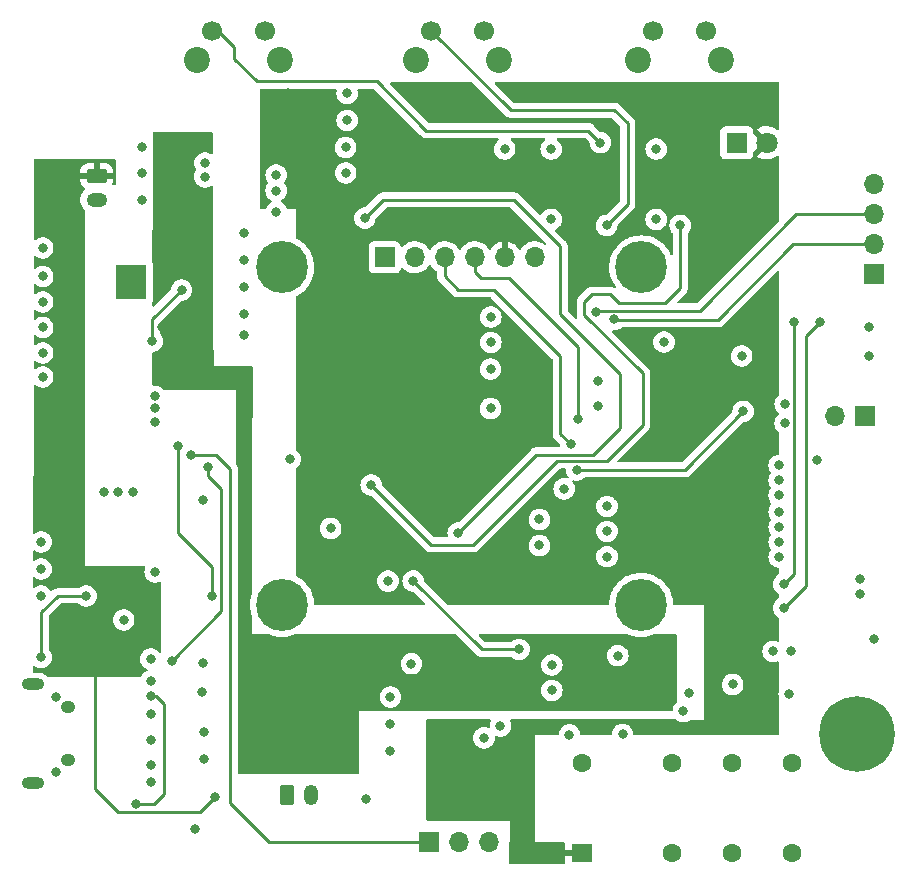
<source format=gbl>
%TF.GenerationSoftware,KiCad,Pcbnew,(6.0.7)*%
%TF.CreationDate,2022-11-10T16:47:27-05:00*%
%TF.ProjectId,_HW_HandyRadio_,5f48575f-4861-46e6-9479-526164696f5f,rev?*%
%TF.SameCoordinates,Original*%
%TF.FileFunction,Copper,L4,Bot*%
%TF.FilePolarity,Positive*%
%FSLAX46Y46*%
G04 Gerber Fmt 4.6, Leading zero omitted, Abs format (unit mm)*
G04 Created by KiCad (PCBNEW (6.0.7)) date 2022-11-10 16:47:27*
%MOMM*%
%LPD*%
G01*
G04 APERTURE LIST*
G04 Aperture macros list*
%AMRoundRect*
0 Rectangle with rounded corners*
0 $1 Rounding radius*
0 $2 $3 $4 $5 $6 $7 $8 $9 X,Y pos of 4 corners*
0 Add a 4 corners polygon primitive as box body*
4,1,4,$2,$3,$4,$5,$6,$7,$8,$9,$2,$3,0*
0 Add four circle primitives for the rounded corners*
1,1,$1+$1,$2,$3*
1,1,$1+$1,$4,$5*
1,1,$1+$1,$6,$7*
1,1,$1+$1,$8,$9*
0 Add four rect primitives between the rounded corners*
20,1,$1+$1,$2,$3,$4,$5,0*
20,1,$1+$1,$4,$5,$6,$7,0*
20,1,$1+$1,$6,$7,$8,$9,0*
20,1,$1+$1,$8,$9,$2,$3,0*%
G04 Aperture macros list end*
%TA.AperFunction,ComponentPad*%
%ADD10RoundRect,0.250000X-0.625000X0.350000X-0.625000X-0.350000X0.625000X-0.350000X0.625000X0.350000X0*%
%TD*%
%TA.AperFunction,ComponentPad*%
%ADD11O,1.750000X1.200000*%
%TD*%
%TA.AperFunction,ComponentPad*%
%ADD12C,0.635000*%
%TD*%
%TA.AperFunction,SMDPad,CuDef*%
%ADD13R,2.650000X3.000000*%
%TD*%
%TA.AperFunction,ComponentPad*%
%ADD14C,2.200000*%
%TD*%
%TA.AperFunction,ComponentPad*%
%ADD15C,1.700000*%
%TD*%
%TA.AperFunction,ComponentPad*%
%ADD16C,0.800000*%
%TD*%
%TA.AperFunction,ComponentPad*%
%ADD17C,6.400000*%
%TD*%
%TA.AperFunction,ComponentPad*%
%ADD18O,1.900000X1.000000*%
%TD*%
%TA.AperFunction,ComponentPad*%
%ADD19O,1.250000X1.050000*%
%TD*%
%TA.AperFunction,ComponentPad*%
%ADD20C,4.400000*%
%TD*%
%TA.AperFunction,ComponentPad*%
%ADD21R,1.700000X1.700000*%
%TD*%
%TA.AperFunction,ComponentPad*%
%ADD22O,1.700000X1.700000*%
%TD*%
%TA.AperFunction,ComponentPad*%
%ADD23R,1.800000X1.800000*%
%TD*%
%TA.AperFunction,ComponentPad*%
%ADD24C,1.800000*%
%TD*%
%TA.AperFunction,ComponentPad*%
%ADD25C,1.600000*%
%TD*%
%TA.AperFunction,ComponentPad*%
%ADD26R,1.800000X1.600000*%
%TD*%
%TA.AperFunction,ComponentPad*%
%ADD27RoundRect,0.250000X-0.350000X-0.625000X0.350000X-0.625000X0.350000X0.625000X-0.350000X0.625000X0*%
%TD*%
%TA.AperFunction,ComponentPad*%
%ADD28O,1.200000X1.750000*%
%TD*%
%TA.AperFunction,ViaPad*%
%ADD29C,0.800000*%
%TD*%
%TA.AperFunction,Conductor*%
%ADD30C,0.250000*%
%TD*%
G04 APERTURE END LIST*
D10*
X189648000Y-120920000D03*
D11*
X189648000Y-122920000D03*
D12*
X192552000Y-128872000D03*
X193441000Y-131031000D03*
X192569000Y-129921000D03*
X193441000Y-129921000D03*
X191663000Y-131031000D03*
X191663000Y-128872000D03*
X191663000Y-129921000D03*
X192569000Y-131031000D03*
X193441000Y-128872000D03*
D13*
X192569000Y-129921000D03*
D14*
X198176000Y-111137000D03*
X205176000Y-111137000D03*
D15*
X199426000Y-108637000D03*
X203926000Y-108637000D03*
D16*
X252302944Y-169845056D03*
X256400000Y-168148000D03*
X252302944Y-166450944D03*
D17*
X254000000Y-168148000D03*
D16*
X254000000Y-170548000D03*
X255697056Y-166450944D03*
X251600000Y-168148000D03*
X254000000Y-165748000D03*
X255697056Y-169845056D03*
D18*
X184259800Y-163975300D03*
X184259800Y-172325300D03*
D19*
X187259800Y-165925300D03*
X187259800Y-170375300D03*
D20*
X205359000Y-157242000D03*
X235749000Y-157242000D03*
X205359000Y-128667000D03*
X235749000Y-128667000D03*
D21*
X217783450Y-177292000D03*
D22*
X220323450Y-177292000D03*
X222863450Y-177292000D03*
D14*
X242514000Y-111137000D03*
X235514000Y-111137000D03*
D15*
X236764000Y-108637000D03*
X241264000Y-108637000D03*
D21*
X254677000Y-141290800D03*
D22*
X252137000Y-141290800D03*
D23*
X243835000Y-118110000D03*
D24*
X246375000Y-118110000D03*
D21*
X214026100Y-127809958D03*
D22*
X216566100Y-127809958D03*
X219106100Y-127809958D03*
X221646100Y-127809958D03*
X224186100Y-127809958D03*
X226726100Y-127809958D03*
D25*
X238324500Y-178235500D03*
X243404500Y-178235500D03*
X248484500Y-178235500D03*
X238324500Y-170615500D03*
X243404500Y-170615500D03*
X248484500Y-170615500D03*
D26*
X230704500Y-178235500D03*
D25*
X230704500Y-170615500D03*
D14*
X223718000Y-111137000D03*
X216718000Y-111137000D03*
D15*
X217968000Y-108637000D03*
X222468000Y-108637000D03*
D21*
X255434000Y-129241200D03*
D22*
X255434000Y-126701200D03*
X255434000Y-124161200D03*
X255434000Y-121621200D03*
D27*
X205756000Y-173318000D03*
D28*
X207756000Y-173318000D03*
D29*
X239305000Y-166259000D03*
X243496000Y-163973000D03*
X248449000Y-161179000D03*
X247433000Y-147971000D03*
X247433000Y-149368000D03*
X247433000Y-150638000D03*
X247433000Y-151908000D03*
X247433000Y-153178000D03*
X247941000Y-140224000D03*
X247941000Y-141875000D03*
X247433000Y-145431000D03*
X247433000Y-146701000D03*
X255434000Y-160163000D03*
X239813000Y-164735000D03*
X254291000Y-156353000D03*
X254291000Y-155083000D03*
X246925000Y-161179000D03*
X185076000Y-127016000D03*
X191426000Y-147717000D03*
X194220000Y-161814000D03*
X192696000Y-147717000D03*
X198665000Y-148352000D03*
X244258000Y-136160000D03*
X185076000Y-135906000D03*
X210857000Y-116221000D03*
X216292600Y-162220400D03*
X210730000Y-118507000D03*
X186219000Y-165014400D03*
X185076000Y-137938000D03*
X194220000Y-168672000D03*
X223023600Y-132858000D03*
X229678400Y-168240200D03*
X222998200Y-140605000D03*
X227138400Y-150003000D03*
X224192000Y-118634000D03*
X255053000Y-133747000D03*
X193458000Y-122952000D03*
X194220000Y-163719000D03*
X198690400Y-162169600D03*
X229221200Y-147412200D03*
X202094000Y-125746000D03*
X184949000Y-154194000D03*
X198004600Y-176241200D03*
X222439400Y-168494200D03*
X223836400Y-167478200D03*
X184949000Y-151908000D03*
X209460000Y-150765000D03*
X198563400Y-164582600D03*
X198766600Y-168037000D03*
X194220000Y-170831000D03*
X214311400Y-155235400D03*
X202094000Y-134382000D03*
X194220000Y-172228000D03*
X214514600Y-165039800D03*
X202094000Y-130318000D03*
X193458000Y-120666000D03*
X198817400Y-120996200D03*
X222998200Y-137277600D03*
X237019000Y-124603000D03*
X194601000Y-141748000D03*
X237019000Y-118634000D03*
X184949000Y-156480000D03*
X190283000Y-147717000D03*
X198738500Y-170323000D03*
X204837200Y-122164600D03*
X255053000Y-136160000D03*
X233767800Y-161534600D03*
X227138400Y-152212800D03*
X202094000Y-132604000D03*
X194220000Y-166513000D03*
X223023600Y-135017000D03*
X214514600Y-169637200D03*
X228179800Y-164481000D03*
X194601000Y-154448000D03*
X185076000Y-133747000D03*
X194601000Y-140605000D03*
X210857000Y-113935000D03*
X232853400Y-151019000D03*
X191934000Y-158512000D03*
X204862600Y-123942600D03*
X210730000Y-120666000D03*
X228179800Y-162322000D03*
X214514600Y-167300400D03*
X228129000Y-124603000D03*
X232116800Y-140376400D03*
X234174200Y-168214800D03*
X185076000Y-129429000D03*
X194601000Y-139589000D03*
X204837200Y-120843800D03*
X228129000Y-118634000D03*
X237679400Y-134991600D03*
X232853400Y-153152600D03*
X232853400Y-148910800D03*
X232116800Y-138293600D03*
X193458000Y-118507000D03*
X212457200Y-173701200D03*
X206031000Y-144923000D03*
X185076000Y-131588000D03*
X198817400Y-119827800D03*
X186219000Y-171389800D03*
X202094000Y-128032000D03*
X231456400Y-154676600D03*
X218756400Y-174539400D03*
X231481800Y-156810200D03*
X205878600Y-117364000D03*
X217613400Y-136160000D03*
X220788400Y-168418000D03*
X205827800Y-113909600D03*
X205853200Y-116271800D03*
X204710200Y-118481600D03*
X205853200Y-115103400D03*
X219747000Y-168418000D03*
X246848800Y-113528600D03*
X241438600Y-138776200D03*
X219442200Y-169535600D03*
X207402600Y-141367000D03*
X205878600Y-118481600D03*
X219874000Y-124603000D03*
X217537200Y-115078000D03*
X218019800Y-140605000D03*
X236638000Y-115154200D03*
X246798000Y-133264400D03*
X217613400Y-133874000D03*
X219442200Y-167351200D03*
X217638800Y-138446000D03*
X231456400Y-155641800D03*
X232574000Y-165497000D03*
X197039400Y-124349000D03*
X197014000Y-125746000D03*
X196658400Y-132604000D03*
X203567200Y-170653200D03*
X236638000Y-164735000D03*
X195185200Y-135982200D03*
X196683800Y-134890000D03*
X195210600Y-133747000D03*
X203567200Y-164531800D03*
X203567200Y-167021000D03*
X233463000Y-164735000D03*
X232574000Y-163465000D03*
X235622000Y-164735000D03*
X198792000Y-122926600D03*
X196633000Y-137049000D03*
X213016000Y-163007800D03*
X234479000Y-164735000D03*
X198868200Y-118456200D03*
X199427000Y-156480000D03*
X196506000Y-143780000D03*
X187108000Y-148860000D03*
X194601000Y-157369000D03*
X185965000Y-148860000D03*
X188251000Y-157775400D03*
X189521000Y-162703000D03*
X188251000Y-159147000D03*
X188251000Y-154956000D03*
X193331000Y-158512000D03*
X188251000Y-151908000D03*
X199681000Y-173548800D03*
X188251000Y-148860000D03*
X189521000Y-161687000D03*
X188251000Y-161661600D03*
X194601000Y-158512000D03*
X184822000Y-148860000D03*
X233463000Y-133074500D03*
X232828000Y-125111000D03*
X231939000Y-132414499D03*
X232294600Y-118100600D03*
X250862000Y-133264400D03*
X247814000Y-157496000D03*
X247814000Y-155464000D03*
X248677600Y-133264400D03*
X229780000Y-143653000D03*
X230415000Y-141494000D03*
X250658800Y-144948400D03*
X248271200Y-164785800D03*
X225411200Y-161014500D03*
X216445000Y-155210000D03*
X244385000Y-140859000D03*
X230288000Y-145812000D03*
X197649000Y-144542000D03*
X239051000Y-125111000D03*
X212889000Y-147082000D03*
X199071400Y-145558000D03*
X195998000Y-161991800D03*
X212360000Y-124497000D03*
X220255000Y-151146000D03*
X194372400Y-134890000D03*
X196836200Y-130572000D03*
X188759000Y-156480000D03*
X184949000Y-161687000D03*
X194214500Y-164983500D03*
X192950000Y-174068900D03*
D30*
X196506000Y-151146000D02*
X196506000Y-143780000D01*
X199427000Y-156480000D02*
X199427000Y-154067000D01*
X199427000Y-154067000D02*
X196506000Y-151146000D01*
X199681000Y-173548800D02*
X198436400Y-174793400D01*
X189521000Y-172863000D02*
X189521000Y-162703000D01*
X198436400Y-174793400D02*
X191451400Y-174793400D01*
X191451400Y-174793400D02*
X189521000Y-172863000D01*
X233463000Y-133074500D02*
X233500500Y-133112000D01*
X233500500Y-133112000D02*
X242226000Y-133112000D01*
X242226000Y-133112000D02*
X248636800Y-126701200D01*
X248636800Y-126701200D02*
X255434000Y-126701200D01*
X233488400Y-115357400D02*
X224688400Y-115357400D01*
X224688400Y-115357400D02*
X217968000Y-108637000D01*
X234606000Y-123333000D02*
X234606000Y-116475000D01*
X232828000Y-125111000D02*
X234606000Y-123333000D01*
X234606000Y-116475000D02*
X233488400Y-115357400D01*
X240702000Y-132350000D02*
X248890800Y-124161200D01*
X232003499Y-132350000D02*
X240702000Y-132350000D01*
X231939000Y-132414499D02*
X232003499Y-132350000D01*
X248890800Y-124161200D02*
X255434000Y-124161200D01*
X217562600Y-117084600D02*
X231278600Y-117084600D01*
X201306600Y-109993600D02*
X201306600Y-111014000D01*
X213397000Y-112919000D02*
X217562600Y-117084600D01*
X231278600Y-117084600D02*
X232294600Y-118100600D01*
X203211600Y-112919000D02*
X213397000Y-112919000D01*
X201306600Y-111014000D02*
X203211600Y-112919000D01*
X199426000Y-108113000D02*
X201306600Y-109993600D01*
X250862000Y-133264400D02*
X249668200Y-134458200D01*
X249668200Y-155641800D02*
X247814000Y-157496000D01*
X249668200Y-134458200D02*
X249668200Y-155641800D01*
X248677600Y-154600400D02*
X248677600Y-146980400D01*
X247814000Y-155464000D02*
X248677600Y-154600400D01*
X248677600Y-146980400D02*
X248677600Y-133264400D01*
X228891000Y-136160000D02*
X223303000Y-130572000D01*
X219106100Y-129423100D02*
X219106100Y-127809958D01*
X228891000Y-142764000D02*
X228891000Y-136160000D01*
X220255000Y-130572000D02*
X219106100Y-129423100D01*
X229780000Y-143653000D02*
X228891000Y-142764000D01*
X223303000Y-130572000D02*
X220255000Y-130572000D01*
X230415000Y-135398000D02*
X224573000Y-129556000D01*
X230415000Y-141494000D02*
X230415000Y-135398000D01*
X222160000Y-129556000D02*
X221646100Y-129042100D01*
X224573000Y-129556000D02*
X222160000Y-129556000D01*
X221646100Y-129042100D02*
X221646100Y-127809958D01*
X216445000Y-155210000D02*
X222249500Y-161014500D01*
X222249500Y-161014500D02*
X225411200Y-161014500D01*
X239432000Y-145812000D02*
X230288000Y-145812000D01*
X244385000Y-140859000D02*
X239432000Y-145812000D01*
X197649000Y-144542000D02*
X199766505Y-144542000D01*
X200951000Y-174006000D02*
X204237000Y-177292000D01*
X200951000Y-145726495D02*
X200951000Y-174006000D01*
X199766505Y-144542000D02*
X200951000Y-145726495D01*
X204237000Y-177292000D02*
X217783450Y-177292000D01*
X217969000Y-152162000D02*
X212889000Y-147082000D01*
X235876000Y-142002000D02*
X232828000Y-145050000D01*
X237781000Y-131715000D02*
X233844000Y-131715000D01*
X228637000Y-145050000D02*
X221525000Y-152162000D01*
X235876000Y-137620500D02*
X235876000Y-142002000D01*
X230923000Y-131588000D02*
X230923000Y-132667500D01*
X233844000Y-131715000D02*
X233082000Y-130953000D01*
X231558000Y-130953000D02*
X230923000Y-131588000D01*
X239051000Y-130445000D02*
X237781000Y-131715000D01*
X233082000Y-130953000D02*
X231558000Y-130953000D01*
X230923000Y-132667500D02*
X235876000Y-137620500D01*
X232828000Y-145050000D02*
X228637000Y-145050000D01*
X221525000Y-152162000D02*
X217969000Y-152162000D01*
X239051000Y-125111000D02*
X239051000Y-130445000D01*
X199071400Y-146345400D02*
X200189000Y-147463000D01*
X200189000Y-147463000D02*
X200189000Y-157800800D01*
X199071400Y-145558000D02*
X199071400Y-146345400D01*
X200189000Y-157800800D02*
X195998000Y-161991800D01*
X233971000Y-142256000D02*
X231685000Y-144542000D01*
X231685000Y-144542000D02*
X226859000Y-144542000D01*
X228891000Y-132604000D02*
X233971000Y-137684000D01*
X226859000Y-144542000D02*
X220255000Y-151146000D01*
X224954000Y-122952000D02*
X228891000Y-126889000D01*
X233971000Y-137684000D02*
X233971000Y-142256000D01*
X212360000Y-124497000D02*
X213905000Y-122952000D01*
X213905000Y-122952000D02*
X224954000Y-122952000D01*
X228891000Y-126889000D02*
X228891000Y-132604000D01*
X196836200Y-130572000D02*
X194372400Y-133035800D01*
X194372400Y-133035800D02*
X194372400Y-134890000D01*
X186346000Y-156480000D02*
X184949000Y-157877000D01*
X184949000Y-157877000D02*
X184949000Y-161687000D01*
X188759000Y-156480000D02*
X186346000Y-156480000D01*
X194646300Y-164983500D02*
X194214500Y-164983500D01*
X192950000Y-174068900D02*
X194538100Y-174068900D01*
X195312200Y-165649400D02*
X194646300Y-164983500D01*
X194538100Y-174068900D02*
X195312200Y-173294800D01*
X195312200Y-173294800D02*
X195312200Y-165649400D01*
%TA.AperFunction,Conductor*%
G36*
X196075066Y-117187576D02*
G01*
X199383283Y-117190251D01*
X199441457Y-117209205D01*
X199477381Y-117258734D01*
X199482202Y-117288942D01*
X199487528Y-118997101D01*
X199468802Y-119055351D01*
X199419414Y-119091469D01*
X199358229Y-119091660D01*
X199330337Y-119077503D01*
X199274152Y-119036682D01*
X199171677Y-118991058D01*
X199104426Y-118961115D01*
X199104422Y-118961114D01*
X199099688Y-118959006D01*
X199094618Y-118957928D01*
X199094617Y-118957928D01*
X199059483Y-118950460D01*
X198912887Y-118919300D01*
X198721913Y-118919300D01*
X198575317Y-118950460D01*
X198540183Y-118957928D01*
X198540182Y-118957928D01*
X198535112Y-118959006D01*
X198530378Y-118961114D01*
X198530374Y-118961115D01*
X198463123Y-118991058D01*
X198360648Y-119036682D01*
X198206147Y-119148934D01*
X198202681Y-119152783D01*
X198202677Y-119152787D01*
X198088824Y-119279234D01*
X198078360Y-119290856D01*
X198054113Y-119332852D01*
X197985467Y-119451750D01*
X197985465Y-119451755D01*
X197982873Y-119456244D01*
X197981271Y-119461175D01*
X197925460Y-119632940D01*
X197925459Y-119632945D01*
X197923858Y-119637872D01*
X197903896Y-119827800D01*
X197923858Y-120017728D01*
X197925459Y-120022655D01*
X197925460Y-120022660D01*
X197935215Y-120052682D01*
X197982873Y-120199356D01*
X198077065Y-120362502D01*
X198089786Y-120422348D01*
X198077066Y-120461498D01*
X197982873Y-120624644D01*
X197981271Y-120629575D01*
X197925460Y-120801340D01*
X197925459Y-120801345D01*
X197923858Y-120806272D01*
X197903896Y-120996200D01*
X197923858Y-121186128D01*
X197925459Y-121191055D01*
X197925460Y-121191060D01*
X197966148Y-121316283D01*
X197982873Y-121367756D01*
X197985465Y-121372245D01*
X197985467Y-121372250D01*
X198034466Y-121457118D01*
X198078360Y-121533144D01*
X198081832Y-121537000D01*
X198202677Y-121671213D01*
X198202681Y-121671217D01*
X198206147Y-121675066D01*
X198360648Y-121787318D01*
X198433800Y-121819887D01*
X198530374Y-121862885D01*
X198530378Y-121862886D01*
X198535112Y-121864994D01*
X198540182Y-121866072D01*
X198540183Y-121866072D01*
X198575317Y-121873540D01*
X198721913Y-121904700D01*
X198912887Y-121904700D01*
X199059483Y-121873540D01*
X199094617Y-121866072D01*
X199094618Y-121866072D01*
X199099688Y-121864994D01*
X199104422Y-121862886D01*
X199104426Y-121862885D01*
X199201000Y-121819887D01*
X199274152Y-121787318D01*
X199278340Y-121784275D01*
X199278349Y-121784270D01*
X199339137Y-121740104D01*
X199397327Y-121721196D01*
X199455518Y-121740103D01*
X199491482Y-121789603D01*
X199496328Y-121819887D01*
X199535126Y-134264084D01*
X199543743Y-137028007D01*
X200469754Y-137025993D01*
X202741214Y-137021053D01*
X202799445Y-137039834D01*
X202835517Y-137089256D01*
X202840429Y-137120095D01*
X202836664Y-145780359D01*
X202832119Y-156237053D01*
X202827353Y-156267356D01*
X202820038Y-156290072D01*
X202730797Y-156567192D01*
X202668763Y-156887824D01*
X202645698Y-157213585D01*
X202645846Y-157216559D01*
X202645846Y-157216564D01*
X202652347Y-157347144D01*
X202661936Y-157539759D01*
X202717241Y-157861619D01*
X202718095Y-157864473D01*
X202718095Y-157864475D01*
X202741966Y-157944293D01*
X202810814Y-158174504D01*
X202812002Y-158177231D01*
X202812004Y-158177235D01*
X202823002Y-158202468D01*
X202831247Y-158242066D01*
X202830600Y-159731200D01*
X203505482Y-159730747D01*
X204263882Y-159730238D01*
X204305865Y-159739550D01*
X204357409Y-159763640D01*
X204357413Y-159763642D01*
X204360112Y-159764903D01*
X204362943Y-159765831D01*
X204362948Y-159765833D01*
X204448423Y-159793853D01*
X204670440Y-159866634D01*
X204673367Y-159867216D01*
X204673370Y-159867217D01*
X204987824Y-159929766D01*
X204987831Y-159929767D01*
X204990742Y-159930346D01*
X204993704Y-159930571D01*
X204993709Y-159930572D01*
X205313405Y-159954890D01*
X205313409Y-159954890D01*
X205316379Y-159955116D01*
X205428558Y-159950120D01*
X205639657Y-159940719D01*
X205639665Y-159940718D01*
X205642633Y-159940586D01*
X205964778Y-159886967D01*
X206238987Y-159806523D01*
X206275276Y-159795877D01*
X206275278Y-159795876D01*
X206278149Y-159795034D01*
X206413676Y-159736807D01*
X206452685Y-159728768D01*
X216432054Y-159722066D01*
X220017680Y-159719658D01*
X220075883Y-159738526D01*
X220087750Y-159748654D01*
X221745152Y-161406056D01*
X221751428Y-161412954D01*
X221754163Y-161416260D01*
X221757500Y-161421518D01*
X221807446Y-161468420D01*
X221809680Y-161470584D01*
X221829731Y-161490635D01*
X221832183Y-161492537D01*
X221833934Y-161493896D01*
X221841017Y-161499946D01*
X221874179Y-161531086D01*
X221887644Y-161538488D01*
X221893792Y-161541868D01*
X221906778Y-161550398D01*
X221924460Y-161564114D01*
X221930183Y-161566590D01*
X221930182Y-161566590D01*
X221966202Y-161582177D01*
X221974576Y-161586280D01*
X222014440Y-161608195D01*
X222020472Y-161609744D01*
X222020475Y-161609745D01*
X222036122Y-161613763D01*
X222050815Y-161618793D01*
X222063015Y-161624072D01*
X222071355Y-161627681D01*
X222102764Y-161632656D01*
X222116280Y-161634797D01*
X222125410Y-161636688D01*
X222163440Y-161646452D01*
X222163441Y-161646452D01*
X222169470Y-161648000D01*
X222191851Y-161648000D01*
X222207338Y-161649219D01*
X222223291Y-161651746D01*
X222223294Y-161651746D01*
X222229443Y-161652720D01*
X222274731Y-161648439D01*
X222284048Y-161648000D01*
X224715022Y-161648000D01*
X224773213Y-161666907D01*
X224788588Y-161680750D01*
X224799947Y-161693366D01*
X224954448Y-161805618D01*
X225041442Y-161844350D01*
X225124174Y-161881185D01*
X225124178Y-161881186D01*
X225128912Y-161883294D01*
X225133982Y-161884372D01*
X225133983Y-161884372D01*
X225169117Y-161891840D01*
X225315713Y-161923000D01*
X225506687Y-161923000D01*
X225653283Y-161891840D01*
X225688417Y-161884372D01*
X225688418Y-161884372D01*
X225693488Y-161883294D01*
X225698222Y-161881186D01*
X225698226Y-161881185D01*
X225780958Y-161844350D01*
X225867952Y-161805618D01*
X226022453Y-161693366D01*
X226025919Y-161689517D01*
X226025923Y-161689513D01*
X226146768Y-161555300D01*
X226150240Y-161551444D01*
X226181817Y-161496751D01*
X226243133Y-161390550D01*
X226243135Y-161390545D01*
X226245727Y-161386056D01*
X226286328Y-161261100D01*
X226303140Y-161209360D01*
X226303141Y-161209355D01*
X226304742Y-161204428D01*
X226324704Y-161014500D01*
X226304742Y-160824572D01*
X226303141Y-160819645D01*
X226303140Y-160819640D01*
X226247329Y-160647875D01*
X226245727Y-160642944D01*
X226243135Y-160638455D01*
X226243133Y-160638450D01*
X226152835Y-160482051D01*
X226150240Y-160477556D01*
X226063301Y-160381000D01*
X226025923Y-160339487D01*
X226025919Y-160339483D01*
X226022453Y-160335634D01*
X225867952Y-160223382D01*
X225765477Y-160177758D01*
X225698226Y-160147815D01*
X225698222Y-160147814D01*
X225693488Y-160145706D01*
X225688418Y-160144628D01*
X225688417Y-160144628D01*
X225653283Y-160137160D01*
X225506687Y-160106000D01*
X225315713Y-160106000D01*
X225169117Y-160137160D01*
X225133983Y-160144628D01*
X225133982Y-160144628D01*
X225128912Y-160145706D01*
X225124178Y-160147814D01*
X225124174Y-160147815D01*
X225056923Y-160177758D01*
X224954448Y-160223382D01*
X224799947Y-160335634D01*
X224788592Y-160348245D01*
X224735606Y-160378837D01*
X224715022Y-160381000D01*
X222552912Y-160381000D01*
X222494721Y-160362093D01*
X222482908Y-160352004D01*
X222018176Y-159887272D01*
X221990399Y-159832755D01*
X221999970Y-159772323D01*
X222043235Y-159729058D01*
X222088114Y-159718268D01*
X234610277Y-159709858D01*
X234652260Y-159719170D01*
X234750112Y-159764903D01*
X235060440Y-159866634D01*
X235063367Y-159867216D01*
X235063370Y-159867217D01*
X235377824Y-159929766D01*
X235377831Y-159929767D01*
X235380742Y-159930346D01*
X235383704Y-159930571D01*
X235383709Y-159930572D01*
X235703405Y-159954890D01*
X235703409Y-159954890D01*
X235706379Y-159955116D01*
X235818558Y-159950120D01*
X236029657Y-159940719D01*
X236029665Y-159940718D01*
X236032633Y-159940586D01*
X236354778Y-159886967D01*
X236628987Y-159806523D01*
X236665276Y-159795877D01*
X236665278Y-159795876D01*
X236668149Y-159795034D01*
X236851255Y-159716365D01*
X236890260Y-159708327D01*
X238301554Y-159707379D01*
X238665265Y-159707135D01*
X238723468Y-159726003D01*
X238759465Y-159775479D01*
X238764330Y-159806523D01*
X238742022Y-165495005D01*
X238722887Y-165553121D01*
X238701214Y-165574709D01*
X238693747Y-165580134D01*
X238690275Y-165583990D01*
X238629853Y-165651095D01*
X238565960Y-165722056D01*
X238563365Y-165726551D01*
X238473067Y-165882950D01*
X238473065Y-165882955D01*
X238470473Y-165887444D01*
X238468871Y-165892375D01*
X238413060Y-166064140D01*
X238413059Y-166064145D01*
X238411458Y-166069072D01*
X238410916Y-166074230D01*
X238403483Y-166144948D01*
X238378596Y-166200844D01*
X238325608Y-166231437D01*
X238305025Y-166233600D01*
X211873000Y-166233600D01*
X211873000Y-171494000D01*
X211854093Y-171552191D01*
X211804593Y-171588155D01*
X211774000Y-171593000D01*
X201683500Y-171593000D01*
X201625309Y-171574093D01*
X201589345Y-171524593D01*
X201584500Y-171494000D01*
X201584500Y-165039800D01*
X213601096Y-165039800D01*
X213621058Y-165229728D01*
X213622659Y-165234655D01*
X213622660Y-165234660D01*
X213660420Y-165350872D01*
X213680073Y-165411356D01*
X213682665Y-165415845D01*
X213682667Y-165415850D01*
X213703189Y-165451394D01*
X213775560Y-165576744D01*
X213779032Y-165580600D01*
X213899877Y-165714813D01*
X213899881Y-165714817D01*
X213903347Y-165718666D01*
X214057848Y-165830918D01*
X214160323Y-165876542D01*
X214227574Y-165906485D01*
X214227578Y-165906486D01*
X214232312Y-165908594D01*
X214237382Y-165909672D01*
X214237383Y-165909672D01*
X214272517Y-165917140D01*
X214419113Y-165948300D01*
X214610087Y-165948300D01*
X214756683Y-165917140D01*
X214791817Y-165909672D01*
X214791818Y-165909672D01*
X214796888Y-165908594D01*
X214801622Y-165906486D01*
X214801626Y-165906485D01*
X214868877Y-165876542D01*
X214971352Y-165830918D01*
X215125853Y-165718666D01*
X215129319Y-165714817D01*
X215129323Y-165714813D01*
X215250168Y-165580600D01*
X215253640Y-165576744D01*
X215326011Y-165451394D01*
X215346533Y-165415850D01*
X215346535Y-165415845D01*
X215349127Y-165411356D01*
X215368780Y-165350872D01*
X215406540Y-165234660D01*
X215406541Y-165234655D01*
X215408142Y-165229728D01*
X215428104Y-165039800D01*
X215408142Y-164849872D01*
X215406541Y-164844945D01*
X215406540Y-164844940D01*
X215365852Y-164719717D01*
X215349127Y-164668244D01*
X215346535Y-164663755D01*
X215346533Y-164663750D01*
X215256235Y-164507351D01*
X215253640Y-164502856D01*
X215233961Y-164481000D01*
X227266296Y-164481000D01*
X227286258Y-164670928D01*
X227287859Y-164675855D01*
X227287860Y-164675860D01*
X227319270Y-164772528D01*
X227345273Y-164852556D01*
X227347865Y-164857045D01*
X227347867Y-164857050D01*
X227403932Y-164954156D01*
X227440760Y-165017944D01*
X227444232Y-165021800D01*
X227565077Y-165156013D01*
X227565081Y-165156017D01*
X227568547Y-165159866D01*
X227723048Y-165272118D01*
X227788386Y-165301208D01*
X227892774Y-165347685D01*
X227892778Y-165347686D01*
X227897512Y-165349794D01*
X227902582Y-165350872D01*
X227902583Y-165350872D01*
X227937717Y-165358340D01*
X228084313Y-165389500D01*
X228275287Y-165389500D01*
X228421883Y-165358340D01*
X228457017Y-165350872D01*
X228457018Y-165350872D01*
X228462088Y-165349794D01*
X228466822Y-165347686D01*
X228466826Y-165347685D01*
X228571214Y-165301208D01*
X228636552Y-165272118D01*
X228791053Y-165159866D01*
X228794519Y-165156017D01*
X228794523Y-165156013D01*
X228915368Y-165021800D01*
X228918840Y-165017944D01*
X228955668Y-164954156D01*
X229011733Y-164857050D01*
X229011735Y-164857045D01*
X229014327Y-164852556D01*
X229040330Y-164772528D01*
X229071740Y-164675860D01*
X229071741Y-164675855D01*
X229073342Y-164670928D01*
X229093304Y-164481000D01*
X229073342Y-164291072D01*
X229071741Y-164286145D01*
X229071740Y-164286140D01*
X229021779Y-164132379D01*
X229014327Y-164109444D01*
X229011735Y-164104955D01*
X229011733Y-164104950D01*
X228921435Y-163948551D01*
X228918840Y-163944056D01*
X228882534Y-163903734D01*
X228794523Y-163805987D01*
X228794519Y-163805983D01*
X228791053Y-163802134D01*
X228636552Y-163689882D01*
X228534077Y-163644258D01*
X228466826Y-163614315D01*
X228466822Y-163614314D01*
X228462088Y-163612206D01*
X228457018Y-163611128D01*
X228457017Y-163611128D01*
X228421883Y-163603660D01*
X228275287Y-163572500D01*
X228084313Y-163572500D01*
X227937717Y-163603660D01*
X227902583Y-163611128D01*
X227902582Y-163611128D01*
X227897512Y-163612206D01*
X227892778Y-163614314D01*
X227892774Y-163614315D01*
X227825523Y-163644258D01*
X227723048Y-163689882D01*
X227568547Y-163802134D01*
X227565081Y-163805983D01*
X227565077Y-163805987D01*
X227477066Y-163903734D01*
X227440760Y-163944056D01*
X227438165Y-163948551D01*
X227347867Y-164104950D01*
X227347865Y-164104955D01*
X227345273Y-164109444D01*
X227337821Y-164132379D01*
X227287860Y-164286140D01*
X227287859Y-164286145D01*
X227286258Y-164291072D01*
X227266296Y-164481000D01*
X215233961Y-164481000D01*
X215129323Y-164364787D01*
X215129319Y-164364783D01*
X215125853Y-164360934D01*
X214971352Y-164248682D01*
X214868877Y-164203058D01*
X214801626Y-164173115D01*
X214801622Y-164173114D01*
X214796888Y-164171006D01*
X214791818Y-164169928D01*
X214791817Y-164169928D01*
X214756683Y-164162460D01*
X214610087Y-164131300D01*
X214419113Y-164131300D01*
X214272517Y-164162460D01*
X214237383Y-164169928D01*
X214237382Y-164169928D01*
X214232312Y-164171006D01*
X214227578Y-164173114D01*
X214227574Y-164173115D01*
X214160323Y-164203058D01*
X214057848Y-164248682D01*
X213903347Y-164360934D01*
X213899881Y-164364783D01*
X213899877Y-164364787D01*
X213795239Y-164481000D01*
X213775560Y-164502856D01*
X213772965Y-164507351D01*
X213682667Y-164663750D01*
X213682665Y-164663755D01*
X213680073Y-164668244D01*
X213663348Y-164719717D01*
X213622660Y-164844940D01*
X213622659Y-164844945D01*
X213621058Y-164849872D01*
X213601096Y-165039800D01*
X201584500Y-165039800D01*
X201584500Y-162220400D01*
X215379096Y-162220400D01*
X215399058Y-162410328D01*
X215400659Y-162415255D01*
X215400660Y-162415260D01*
X215409706Y-162443100D01*
X215458073Y-162591956D01*
X215460665Y-162596445D01*
X215460667Y-162596450D01*
X215524231Y-162706544D01*
X215553560Y-162757344D01*
X215557032Y-162761200D01*
X215677877Y-162895413D01*
X215677881Y-162895417D01*
X215681347Y-162899266D01*
X215835848Y-163011518D01*
X215938323Y-163057142D01*
X216005574Y-163087085D01*
X216005578Y-163087086D01*
X216010312Y-163089194D01*
X216015382Y-163090272D01*
X216015383Y-163090272D01*
X216050517Y-163097740D01*
X216197113Y-163128900D01*
X216388087Y-163128900D01*
X216534683Y-163097740D01*
X216569817Y-163090272D01*
X216569818Y-163090272D01*
X216574888Y-163089194D01*
X216579622Y-163087086D01*
X216579626Y-163087085D01*
X216646877Y-163057142D01*
X216749352Y-163011518D01*
X216903853Y-162899266D01*
X216907319Y-162895417D01*
X216907323Y-162895413D01*
X217028168Y-162761200D01*
X217031640Y-162757344D01*
X217060969Y-162706544D01*
X217124533Y-162596450D01*
X217124535Y-162596445D01*
X217127127Y-162591956D01*
X217175494Y-162443100D01*
X217184540Y-162415260D01*
X217184541Y-162415255D01*
X217186142Y-162410328D01*
X217195426Y-162322000D01*
X227266296Y-162322000D01*
X227286258Y-162511928D01*
X227287859Y-162516855D01*
X227287860Y-162516860D01*
X227328548Y-162642083D01*
X227345273Y-162693556D01*
X227347865Y-162698045D01*
X227347867Y-162698050D01*
X227379506Y-162752849D01*
X227440760Y-162858944D01*
X227444232Y-162862800D01*
X227565077Y-162997013D01*
X227565081Y-162997017D01*
X227568547Y-163000866D01*
X227723048Y-163113118D01*
X227825523Y-163158742D01*
X227892774Y-163188685D01*
X227892778Y-163188686D01*
X227897512Y-163190794D01*
X227902582Y-163191872D01*
X227902583Y-163191872D01*
X227937717Y-163199340D01*
X228084313Y-163230500D01*
X228275287Y-163230500D01*
X228421883Y-163199340D01*
X228457017Y-163191872D01*
X228457018Y-163191872D01*
X228462088Y-163190794D01*
X228466822Y-163188686D01*
X228466826Y-163188685D01*
X228534077Y-163158742D01*
X228636552Y-163113118D01*
X228791053Y-163000866D01*
X228794519Y-162997017D01*
X228794523Y-162997013D01*
X228915368Y-162862800D01*
X228918840Y-162858944D01*
X228980094Y-162752849D01*
X229011733Y-162698050D01*
X229011735Y-162698045D01*
X229014327Y-162693556D01*
X229031052Y-162642083D01*
X229071740Y-162516860D01*
X229071741Y-162516855D01*
X229073342Y-162511928D01*
X229093304Y-162322000D01*
X229073342Y-162132072D01*
X229071741Y-162127145D01*
X229071740Y-162127140D01*
X229015929Y-161955375D01*
X229014327Y-161950444D01*
X229011735Y-161945955D01*
X229011733Y-161945950D01*
X228931928Y-161807725D01*
X228918840Y-161785056D01*
X228868781Y-161729460D01*
X228794523Y-161646987D01*
X228794519Y-161646983D01*
X228791053Y-161643134D01*
X228641669Y-161534600D01*
X232854296Y-161534600D01*
X232874258Y-161724528D01*
X232875859Y-161729455D01*
X232875860Y-161729460D01*
X232903329Y-161814000D01*
X232933273Y-161906156D01*
X232935865Y-161910645D01*
X232935867Y-161910650D01*
X232989722Y-162003928D01*
X233028760Y-162071544D01*
X233032232Y-162075400D01*
X233153077Y-162209613D01*
X233153081Y-162209617D01*
X233156547Y-162213466D01*
X233311048Y-162325718D01*
X233386987Y-162359528D01*
X233480774Y-162401285D01*
X233480778Y-162401286D01*
X233485512Y-162403394D01*
X233490582Y-162404472D01*
X233490583Y-162404472D01*
X233493867Y-162405170D01*
X233672313Y-162443100D01*
X233863287Y-162443100D01*
X234041733Y-162405170D01*
X234045017Y-162404472D01*
X234045018Y-162404472D01*
X234050088Y-162403394D01*
X234054822Y-162401286D01*
X234054826Y-162401285D01*
X234148613Y-162359528D01*
X234224552Y-162325718D01*
X234379053Y-162213466D01*
X234382519Y-162209617D01*
X234382523Y-162209613D01*
X234503368Y-162075400D01*
X234506840Y-162071544D01*
X234545878Y-162003928D01*
X234599733Y-161910650D01*
X234599735Y-161910645D01*
X234602327Y-161906156D01*
X234632271Y-161814000D01*
X234659740Y-161729460D01*
X234659741Y-161729455D01*
X234661342Y-161724528D01*
X234681304Y-161534600D01*
X234661342Y-161344672D01*
X234659741Y-161339745D01*
X234659740Y-161339740D01*
X234603929Y-161167975D01*
X234602327Y-161163044D01*
X234599735Y-161158555D01*
X234599733Y-161158550D01*
X234516565Y-161014500D01*
X234506840Y-160997656D01*
X234459614Y-160945206D01*
X234382523Y-160859587D01*
X234382519Y-160859583D01*
X234379053Y-160855734D01*
X234224552Y-160743482D01*
X234122077Y-160697858D01*
X234054826Y-160667915D01*
X234054822Y-160667914D01*
X234050088Y-160665806D01*
X234045018Y-160664728D01*
X234045017Y-160664728D01*
X234009883Y-160657260D01*
X233863287Y-160626100D01*
X233672313Y-160626100D01*
X233525717Y-160657260D01*
X233490583Y-160664728D01*
X233490582Y-160664728D01*
X233485512Y-160665806D01*
X233480778Y-160667914D01*
X233480774Y-160667915D01*
X233413523Y-160697858D01*
X233311048Y-160743482D01*
X233156547Y-160855734D01*
X233153081Y-160859583D01*
X233153077Y-160859587D01*
X233075986Y-160945206D01*
X233028760Y-160997656D01*
X233019035Y-161014500D01*
X232935867Y-161158550D01*
X232935865Y-161158555D01*
X232933273Y-161163044D01*
X232931671Y-161167975D01*
X232875860Y-161339740D01*
X232875859Y-161339745D01*
X232874258Y-161344672D01*
X232854296Y-161534600D01*
X228641669Y-161534600D01*
X228636552Y-161530882D01*
X228498683Y-161469499D01*
X228466826Y-161455315D01*
X228466822Y-161455314D01*
X228462088Y-161453206D01*
X228457018Y-161452128D01*
X228457017Y-161452128D01*
X228411457Y-161442444D01*
X228275287Y-161413500D01*
X228084313Y-161413500D01*
X227948143Y-161442444D01*
X227902583Y-161452128D01*
X227902582Y-161452128D01*
X227897512Y-161453206D01*
X227892778Y-161455314D01*
X227892774Y-161455315D01*
X227860917Y-161469499D01*
X227723048Y-161530882D01*
X227568547Y-161643134D01*
X227565081Y-161646983D01*
X227565077Y-161646987D01*
X227490819Y-161729460D01*
X227440760Y-161785056D01*
X227427672Y-161807725D01*
X227347867Y-161945950D01*
X227347865Y-161945955D01*
X227345273Y-161950444D01*
X227343671Y-161955375D01*
X227287860Y-162127140D01*
X227287859Y-162127145D01*
X227286258Y-162132072D01*
X227266296Y-162322000D01*
X217195426Y-162322000D01*
X217206104Y-162220400D01*
X217186142Y-162030472D01*
X217184541Y-162025545D01*
X217184540Y-162025540D01*
X217128729Y-161853775D01*
X217127127Y-161848844D01*
X217124535Y-161844355D01*
X217124533Y-161844350D01*
X217039120Y-161696412D01*
X217031640Y-161683456D01*
X216998803Y-161646987D01*
X216907323Y-161545387D01*
X216907319Y-161545383D01*
X216903853Y-161541534D01*
X216749352Y-161429282D01*
X216635253Y-161378482D01*
X216579626Y-161353715D01*
X216579622Y-161353714D01*
X216574888Y-161351606D01*
X216569818Y-161350528D01*
X216569817Y-161350528D01*
X216519063Y-161339740D01*
X216388087Y-161311900D01*
X216197113Y-161311900D01*
X216066137Y-161339740D01*
X216015383Y-161350528D01*
X216015382Y-161350528D01*
X216010312Y-161351606D01*
X216005578Y-161353714D01*
X216005574Y-161353715D01*
X215949947Y-161378482D01*
X215835848Y-161429282D01*
X215681347Y-161541534D01*
X215677881Y-161545383D01*
X215677877Y-161545387D01*
X215586397Y-161646987D01*
X215553560Y-161683456D01*
X215546080Y-161696412D01*
X215460667Y-161844350D01*
X215460665Y-161844355D01*
X215458073Y-161848844D01*
X215456471Y-161853775D01*
X215400660Y-162025540D01*
X215400659Y-162025545D01*
X215399058Y-162030472D01*
X215379096Y-162220400D01*
X201584500Y-162220400D01*
X201584500Y-145806257D01*
X201584939Y-145796942D01*
X201585343Y-145792665D01*
X201586702Y-145786586D01*
X201584549Y-145718082D01*
X201584500Y-145714972D01*
X201584500Y-145686639D01*
X201583835Y-145681373D01*
X201583103Y-145672073D01*
X201581870Y-145632830D01*
X201581870Y-145632827D01*
X201581674Y-145626606D01*
X201575428Y-145605108D01*
X201572278Y-145589895D01*
X201570255Y-145573880D01*
X201570255Y-145573879D01*
X201569474Y-145567698D01*
X201552728Y-145525400D01*
X201549712Y-145516593D01*
X201538756Y-145478884D01*
X201537018Y-145472902D01*
X201529355Y-145459944D01*
X201525625Y-145453638D01*
X201518793Y-145439694D01*
X201510552Y-145418878D01*
X201483806Y-145382065D01*
X201478706Y-145374301D01*
X201455542Y-145335133D01*
X201439715Y-145319306D01*
X201429627Y-145307494D01*
X201427108Y-145304027D01*
X201408200Y-145245835D01*
X201408200Y-139055600D01*
X195387308Y-139055600D01*
X195329117Y-139036693D01*
X195313744Y-139022851D01*
X195212253Y-138910134D01*
X195057752Y-138797882D01*
X194955277Y-138752258D01*
X194888026Y-138722315D01*
X194888022Y-138722314D01*
X194883288Y-138720206D01*
X194878218Y-138719128D01*
X194878217Y-138719128D01*
X194843083Y-138711660D01*
X194696487Y-138680500D01*
X194505513Y-138680500D01*
X194500441Y-138681578D01*
X194500432Y-138681579D01*
X194491984Y-138683375D01*
X194431134Y-138676980D01*
X194385664Y-138636040D01*
X194372400Y-138586539D01*
X194372400Y-135897131D01*
X194391307Y-135838940D01*
X194440807Y-135802976D01*
X194461052Y-135798673D01*
X194462698Y-135798500D01*
X194467887Y-135798500D01*
X194608381Y-135768637D01*
X194649617Y-135759872D01*
X194649618Y-135759872D01*
X194654688Y-135758794D01*
X194659422Y-135756686D01*
X194659426Y-135756685D01*
X194735323Y-135722893D01*
X194829152Y-135681118D01*
X194983653Y-135568866D01*
X194987119Y-135565017D01*
X194987123Y-135565013D01*
X195107968Y-135430800D01*
X195111440Y-135426944D01*
X195189809Y-135291206D01*
X195204333Y-135266050D01*
X195204335Y-135266045D01*
X195206927Y-135261556D01*
X195232930Y-135181528D01*
X195264340Y-135084860D01*
X195264341Y-135084855D01*
X195265942Y-135079928D01*
X195285904Y-134890000D01*
X195265942Y-134700072D01*
X195264341Y-134695145D01*
X195264340Y-134695140D01*
X195208529Y-134523375D01*
X195206927Y-134518444D01*
X195204335Y-134513955D01*
X195204333Y-134513950D01*
X195114035Y-134357551D01*
X195111440Y-134353056D01*
X195031329Y-134264084D01*
X195006442Y-134208188D01*
X195005900Y-134197840D01*
X195005900Y-133339212D01*
X195024807Y-133281021D01*
X195034896Y-133269208D01*
X196794608Y-131509496D01*
X196849125Y-131481719D01*
X196864612Y-131480500D01*
X196931687Y-131480500D01*
X197078283Y-131449340D01*
X197113417Y-131441872D01*
X197113418Y-131441872D01*
X197118488Y-131440794D01*
X197123222Y-131438686D01*
X197123226Y-131438685D01*
X197190477Y-131408742D01*
X197292952Y-131363118D01*
X197447453Y-131250866D01*
X197450919Y-131247017D01*
X197450923Y-131247013D01*
X197571768Y-131112800D01*
X197575240Y-131108944D01*
X197622560Y-131026984D01*
X197668133Y-130948050D01*
X197668135Y-130948045D01*
X197670727Y-130943556D01*
X197727106Y-130770041D01*
X197728140Y-130766860D01*
X197728141Y-130766855D01*
X197729742Y-130761928D01*
X197749704Y-130572000D01*
X197729742Y-130382072D01*
X197728141Y-130377145D01*
X197728140Y-130377140D01*
X197672329Y-130205375D01*
X197670727Y-130200444D01*
X197668135Y-130195955D01*
X197668133Y-130195950D01*
X197577835Y-130039551D01*
X197575240Y-130035056D01*
X197520459Y-129974215D01*
X197450923Y-129896987D01*
X197450919Y-129896983D01*
X197447453Y-129893134D01*
X197292952Y-129780882D01*
X197180279Y-129730717D01*
X197123226Y-129705315D01*
X197123222Y-129705314D01*
X197118488Y-129703206D01*
X197113418Y-129702128D01*
X197113417Y-129702128D01*
X197078283Y-129694660D01*
X196931687Y-129663500D01*
X196740713Y-129663500D01*
X196594117Y-129694660D01*
X196558983Y-129702128D01*
X196558982Y-129702128D01*
X196553912Y-129703206D01*
X196549178Y-129705314D01*
X196549174Y-129705315D01*
X196492121Y-129730717D01*
X196379448Y-129780882D01*
X196224947Y-129893134D01*
X196221481Y-129896983D01*
X196221477Y-129896987D01*
X196151941Y-129974215D01*
X196097160Y-130035056D01*
X196094565Y-130039551D01*
X196004267Y-130195950D01*
X196004265Y-130195955D01*
X196001673Y-130200444D01*
X196000071Y-130205375D01*
X195944260Y-130377140D01*
X195944259Y-130377145D01*
X195942658Y-130382072D01*
X195931575Y-130487528D01*
X195924294Y-130556799D01*
X195895840Y-130616455D01*
X194541404Y-131970891D01*
X194486887Y-131998668D01*
X194426455Y-131989097D01*
X194383190Y-131945832D01*
X194372400Y-131900887D01*
X194372400Y-131611536D01*
X194378700Y-131576785D01*
X194393564Y-131537134D01*
X194393564Y-131537133D01*
X194395745Y-131531316D01*
X194398116Y-131509496D01*
X194402211Y-131471793D01*
X194402500Y-131469134D01*
X194402500Y-128372866D01*
X194395745Y-128310684D01*
X194390854Y-128297638D01*
X194378700Y-128265215D01*
X194372400Y-128230464D01*
X194372400Y-125527379D01*
X194374512Y-125511292D01*
X194375125Y-125516889D01*
X194399519Y-117285008D01*
X194418599Y-117226874D01*
X194468205Y-117191057D01*
X194498599Y-117186302D01*
X196075066Y-117187576D01*
G37*
%TD.AperFunction*%
%TA.AperFunction,Conductor*%
G36*
X221422078Y-112988707D02*
G01*
X221433891Y-112998796D01*
X224184061Y-115748966D01*
X224190338Y-115755866D01*
X224193064Y-115759161D01*
X224196400Y-115764418D01*
X224200936Y-115768677D01*
X224200938Y-115768680D01*
X224246330Y-115811305D01*
X224248564Y-115813469D01*
X224268630Y-115833535D01*
X224271086Y-115835440D01*
X224272836Y-115836798D01*
X224279923Y-115842851D01*
X224286944Y-115849444D01*
X224313079Y-115873986D01*
X224318534Y-115876985D01*
X224332690Y-115884768D01*
X224345673Y-115893296D01*
X224358436Y-115903196D01*
X224358439Y-115903198D01*
X224363359Y-115907014D01*
X224369079Y-115909489D01*
X224369082Y-115909491D01*
X224405106Y-115925081D01*
X224413480Y-115929183D01*
X224447882Y-115948095D01*
X224447885Y-115948096D01*
X224453340Y-115951095D01*
X224459366Y-115952642D01*
X224459373Y-115952645D01*
X224475022Y-115956663D01*
X224489715Y-115961693D01*
X224504540Y-115968108D01*
X224510255Y-115970581D01*
X224545066Y-115976095D01*
X224555180Y-115977697D01*
X224564310Y-115979588D01*
X224602340Y-115989352D01*
X224602341Y-115989352D01*
X224608370Y-115990900D01*
X224630751Y-115990900D01*
X224646238Y-115992119D01*
X224662191Y-115994646D01*
X224662194Y-115994646D01*
X224668343Y-115995620D01*
X224713631Y-115991339D01*
X224722948Y-115990900D01*
X233184988Y-115990900D01*
X233243179Y-116009807D01*
X233254992Y-116019896D01*
X233943504Y-116708409D01*
X233971281Y-116762926D01*
X233972500Y-116778413D01*
X233972500Y-123029588D01*
X233953593Y-123087779D01*
X233943504Y-123099592D01*
X232869591Y-124173504D01*
X232815074Y-124201281D01*
X232799587Y-124202500D01*
X232732513Y-124202500D01*
X232596343Y-124231444D01*
X232550783Y-124241128D01*
X232550782Y-124241128D01*
X232545712Y-124242206D01*
X232540978Y-124244314D01*
X232540974Y-124244315D01*
X232493761Y-124265336D01*
X232371248Y-124319882D01*
X232216747Y-124432134D01*
X232213281Y-124435983D01*
X232213277Y-124435987D01*
X232158341Y-124497000D01*
X232088960Y-124574056D01*
X232086365Y-124578551D01*
X231996067Y-124734950D01*
X231996065Y-124734955D01*
X231993473Y-124739444D01*
X231985130Y-124765121D01*
X231936060Y-124916140D01*
X231936059Y-124916145D01*
X231934458Y-124921072D01*
X231914496Y-125111000D01*
X231934458Y-125300928D01*
X231936059Y-125305855D01*
X231936060Y-125305860D01*
X231965422Y-125396225D01*
X231993473Y-125482556D01*
X231996065Y-125487045D01*
X231996067Y-125487050D01*
X232021988Y-125531946D01*
X232088960Y-125647944D01*
X232092432Y-125651800D01*
X232213277Y-125786013D01*
X232213281Y-125786017D01*
X232216747Y-125789866D01*
X232371248Y-125902118D01*
X232473723Y-125947742D01*
X232540974Y-125977685D01*
X232540978Y-125977686D01*
X232545712Y-125979794D01*
X232550782Y-125980872D01*
X232550783Y-125980872D01*
X232585917Y-125988340D01*
X232732513Y-126019500D01*
X232923487Y-126019500D01*
X233070083Y-125988340D01*
X233105217Y-125980872D01*
X233105218Y-125980872D01*
X233110288Y-125979794D01*
X233115022Y-125977686D01*
X233115026Y-125977685D01*
X233182277Y-125947742D01*
X233284752Y-125902118D01*
X233439253Y-125789866D01*
X233442719Y-125786017D01*
X233442723Y-125786013D01*
X233563568Y-125651800D01*
X233567040Y-125647944D01*
X233634012Y-125531946D01*
X233659933Y-125487050D01*
X233659935Y-125487045D01*
X233662527Y-125482556D01*
X233690578Y-125396225D01*
X233719940Y-125305860D01*
X233719941Y-125305855D01*
X233721542Y-125300928D01*
X233739907Y-125126199D01*
X233768360Y-125066544D01*
X234231904Y-124603000D01*
X236105496Y-124603000D01*
X236125458Y-124792928D01*
X236127059Y-124797855D01*
X236127060Y-124797860D01*
X236131458Y-124811394D01*
X236184473Y-124974556D01*
X236187065Y-124979045D01*
X236187067Y-124979050D01*
X236220987Y-125037800D01*
X236279960Y-125139944D01*
X236283432Y-125143800D01*
X236404277Y-125278013D01*
X236404281Y-125278017D01*
X236407747Y-125281866D01*
X236562248Y-125394118D01*
X236633897Y-125426018D01*
X236731974Y-125469685D01*
X236731978Y-125469686D01*
X236736712Y-125471794D01*
X236741782Y-125472872D01*
X236741783Y-125472872D01*
X236771013Y-125479085D01*
X236923513Y-125511500D01*
X237114487Y-125511500D01*
X237266987Y-125479085D01*
X237296217Y-125472872D01*
X237296218Y-125472872D01*
X237301288Y-125471794D01*
X237306022Y-125469686D01*
X237306026Y-125469685D01*
X237404103Y-125426018D01*
X237475752Y-125394118D01*
X237630253Y-125281866D01*
X237633719Y-125278017D01*
X237633723Y-125278013D01*
X237754568Y-125143800D01*
X237758040Y-125139944D01*
X237817013Y-125037800D01*
X237850933Y-124979050D01*
X237850935Y-124979045D01*
X237853527Y-124974556D01*
X237906542Y-124811394D01*
X237910940Y-124797860D01*
X237910941Y-124797855D01*
X237912542Y-124792928D01*
X237932504Y-124603000D01*
X237912542Y-124413072D01*
X237910941Y-124408145D01*
X237910940Y-124408140D01*
X237857024Y-124242206D01*
X237853527Y-124231444D01*
X237850935Y-124226955D01*
X237850933Y-124226950D01*
X237760635Y-124070551D01*
X237758040Y-124066056D01*
X237666645Y-123964551D01*
X237633723Y-123927987D01*
X237633719Y-123927983D01*
X237630253Y-123924134D01*
X237475752Y-123811882D01*
X237347916Y-123754966D01*
X237306026Y-123736315D01*
X237306022Y-123736314D01*
X237301288Y-123734206D01*
X237296218Y-123733128D01*
X237296217Y-123733128D01*
X237261083Y-123725660D01*
X237114487Y-123694500D01*
X236923513Y-123694500D01*
X236776917Y-123725660D01*
X236741783Y-123733128D01*
X236741782Y-123733128D01*
X236736712Y-123734206D01*
X236731978Y-123736314D01*
X236731974Y-123736315D01*
X236690084Y-123754966D01*
X236562248Y-123811882D01*
X236407747Y-123924134D01*
X236404281Y-123927983D01*
X236404277Y-123927987D01*
X236371355Y-123964551D01*
X236279960Y-124066056D01*
X236277365Y-124070551D01*
X236187067Y-124226950D01*
X236187065Y-124226955D01*
X236184473Y-124231444D01*
X236180976Y-124242206D01*
X236127060Y-124408140D01*
X236127059Y-124408145D01*
X236125458Y-124413072D01*
X236105496Y-124603000D01*
X234231904Y-124603000D01*
X234997556Y-123837348D01*
X235004454Y-123831072D01*
X235007760Y-123828337D01*
X235013018Y-123825000D01*
X235059921Y-123775053D01*
X235062084Y-123772820D01*
X235082135Y-123752769D01*
X235085395Y-123748566D01*
X235091436Y-123741492D01*
X235122586Y-123708321D01*
X235129144Y-123696393D01*
X235133368Y-123688709D01*
X235141896Y-123675726D01*
X235151798Y-123662960D01*
X235155614Y-123658041D01*
X235158086Y-123652329D01*
X235158090Y-123652322D01*
X235173681Y-123616294D01*
X235177783Y-123607920D01*
X235196695Y-123573518D01*
X235196696Y-123573515D01*
X235199695Y-123568060D01*
X235201242Y-123562034D01*
X235201245Y-123562027D01*
X235205263Y-123546378D01*
X235210293Y-123531685D01*
X235216708Y-123516860D01*
X235216708Y-123516859D01*
X235219181Y-123511145D01*
X235226297Y-123466220D01*
X235228188Y-123457090D01*
X235237952Y-123419060D01*
X235237952Y-123419059D01*
X235239500Y-123413030D01*
X235239500Y-123390649D01*
X235240719Y-123375162D01*
X235243246Y-123359209D01*
X235243246Y-123359206D01*
X235244220Y-123353057D01*
X235239939Y-123307769D01*
X235239500Y-123298452D01*
X235239500Y-118634000D01*
X236105496Y-118634000D01*
X236125458Y-118823928D01*
X236127059Y-118828855D01*
X236127060Y-118828860D01*
X236143208Y-118878556D01*
X236184473Y-119005556D01*
X236187065Y-119010045D01*
X236187067Y-119010050D01*
X236214829Y-119058134D01*
X236279960Y-119170944D01*
X236283432Y-119174800D01*
X236404277Y-119309013D01*
X236404281Y-119309017D01*
X236407747Y-119312866D01*
X236562248Y-119425118D01*
X236641976Y-119460615D01*
X236731974Y-119500685D01*
X236731978Y-119500686D01*
X236736712Y-119502794D01*
X236741782Y-119503872D01*
X236741783Y-119503872D01*
X236768567Y-119509565D01*
X236923513Y-119542500D01*
X237114487Y-119542500D01*
X237269433Y-119509565D01*
X237296217Y-119503872D01*
X237296218Y-119503872D01*
X237301288Y-119502794D01*
X237306022Y-119500686D01*
X237306026Y-119500685D01*
X237396024Y-119460615D01*
X237475752Y-119425118D01*
X237630253Y-119312866D01*
X237633719Y-119309017D01*
X237633723Y-119309013D01*
X237754568Y-119174800D01*
X237758040Y-119170944D01*
X237823171Y-119058134D01*
X242426500Y-119058134D01*
X242433255Y-119120316D01*
X242435435Y-119126131D01*
X242458971Y-119188912D01*
X242484385Y-119256705D01*
X242571739Y-119373261D01*
X242688295Y-119460615D01*
X242824684Y-119511745D01*
X242830856Y-119512415D01*
X242830858Y-119512416D01*
X242866837Y-119516324D01*
X242886866Y-119518500D01*
X244783134Y-119518500D01*
X244803163Y-119516324D01*
X244839142Y-119512416D01*
X244839144Y-119512415D01*
X244845316Y-119511745D01*
X244981705Y-119460615D01*
X245098261Y-119373261D01*
X245185615Y-119256705D01*
X245211030Y-119188912D01*
X245234565Y-119126131D01*
X245236745Y-119120316D01*
X245243500Y-119058134D01*
X245243500Y-118923297D01*
X245262407Y-118865106D01*
X245272496Y-118853293D01*
X246004704Y-118121086D01*
X246010758Y-118109203D01*
X246009962Y-118104172D01*
X245272496Y-117366707D01*
X245244719Y-117312190D01*
X245243500Y-117296703D01*
X245243500Y-117161866D01*
X245236745Y-117099684D01*
X245213503Y-117037686D01*
X245188089Y-116969894D01*
X245188089Y-116969893D01*
X245185615Y-116963295D01*
X245098261Y-116846739D01*
X244981705Y-116759385D01*
X244944406Y-116745402D01*
X244851131Y-116710435D01*
X244845316Y-116708255D01*
X244839144Y-116707585D01*
X244839142Y-116707584D01*
X244800569Y-116703394D01*
X244783134Y-116701500D01*
X242886866Y-116701500D01*
X242869431Y-116703394D01*
X242830858Y-116707584D01*
X242830856Y-116707585D01*
X242824684Y-116708255D01*
X242818869Y-116710435D01*
X242725595Y-116745402D01*
X242688295Y-116759385D01*
X242571739Y-116846739D01*
X242484385Y-116963295D01*
X242481911Y-116969893D01*
X242481911Y-116969894D01*
X242456497Y-117037686D01*
X242433255Y-117099684D01*
X242426500Y-117161866D01*
X242426500Y-119058134D01*
X237823171Y-119058134D01*
X237850933Y-119010050D01*
X237850935Y-119010045D01*
X237853527Y-119005556D01*
X237894792Y-118878556D01*
X237910940Y-118828860D01*
X237910941Y-118828855D01*
X237912542Y-118823928D01*
X237932504Y-118634000D01*
X237912542Y-118444072D01*
X237910941Y-118439145D01*
X237910940Y-118439140D01*
X237855129Y-118267375D01*
X237853527Y-118262444D01*
X237850935Y-118257955D01*
X237850933Y-118257950D01*
X237765053Y-118109203D01*
X237758040Y-118097056D01*
X237706663Y-118039996D01*
X237633723Y-117958987D01*
X237633719Y-117958983D01*
X237630253Y-117955134D01*
X237475752Y-117842882D01*
X237349131Y-117786507D01*
X237306026Y-117767315D01*
X237306022Y-117767314D01*
X237301288Y-117765206D01*
X237296218Y-117764128D01*
X237296217Y-117764128D01*
X237261083Y-117756660D01*
X237114487Y-117725500D01*
X236923513Y-117725500D01*
X236776917Y-117756660D01*
X236741783Y-117764128D01*
X236741782Y-117764128D01*
X236736712Y-117765206D01*
X236731978Y-117767314D01*
X236731974Y-117767315D01*
X236688869Y-117786507D01*
X236562248Y-117842882D01*
X236407747Y-117955134D01*
X236404281Y-117958983D01*
X236404277Y-117958987D01*
X236331337Y-118039996D01*
X236279960Y-118097056D01*
X236272947Y-118109203D01*
X236187067Y-118257950D01*
X236187065Y-118257955D01*
X236184473Y-118262444D01*
X236182871Y-118267375D01*
X236127060Y-118439140D01*
X236127059Y-118439145D01*
X236125458Y-118444072D01*
X236105496Y-118634000D01*
X235239500Y-118634000D01*
X235239500Y-116554762D01*
X235239939Y-116545448D01*
X235240343Y-116541169D01*
X235241702Y-116535091D01*
X235239549Y-116466601D01*
X235239500Y-116463490D01*
X235239500Y-116435144D01*
X235238834Y-116429869D01*
X235238102Y-116420570D01*
X235236869Y-116381337D01*
X235236869Y-116381335D01*
X235236673Y-116375111D01*
X235230427Y-116353613D01*
X235227281Y-116338421D01*
X235224474Y-116316203D01*
X235207726Y-116273903D01*
X235204705Y-116265078D01*
X235193755Y-116227386D01*
X235192018Y-116221407D01*
X235188850Y-116216050D01*
X235188848Y-116216046D01*
X235180625Y-116202143D01*
X235173793Y-116188199D01*
X235165552Y-116167383D01*
X235138806Y-116130570D01*
X235133706Y-116122806D01*
X235110542Y-116083638D01*
X235094715Y-116067811D01*
X235084626Y-116055998D01*
X235075131Y-116042929D01*
X235075131Y-116042928D01*
X235071472Y-116037893D01*
X235066677Y-116033927D01*
X235066675Y-116033924D01*
X235036428Y-116008902D01*
X235029529Y-116002625D01*
X233992739Y-114965834D01*
X233986462Y-114958934D01*
X233983736Y-114955639D01*
X233980400Y-114950382D01*
X233975864Y-114946123D01*
X233975862Y-114946120D01*
X233930470Y-114903495D01*
X233928236Y-114901331D01*
X233908170Y-114881265D01*
X233905612Y-114879281D01*
X233903964Y-114878002D01*
X233896877Y-114871949D01*
X233868257Y-114845074D01*
X233863721Y-114840814D01*
X233856979Y-114837108D01*
X233844110Y-114830032D01*
X233831127Y-114821504D01*
X233818364Y-114811604D01*
X233818361Y-114811602D01*
X233813441Y-114807786D01*
X233807721Y-114805311D01*
X233807718Y-114805309D01*
X233771694Y-114789719D01*
X233763320Y-114785617D01*
X233728918Y-114766705D01*
X233728915Y-114766704D01*
X233723460Y-114763705D01*
X233717434Y-114762158D01*
X233717427Y-114762155D01*
X233701778Y-114758137D01*
X233687085Y-114753107D01*
X233672260Y-114746692D01*
X233672259Y-114746692D01*
X233666545Y-114744219D01*
X233621621Y-114737103D01*
X233612490Y-114735212D01*
X233574460Y-114725448D01*
X233574459Y-114725448D01*
X233568430Y-114723900D01*
X233546049Y-114723900D01*
X233530562Y-114722681D01*
X233514609Y-114720154D01*
X233514606Y-114720154D01*
X233508457Y-114719180D01*
X233471421Y-114722681D01*
X233463169Y-114723461D01*
X233453852Y-114723900D01*
X224991812Y-114723900D01*
X224933621Y-114704993D01*
X224921808Y-114694904D01*
X223365708Y-113138804D01*
X223337931Y-113084287D01*
X223347502Y-113023855D01*
X223390767Y-112980590D01*
X223435712Y-112969800D01*
X247333890Y-112969800D01*
X247392081Y-112988707D01*
X247428045Y-113038207D01*
X247432890Y-113068909D01*
X247428594Y-116935744D01*
X247428585Y-116943607D01*
X247409613Y-117001777D01*
X247360073Y-117037686D01*
X247298888Y-117037618D01*
X247268227Y-117021190D01*
X247160034Y-116935744D01*
X247153290Y-116931264D01*
X246957708Y-116823297D01*
X246950322Y-116819977D01*
X246739726Y-116745402D01*
X246731903Y-116743335D01*
X246511960Y-116704157D01*
X246503896Y-116703394D01*
X246280508Y-116700666D01*
X246272429Y-116701231D01*
X246051601Y-116735022D01*
X246043715Y-116736901D01*
X245831365Y-116806307D01*
X245823908Y-116809442D01*
X245625744Y-116912599D01*
X245618888Y-116916917D01*
X245587012Y-116940849D01*
X245579344Y-116951760D01*
X245579367Y-116953278D01*
X245582480Y-116958269D01*
X246664206Y-118039996D01*
X246691983Y-118094513D01*
X246682412Y-118154945D01*
X246664206Y-118180004D01*
X246375000Y-118469210D01*
X245583458Y-119260753D01*
X245577834Y-119271792D01*
X245584654Y-119279016D01*
X245761034Y-119382084D01*
X245768330Y-119385580D01*
X245977040Y-119465279D01*
X245984810Y-119467537D01*
X246203739Y-119512078D01*
X246211777Y-119513036D01*
X246435031Y-119521223D01*
X246443113Y-119520857D01*
X246664722Y-119492467D01*
X246672631Y-119490785D01*
X246886610Y-119426589D01*
X246894158Y-119423631D01*
X247094780Y-119325348D01*
X247101733Y-119321203D01*
X247269497Y-119201538D01*
X247327850Y-119183140D01*
X247385874Y-119202554D01*
X247421404Y-119252366D01*
X247425986Y-119282246D01*
X247419971Y-124695227D01*
X247400999Y-124753397D01*
X247390976Y-124765120D01*
X243858457Y-128297638D01*
X240468591Y-131687504D01*
X240414074Y-131715281D01*
X240398587Y-131716500D01*
X238914412Y-131716500D01*
X238856221Y-131697593D01*
X238820257Y-131648093D01*
X238820257Y-131586907D01*
X238844408Y-131547496D01*
X239442556Y-130949348D01*
X239449454Y-130943072D01*
X239452760Y-130940337D01*
X239458018Y-130937000D01*
X239504921Y-130887053D01*
X239507084Y-130884820D01*
X239527134Y-130864770D01*
X239529029Y-130862327D01*
X239529035Y-130862320D01*
X239530387Y-130860576D01*
X239536450Y-130853477D01*
X239563325Y-130824859D01*
X239563327Y-130824857D01*
X239567586Y-130820321D01*
X239578370Y-130800705D01*
X239586901Y-130787718D01*
X239596794Y-130774964D01*
X239600613Y-130770041D01*
X239618675Y-130728304D01*
X239622777Y-130719931D01*
X239641695Y-130685518D01*
X239641696Y-130685515D01*
X239644695Y-130680060D01*
X239650262Y-130658378D01*
X239655295Y-130643680D01*
X239661705Y-130628869D01*
X239661707Y-130628862D01*
X239664181Y-130623145D01*
X239671297Y-130578220D01*
X239673188Y-130569090D01*
X239682952Y-130531060D01*
X239682952Y-130531059D01*
X239684500Y-130525030D01*
X239684500Y-130502649D01*
X239685719Y-130487162D01*
X239688246Y-130471209D01*
X239688246Y-130471206D01*
X239689220Y-130465057D01*
X239684939Y-130419769D01*
X239684500Y-130410452D01*
X239684500Y-125803160D01*
X239703407Y-125744969D01*
X239709929Y-125736916D01*
X239786568Y-125651800D01*
X239790040Y-125647944D01*
X239857012Y-125531946D01*
X239882933Y-125487050D01*
X239882935Y-125487045D01*
X239885527Y-125482556D01*
X239913578Y-125396225D01*
X239942940Y-125305860D01*
X239942941Y-125305855D01*
X239944542Y-125300928D01*
X239964504Y-125111000D01*
X239944542Y-124921072D01*
X239942941Y-124916145D01*
X239942940Y-124916140D01*
X239893870Y-124765121D01*
X239885527Y-124739444D01*
X239882935Y-124734955D01*
X239882933Y-124734950D01*
X239792635Y-124578551D01*
X239790040Y-124574056D01*
X239720659Y-124497000D01*
X239665723Y-124435987D01*
X239665719Y-124435983D01*
X239662253Y-124432134D01*
X239507752Y-124319882D01*
X239385239Y-124265336D01*
X239338026Y-124244315D01*
X239338022Y-124244314D01*
X239333288Y-124242206D01*
X239328218Y-124241128D01*
X239328217Y-124241128D01*
X239282657Y-124231444D01*
X239146487Y-124202500D01*
X238955513Y-124202500D01*
X238819343Y-124231444D01*
X238773783Y-124241128D01*
X238773782Y-124241128D01*
X238768712Y-124242206D01*
X238763978Y-124244314D01*
X238763974Y-124244315D01*
X238716761Y-124265336D01*
X238594248Y-124319882D01*
X238439747Y-124432134D01*
X238436281Y-124435983D01*
X238436277Y-124435987D01*
X238381341Y-124497000D01*
X238311960Y-124574056D01*
X238309365Y-124578551D01*
X238219067Y-124734950D01*
X238219065Y-124734955D01*
X238216473Y-124739444D01*
X238208130Y-124765121D01*
X238159060Y-124916140D01*
X238159059Y-124916145D01*
X238157458Y-124921072D01*
X238137496Y-125111000D01*
X238157458Y-125300928D01*
X238159059Y-125305855D01*
X238159060Y-125305860D01*
X238188422Y-125396225D01*
X238216473Y-125482556D01*
X238219065Y-125487045D01*
X238219067Y-125487050D01*
X238244988Y-125531946D01*
X238311960Y-125647944D01*
X238315432Y-125651800D01*
X238392071Y-125736916D01*
X238416958Y-125792812D01*
X238417500Y-125803160D01*
X238417500Y-127535511D01*
X238398593Y-127593702D01*
X238349093Y-127629666D01*
X238287907Y-127629666D01*
X238238407Y-127593702D01*
X238228165Y-127576015D01*
X238154894Y-127412599D01*
X238153670Y-127409869D01*
X237985226Y-127130084D01*
X237983389Y-127127728D01*
X237786231Y-126874923D01*
X237786227Y-126874918D01*
X237784390Y-126872563D01*
X237554070Y-126641034D01*
X237366594Y-126493240D01*
X237299949Y-126440701D01*
X237299944Y-126440698D01*
X237297603Y-126438852D01*
X237018705Y-126268945D01*
X237015987Y-126267709D01*
X237015985Y-126267708D01*
X236724133Y-126135011D01*
X236724129Y-126135010D01*
X236721414Y-126133775D01*
X236410037Y-126035300D01*
X236378631Y-126029394D01*
X236092017Y-125975496D01*
X236092014Y-125975496D01*
X236089086Y-125974945D01*
X235763208Y-125953586D01*
X235760227Y-125953750D01*
X235760220Y-125953750D01*
X235440101Y-125971368D01*
X235440098Y-125971368D01*
X235437124Y-125971532D01*
X235115557Y-126028522D01*
X235112699Y-126029393D01*
X235112695Y-126029394D01*
X234994235Y-126065498D01*
X234803167Y-126123731D01*
X234800441Y-126124936D01*
X234800436Y-126124938D01*
X234533405Y-126242992D01*
X234504477Y-126255781D01*
X234223814Y-126422757D01*
X233965244Y-126622243D01*
X233963123Y-126624331D01*
X233744805Y-126839247D01*
X233732513Y-126851347D01*
X233730658Y-126853675D01*
X233730657Y-126853676D01*
X233676596Y-126921518D01*
X233528991Y-127106751D01*
X233527426Y-127109290D01*
X233385669Y-127339263D01*
X233357626Y-127384757D01*
X233220902Y-127681336D01*
X233219986Y-127684180D01*
X233219985Y-127684183D01*
X233121710Y-127989355D01*
X233121708Y-127989364D01*
X233120797Y-127992192D01*
X233120232Y-127995111D01*
X233120232Y-127995112D01*
X233080109Y-128202496D01*
X233058763Y-128312824D01*
X233035698Y-128638585D01*
X233035846Y-128641559D01*
X233035846Y-128641564D01*
X233042254Y-128770274D01*
X233051936Y-128964759D01*
X233052442Y-128967703D01*
X233100525Y-129247531D01*
X233107241Y-129286619D01*
X233108095Y-129289473D01*
X233108095Y-129289475D01*
X233138246Y-129390292D01*
X233200814Y-129599504D01*
X233202002Y-129602231D01*
X233202004Y-129602235D01*
X233330111Y-129896160D01*
X233331297Y-129898881D01*
X233332799Y-129901435D01*
X233332802Y-129901442D01*
X233495293Y-130177848D01*
X233495297Y-130177854D01*
X233496802Y-130180414D01*
X233577538Y-130286203D01*
X233597810Y-130343931D01*
X233580278Y-130402551D01*
X233531639Y-130439671D01*
X233470471Y-130441112D01*
X233451143Y-130433017D01*
X233437710Y-130425632D01*
X233424727Y-130417104D01*
X233411964Y-130407204D01*
X233411961Y-130407202D01*
X233407041Y-130403386D01*
X233401321Y-130400911D01*
X233401318Y-130400909D01*
X233365294Y-130385319D01*
X233356920Y-130381217D01*
X233322518Y-130362305D01*
X233322515Y-130362304D01*
X233317060Y-130359305D01*
X233311034Y-130357758D01*
X233311027Y-130357755D01*
X233295378Y-130353737D01*
X233280685Y-130348707D01*
X233265860Y-130342292D01*
X233265859Y-130342292D01*
X233260145Y-130339819D01*
X233215221Y-130332703D01*
X233206090Y-130330812D01*
X233168060Y-130321048D01*
X233168059Y-130321048D01*
X233162030Y-130319500D01*
X233139649Y-130319500D01*
X233124162Y-130318281D01*
X233108209Y-130315754D01*
X233108206Y-130315754D01*
X233102057Y-130314780D01*
X233065021Y-130318281D01*
X233056769Y-130319061D01*
X233047452Y-130319500D01*
X231637763Y-130319500D01*
X231628448Y-130319061D01*
X231624171Y-130318657D01*
X231618092Y-130317298D01*
X231550097Y-130319435D01*
X231549588Y-130319451D01*
X231546478Y-130319500D01*
X231518144Y-130319500D01*
X231515056Y-130319890D01*
X231512878Y-130320165D01*
X231503583Y-130320897D01*
X231487079Y-130321415D01*
X231464336Y-130322130D01*
X231464333Y-130322130D01*
X231458111Y-130322326D01*
X231436608Y-130328573D01*
X231421401Y-130331722D01*
X231418193Y-130332127D01*
X231405382Y-130333745D01*
X231405379Y-130333746D01*
X231399203Y-130334526D01*
X231393418Y-130336817D01*
X231393416Y-130336817D01*
X231375449Y-130343931D01*
X231363387Y-130348707D01*
X231356916Y-130351269D01*
X231348090Y-130354290D01*
X231310391Y-130365242D01*
X231310387Y-130365244D01*
X231304407Y-130366981D01*
X231299045Y-130370152D01*
X231285137Y-130378377D01*
X231271190Y-130385209D01*
X231250383Y-130393448D01*
X231226979Y-130410452D01*
X231213580Y-130420187D01*
X231205784Y-130425307D01*
X231166638Y-130448458D01*
X231150811Y-130464285D01*
X231138999Y-130474373D01*
X231120893Y-130487528D01*
X231116927Y-130492323D01*
X231116924Y-130492325D01*
X231091903Y-130522571D01*
X231085626Y-130529470D01*
X230531434Y-131083661D01*
X230524534Y-131089938D01*
X230521239Y-131092664D01*
X230515982Y-131096000D01*
X230511723Y-131100536D01*
X230511720Y-131100538D01*
X230469095Y-131145930D01*
X230466931Y-131148164D01*
X230446865Y-131168230D01*
X230444960Y-131170686D01*
X230443602Y-131172436D01*
X230437549Y-131179523D01*
X230427802Y-131189903D01*
X230406414Y-131212679D01*
X230403415Y-131218134D01*
X230395632Y-131232290D01*
X230387104Y-131245273D01*
X230377204Y-131258036D01*
X230377202Y-131258039D01*
X230373386Y-131262959D01*
X230370911Y-131268679D01*
X230370909Y-131268682D01*
X230355319Y-131304706D01*
X230351217Y-131313080D01*
X230332305Y-131347482D01*
X230332304Y-131347485D01*
X230329305Y-131352940D01*
X230327758Y-131358966D01*
X230327755Y-131358973D01*
X230323737Y-131374622D01*
X230318707Y-131389315D01*
X230309819Y-131409855D01*
X230308845Y-131416005D01*
X230302703Y-131454780D01*
X230300812Y-131463910D01*
X230289500Y-131507970D01*
X230289500Y-131530351D01*
X230288281Y-131545838D01*
X230284780Y-131567943D01*
X230285366Y-131574141D01*
X230289061Y-131613231D01*
X230289500Y-131622548D01*
X230289500Y-132587738D01*
X230289061Y-132597052D01*
X230288657Y-132601331D01*
X230287298Y-132607409D01*
X230287494Y-132613636D01*
X230289451Y-132675899D01*
X230289500Y-132679010D01*
X230289500Y-132707356D01*
X230289890Y-132710442D01*
X230289890Y-132710445D01*
X230290166Y-132712631D01*
X230290898Y-132721926D01*
X230292327Y-132767389D01*
X230298573Y-132788887D01*
X230301719Y-132804079D01*
X230304526Y-132826297D01*
X230306818Y-132832086D01*
X230321274Y-132868597D01*
X230324285Y-132877388D01*
X230324811Y-132879199D01*
X230322901Y-132940351D01*
X230285409Y-132988704D01*
X230226656Y-133005786D01*
X230169084Y-132985071D01*
X230159743Y-132976838D01*
X229553496Y-132370591D01*
X229525719Y-132316074D01*
X229524500Y-132300587D01*
X229524500Y-126968762D01*
X229524939Y-126959447D01*
X229525343Y-126955170D01*
X229526702Y-126949091D01*
X229524549Y-126880587D01*
X229524500Y-126877477D01*
X229524500Y-126849144D01*
X229523835Y-126843878D01*
X229523103Y-126834578D01*
X229522818Y-126825490D01*
X229521674Y-126789111D01*
X229515428Y-126767613D01*
X229512278Y-126752400D01*
X229510255Y-126736385D01*
X229510255Y-126736384D01*
X229509474Y-126730203D01*
X229492728Y-126687905D01*
X229489712Y-126679098D01*
X229478756Y-126641389D01*
X229477018Y-126635407D01*
X229465625Y-126616143D01*
X229458793Y-126602199D01*
X229450552Y-126581383D01*
X229423806Y-126544570D01*
X229418706Y-126536806D01*
X229395542Y-126497638D01*
X229379715Y-126481811D01*
X229369626Y-126469998D01*
X229360131Y-126456929D01*
X229360131Y-126456928D01*
X229356472Y-126451893D01*
X229351677Y-126447927D01*
X229351675Y-126447924D01*
X229321428Y-126422902D01*
X229314529Y-126416625D01*
X228484367Y-125586463D01*
X228456590Y-125531946D01*
X228466161Y-125471514D01*
X228514104Y-125426018D01*
X228581018Y-125396226D01*
X228581020Y-125396225D01*
X228585752Y-125394118D01*
X228740253Y-125281866D01*
X228743719Y-125278017D01*
X228743723Y-125278013D01*
X228864568Y-125143800D01*
X228868040Y-125139944D01*
X228927013Y-125037800D01*
X228960933Y-124979050D01*
X228960935Y-124979045D01*
X228963527Y-124974556D01*
X229016542Y-124811394D01*
X229020940Y-124797860D01*
X229020941Y-124797855D01*
X229022542Y-124792928D01*
X229042504Y-124603000D01*
X229022542Y-124413072D01*
X229020941Y-124408145D01*
X229020940Y-124408140D01*
X228967024Y-124242206D01*
X228963527Y-124231444D01*
X228960935Y-124226955D01*
X228960933Y-124226950D01*
X228870635Y-124070551D01*
X228868040Y-124066056D01*
X228776645Y-123964551D01*
X228743723Y-123927987D01*
X228743719Y-123927983D01*
X228740253Y-123924134D01*
X228585752Y-123811882D01*
X228457916Y-123754966D01*
X228416026Y-123736315D01*
X228416022Y-123736314D01*
X228411288Y-123734206D01*
X228406218Y-123733128D01*
X228406217Y-123733128D01*
X228371083Y-123725660D01*
X228224487Y-123694500D01*
X228033513Y-123694500D01*
X227886917Y-123725660D01*
X227851783Y-123733128D01*
X227851782Y-123733128D01*
X227846712Y-123734206D01*
X227841978Y-123736314D01*
X227841974Y-123736315D01*
X227800084Y-123754966D01*
X227672248Y-123811882D01*
X227517747Y-123924134D01*
X227514281Y-123927983D01*
X227514277Y-123927987D01*
X227481355Y-123964551D01*
X227389960Y-124066056D01*
X227298541Y-124224397D01*
X227253074Y-124265336D01*
X227192224Y-124271732D01*
X227142803Y-124244899D01*
X226316965Y-123419060D01*
X225458339Y-122560434D01*
X225452062Y-122553534D01*
X225449336Y-122550239D01*
X225446000Y-122544982D01*
X225441464Y-122540723D01*
X225441462Y-122540720D01*
X225396070Y-122498095D01*
X225393836Y-122495931D01*
X225373770Y-122475865D01*
X225370559Y-122473374D01*
X225369564Y-122472602D01*
X225362477Y-122466549D01*
X225346830Y-122451856D01*
X225329321Y-122435414D01*
X225322579Y-122431708D01*
X225309710Y-122424632D01*
X225296727Y-122416104D01*
X225283964Y-122406204D01*
X225283961Y-122406202D01*
X225279041Y-122402386D01*
X225273321Y-122399911D01*
X225273318Y-122399909D01*
X225237294Y-122384319D01*
X225228920Y-122380217D01*
X225194518Y-122361305D01*
X225194515Y-122361304D01*
X225189060Y-122358305D01*
X225183034Y-122356758D01*
X225183027Y-122356755D01*
X225167378Y-122352737D01*
X225152685Y-122347707D01*
X225137860Y-122341292D01*
X225137859Y-122341292D01*
X225132145Y-122338819D01*
X225087221Y-122331703D01*
X225078090Y-122329812D01*
X225040060Y-122320048D01*
X225040059Y-122320048D01*
X225034030Y-122318500D01*
X225011649Y-122318500D01*
X224996162Y-122317281D01*
X224980209Y-122314754D01*
X224980206Y-122314754D01*
X224974057Y-122313780D01*
X224937021Y-122317281D01*
X224928769Y-122318061D01*
X224919452Y-122318500D01*
X213984762Y-122318500D01*
X213975447Y-122318061D01*
X213971170Y-122317657D01*
X213965091Y-122316298D01*
X213897096Y-122318435D01*
X213896587Y-122318451D01*
X213893477Y-122318500D01*
X213865144Y-122318500D01*
X213862056Y-122318890D01*
X213859878Y-122319165D01*
X213850583Y-122319897D01*
X213834967Y-122320388D01*
X213811335Y-122321130D01*
X213811332Y-122321130D01*
X213805111Y-122321326D01*
X213787280Y-122326507D01*
X213783613Y-122327572D01*
X213768400Y-122330722D01*
X213752385Y-122332745D01*
X213752384Y-122332745D01*
X213746203Y-122333526D01*
X213703905Y-122350272D01*
X213695100Y-122353287D01*
X213651407Y-122365982D01*
X213646045Y-122369153D01*
X213646043Y-122369154D01*
X213632143Y-122377375D01*
X213618199Y-122384207D01*
X213597383Y-122392448D01*
X213560570Y-122419194D01*
X213552806Y-122424294D01*
X213513638Y-122447458D01*
X213497811Y-122463285D01*
X213485999Y-122473373D01*
X213467893Y-122486528D01*
X213463927Y-122491323D01*
X213463924Y-122491325D01*
X213438902Y-122521572D01*
X213432625Y-122528471D01*
X212401591Y-123559504D01*
X212347074Y-123587281D01*
X212331587Y-123588500D01*
X212264513Y-123588500D01*
X212133753Y-123616294D01*
X212082783Y-123627128D01*
X212082782Y-123627128D01*
X212077712Y-123628206D01*
X212072978Y-123630314D01*
X212072974Y-123630315D01*
X212023546Y-123652322D01*
X211903248Y-123705882D01*
X211748747Y-123818134D01*
X211745281Y-123821983D01*
X211745277Y-123821987D01*
X211700866Y-123871311D01*
X211620960Y-123960056D01*
X211618365Y-123964551D01*
X211528067Y-124120950D01*
X211528065Y-124120955D01*
X211525473Y-124125444D01*
X211523871Y-124130375D01*
X211468060Y-124302140D01*
X211468059Y-124302145D01*
X211466458Y-124307072D01*
X211446496Y-124497000D01*
X211466458Y-124686928D01*
X211468059Y-124691855D01*
X211468060Y-124691860D01*
X211499224Y-124787770D01*
X211525473Y-124868556D01*
X211528065Y-124873045D01*
X211528067Y-124873050D01*
X211555793Y-124921072D01*
X211620960Y-125033944D01*
X211624432Y-125037800D01*
X211745277Y-125172013D01*
X211745281Y-125172017D01*
X211748747Y-125175866D01*
X211903248Y-125288118D01*
X212005723Y-125333742D01*
X212072974Y-125363685D01*
X212072978Y-125363686D01*
X212077712Y-125365794D01*
X212082782Y-125366872D01*
X212082783Y-125366872D01*
X212117917Y-125374340D01*
X212264513Y-125405500D01*
X212455487Y-125405500D01*
X212602083Y-125374340D01*
X212637217Y-125366872D01*
X212637218Y-125366872D01*
X212642288Y-125365794D01*
X212647022Y-125363686D01*
X212647026Y-125363685D01*
X212714277Y-125333742D01*
X212816752Y-125288118D01*
X212971253Y-125175866D01*
X212974719Y-125172017D01*
X212974723Y-125172013D01*
X213095568Y-125037800D01*
X213099040Y-125033944D01*
X213164207Y-124921072D01*
X213191933Y-124873050D01*
X213191935Y-124873045D01*
X213194527Y-124868556D01*
X213220776Y-124787770D01*
X213251940Y-124691860D01*
X213251941Y-124691855D01*
X213253542Y-124686928D01*
X213271907Y-124512199D01*
X213300360Y-124452544D01*
X214138409Y-123614496D01*
X214192926Y-123586719D01*
X214208413Y-123585500D01*
X224650588Y-123585500D01*
X224708779Y-123604407D01*
X224720592Y-123614496D01*
X227712340Y-126606245D01*
X227740116Y-126660760D01*
X227730545Y-126721192D01*
X227687280Y-126764457D01*
X227626848Y-126774028D01*
X227580977Y-126753940D01*
X227483647Y-126677073D01*
X227483641Y-126677069D01*
X227480459Y-126674556D01*
X227339417Y-126596697D01*
X227288447Y-126568560D01*
X227288446Y-126568560D01*
X227284889Y-126566596D01*
X227281066Y-126565242D01*
X227281061Y-126565240D01*
X227078136Y-126493381D01*
X227078134Y-126493381D01*
X227074312Y-126492027D01*
X227070318Y-126491316D01*
X227070316Y-126491315D01*
X226858387Y-126453565D01*
X226854384Y-126452852D01*
X226850323Y-126452802D01*
X226850319Y-126452802D01*
X226748247Y-126451555D01*
X226631011Y-126450123D01*
X226410191Y-126483913D01*
X226332388Y-126509343D01*
X226201713Y-126552054D01*
X226201709Y-126552056D01*
X226197856Y-126553315D01*
X226194256Y-126555189D01*
X226003312Y-126654588D01*
X226003309Y-126654590D01*
X225999707Y-126656465D01*
X225996464Y-126658900D01*
X225996459Y-126658903D01*
X225901497Y-126730203D01*
X225821065Y-126790593D01*
X225818260Y-126793528D01*
X225818258Y-126793530D01*
X225779032Y-126834578D01*
X225666729Y-126952096D01*
X225540843Y-127136638D01*
X225540282Y-127137847D01*
X225495634Y-127178616D01*
X225434830Y-127185437D01*
X225381629Y-127155216D01*
X225371614Y-127142233D01*
X225267926Y-126981955D01*
X225262980Y-126975533D01*
X225118165Y-126816384D01*
X225112239Y-126810857D01*
X224943369Y-126677492D01*
X224936625Y-126673012D01*
X224748241Y-126569018D01*
X224740849Y-126565696D01*
X224538020Y-126493870D01*
X224530181Y-126491799D01*
X224455536Y-126478503D01*
X224442326Y-126480336D01*
X224441905Y-126480740D01*
X224440100Y-126487954D01*
X224440100Y-127964958D01*
X224421193Y-128023149D01*
X224371693Y-128059113D01*
X224341100Y-128063958D01*
X224031100Y-128063958D01*
X223972909Y-128045051D01*
X223936945Y-127995551D01*
X223932100Y-127964958D01*
X223932100Y-126490625D01*
X223927978Y-126477940D01*
X223926977Y-126477212D01*
X223920649Y-126476697D01*
X223874320Y-126483787D01*
X223866448Y-126485663D01*
X223661907Y-126552516D01*
X223654450Y-126555651D01*
X223463579Y-126655012D01*
X223456727Y-126659327D01*
X223284644Y-126788531D01*
X223278591Y-126793905D01*
X223129930Y-126949471D01*
X223124827Y-126955772D01*
X223003566Y-127133534D01*
X223001405Y-127137338D01*
X222956226Y-127178599D01*
X222895422Y-127185423D01*
X222842220Y-127155205D01*
X222832200Y-127142218D01*
X222729693Y-126983768D01*
X222726114Y-126978235D01*
X222575770Y-126813009D01*
X222400459Y-126674556D01*
X222259417Y-126596697D01*
X222208447Y-126568560D01*
X222208446Y-126568560D01*
X222204889Y-126566596D01*
X222201066Y-126565242D01*
X222201061Y-126565240D01*
X221998136Y-126493381D01*
X221998134Y-126493381D01*
X221994312Y-126492027D01*
X221990318Y-126491316D01*
X221990316Y-126491315D01*
X221778387Y-126453565D01*
X221774384Y-126452852D01*
X221770323Y-126452802D01*
X221770319Y-126452802D01*
X221668247Y-126451555D01*
X221551011Y-126450123D01*
X221330191Y-126483913D01*
X221252388Y-126509343D01*
X221121713Y-126552054D01*
X221121709Y-126552056D01*
X221117856Y-126553315D01*
X221114256Y-126555189D01*
X220923312Y-126654588D01*
X220923309Y-126654590D01*
X220919707Y-126656465D01*
X220916464Y-126658900D01*
X220916459Y-126658903D01*
X220821497Y-126730203D01*
X220741065Y-126790593D01*
X220738260Y-126793528D01*
X220738258Y-126793530D01*
X220699032Y-126834578D01*
X220586729Y-126952096D01*
X220460843Y-127136638D01*
X220460471Y-127137440D01*
X220415909Y-127178128D01*
X220355104Y-127184946D01*
X220301905Y-127154723D01*
X220291892Y-127141743D01*
X220288590Y-127136638D01*
X220234910Y-127053662D01*
X220188323Y-126981649D01*
X220188321Y-126981646D01*
X220186114Y-126978235D01*
X220035770Y-126813009D01*
X219860459Y-126674556D01*
X219719417Y-126596697D01*
X219668447Y-126568560D01*
X219668446Y-126568560D01*
X219664889Y-126566596D01*
X219661066Y-126565242D01*
X219661061Y-126565240D01*
X219458136Y-126493381D01*
X219458134Y-126493381D01*
X219454312Y-126492027D01*
X219450318Y-126491316D01*
X219450316Y-126491315D01*
X219238387Y-126453565D01*
X219234384Y-126452852D01*
X219230323Y-126452802D01*
X219230319Y-126452802D01*
X219128247Y-126451555D01*
X219011011Y-126450123D01*
X218790191Y-126483913D01*
X218712388Y-126509343D01*
X218581713Y-126552054D01*
X218581709Y-126552056D01*
X218577856Y-126553315D01*
X218574256Y-126555189D01*
X218383312Y-126654588D01*
X218383309Y-126654590D01*
X218379707Y-126656465D01*
X218376464Y-126658900D01*
X218376459Y-126658903D01*
X218281497Y-126730203D01*
X218201065Y-126790593D01*
X218198260Y-126793528D01*
X218198258Y-126793530D01*
X218159032Y-126834578D01*
X218046729Y-126952096D01*
X217920843Y-127136638D01*
X217920471Y-127137440D01*
X217875909Y-127178128D01*
X217815104Y-127184946D01*
X217761905Y-127154723D01*
X217751892Y-127141743D01*
X217748590Y-127136638D01*
X217694910Y-127053662D01*
X217648323Y-126981649D01*
X217648321Y-126981646D01*
X217646114Y-126978235D01*
X217495770Y-126813009D01*
X217320459Y-126674556D01*
X217179417Y-126596697D01*
X217128447Y-126568560D01*
X217128446Y-126568560D01*
X217124889Y-126566596D01*
X217121066Y-126565242D01*
X217121061Y-126565240D01*
X216918136Y-126493381D01*
X216918134Y-126493381D01*
X216914312Y-126492027D01*
X216910318Y-126491316D01*
X216910316Y-126491315D01*
X216698387Y-126453565D01*
X216694384Y-126452852D01*
X216690323Y-126452802D01*
X216690319Y-126452802D01*
X216588247Y-126451555D01*
X216471011Y-126450123D01*
X216250191Y-126483913D01*
X216172388Y-126509343D01*
X216041713Y-126552054D01*
X216041709Y-126552056D01*
X216037856Y-126553315D01*
X216034256Y-126555189D01*
X215843312Y-126654588D01*
X215843309Y-126654590D01*
X215839707Y-126656465D01*
X215836464Y-126658900D01*
X215836459Y-126658903D01*
X215741497Y-126730203D01*
X215661065Y-126790593D01*
X215658260Y-126793528D01*
X215658258Y-126793530D01*
X215548009Y-126908899D01*
X215494136Y-126937907D01*
X215433503Y-126929709D01*
X215389268Y-126887437D01*
X215381226Y-126861549D01*
X215379951Y-126861852D01*
X215378516Y-126855816D01*
X215377845Y-126849642D01*
X215356810Y-126793530D01*
X215329189Y-126719852D01*
X215329189Y-126719851D01*
X215326715Y-126713253D01*
X215239361Y-126596697D01*
X215122805Y-126509343D01*
X215080227Y-126493381D01*
X214992231Y-126460393D01*
X214986416Y-126458213D01*
X214980244Y-126457543D01*
X214980242Y-126457542D01*
X214937066Y-126452852D01*
X214924234Y-126451458D01*
X213127966Y-126451458D01*
X213115134Y-126452852D01*
X213071958Y-126457542D01*
X213071956Y-126457543D01*
X213065784Y-126458213D01*
X213059969Y-126460393D01*
X212971974Y-126493381D01*
X212929395Y-126509343D01*
X212812839Y-126596697D01*
X212725485Y-126713253D01*
X212723011Y-126719851D01*
X212723011Y-126719852D01*
X212695390Y-126793530D01*
X212674355Y-126849642D01*
X212673685Y-126855814D01*
X212673684Y-126855816D01*
X212672923Y-126862822D01*
X212667600Y-126911824D01*
X212667600Y-128708092D01*
X212667889Y-128710751D01*
X212673096Y-128758681D01*
X212674355Y-128770274D01*
X212725485Y-128906663D01*
X212812839Y-129023219D01*
X212929395Y-129110573D01*
X212935993Y-129113047D01*
X212935994Y-129113047D01*
X212995018Y-129135174D01*
X213065784Y-129161703D01*
X213071956Y-129162373D01*
X213071958Y-129162374D01*
X213107937Y-129166282D01*
X213127966Y-129168458D01*
X214924234Y-129168458D01*
X214944263Y-129166282D01*
X214980242Y-129162374D01*
X214980244Y-129162373D01*
X214986416Y-129161703D01*
X215057182Y-129135174D01*
X215116206Y-129113047D01*
X215116207Y-129113047D01*
X215122805Y-129110573D01*
X215239361Y-129023219D01*
X215326715Y-128906663D01*
X215377845Y-128770274D01*
X215378516Y-128764100D01*
X215379951Y-128758064D01*
X215382196Y-128758598D01*
X215403206Y-128711838D01*
X215456298Y-128681425D01*
X215517126Y-128688027D01*
X215551379Y-128713510D01*
X215612350Y-128783896D01*
X215615477Y-128786492D01*
X215615478Y-128786493D01*
X215781103Y-128923998D01*
X215781109Y-128924002D01*
X215784226Y-128926590D01*
X215977100Y-129039296D01*
X215980892Y-129040744D01*
X216152689Y-129106347D01*
X216185792Y-129118988D01*
X216404697Y-129163525D01*
X216408754Y-129163674D01*
X216408756Y-129163674D01*
X216472545Y-129166013D01*
X216627937Y-129171711D01*
X216631956Y-129171196D01*
X216631960Y-129171196D01*
X216845484Y-129143843D01*
X216845490Y-129143842D01*
X216849516Y-129143326D01*
X216853409Y-129142158D01*
X216853414Y-129142157D01*
X217043775Y-129085045D01*
X217063484Y-129079132D01*
X217264094Y-128980854D01*
X217445960Y-128851131D01*
X217604196Y-128693447D01*
X217734553Y-128512035D01*
X217748138Y-128484548D01*
X217790869Y-128440760D01*
X217851179Y-128430450D01*
X217906031Y-128457559D01*
X217921300Y-128476686D01*
X217940733Y-128508397D01*
X218006087Y-128615046D01*
X218008748Y-128618118D01*
X218008751Y-128618122D01*
X218149684Y-128780819D01*
X218149688Y-128780823D01*
X218152350Y-128783896D01*
X218155477Y-128786492D01*
X218155478Y-128786493D01*
X218321103Y-128923998D01*
X218321109Y-128924002D01*
X218324226Y-128926590D01*
X218338572Y-128934973D01*
X218423548Y-128984629D01*
X218464251Y-129030312D01*
X218472600Y-129070105D01*
X218472600Y-129343338D01*
X218472161Y-129352652D01*
X218471757Y-129356931D01*
X218470398Y-129363009D01*
X218471137Y-129386512D01*
X218472551Y-129431499D01*
X218472600Y-129434610D01*
X218472600Y-129462956D01*
X218472990Y-129466042D01*
X218472990Y-129466045D01*
X218473266Y-129468231D01*
X218473998Y-129477530D01*
X218475056Y-129511177D01*
X218475427Y-129522989D01*
X218481673Y-129544487D01*
X218484819Y-129559679D01*
X218487626Y-129581897D01*
X218489918Y-129587686D01*
X218504374Y-129624197D01*
X218507393Y-129633017D01*
X218520082Y-129676693D01*
X218523250Y-129682050D01*
X218523252Y-129682054D01*
X218531475Y-129695957D01*
X218538307Y-129709901D01*
X218546548Y-129730717D01*
X218573294Y-129767530D01*
X218578394Y-129775294D01*
X218601558Y-129814462D01*
X218617385Y-129830289D01*
X218627473Y-129842101D01*
X218640628Y-129860207D01*
X218645423Y-129864173D01*
X218645425Y-129864176D01*
X218675672Y-129889198D01*
X218682571Y-129895475D01*
X219750661Y-130963566D01*
X219756938Y-130970466D01*
X219759664Y-130973761D01*
X219763000Y-130979018D01*
X219767536Y-130983277D01*
X219767538Y-130983280D01*
X219812930Y-131025905D01*
X219815164Y-131028069D01*
X219835230Y-131048135D01*
X219837686Y-131050040D01*
X219839436Y-131051398D01*
X219846523Y-131057451D01*
X219879679Y-131088586D01*
X219885134Y-131091585D01*
X219899290Y-131099368D01*
X219912273Y-131107896D01*
X219925036Y-131117796D01*
X219925039Y-131117798D01*
X219929959Y-131121614D01*
X219935679Y-131124089D01*
X219935682Y-131124091D01*
X219971706Y-131139681D01*
X219980080Y-131143783D01*
X220014482Y-131162695D01*
X220014485Y-131162696D01*
X220019940Y-131165695D01*
X220025966Y-131167242D01*
X220025973Y-131167245D01*
X220041622Y-131171263D01*
X220056315Y-131176293D01*
X220071140Y-131182708D01*
X220076855Y-131185181D01*
X220106666Y-131189903D01*
X220121780Y-131192297D01*
X220130910Y-131194188D01*
X220168940Y-131203952D01*
X220168941Y-131203952D01*
X220174970Y-131205500D01*
X220197351Y-131205500D01*
X220212838Y-131206719D01*
X220228791Y-131209246D01*
X220228794Y-131209246D01*
X220234943Y-131210220D01*
X220280231Y-131205939D01*
X220289548Y-131205500D01*
X222999588Y-131205500D01*
X223057779Y-131224407D01*
X223069592Y-131234496D01*
X228228504Y-136393408D01*
X228256281Y-136447925D01*
X228257500Y-136463412D01*
X228257500Y-142684238D01*
X228257061Y-142693552D01*
X228256657Y-142697831D01*
X228255298Y-142703909D01*
X228255980Y-142725593D01*
X228257451Y-142772399D01*
X228257500Y-142775510D01*
X228257500Y-142803856D01*
X228257890Y-142806942D01*
X228257890Y-142806945D01*
X228258166Y-142809131D01*
X228258898Y-142818426D01*
X228260327Y-142863889D01*
X228266573Y-142885387D01*
X228269719Y-142900579D01*
X228272526Y-142922797D01*
X228274818Y-142928586D01*
X228289274Y-142965097D01*
X228292293Y-142973917D01*
X228304982Y-143017593D01*
X228308150Y-143022950D01*
X228308152Y-143022954D01*
X228316375Y-143036857D01*
X228323207Y-143050801D01*
X228331448Y-143071617D01*
X228358194Y-143108430D01*
X228363294Y-143116194D01*
X228386458Y-143155362D01*
X228402285Y-143171189D01*
X228412373Y-143183001D01*
X228425528Y-143201107D01*
X228430326Y-143205076D01*
X228460576Y-143230102D01*
X228467473Y-143236378D01*
X228839638Y-143608542D01*
X228868093Y-143668198D01*
X228881857Y-143799152D01*
X228869136Y-143859000D01*
X228823666Y-143899941D01*
X228783399Y-143908500D01*
X226938751Y-143908500D01*
X226929436Y-143908061D01*
X226925171Y-143907658D01*
X226919091Y-143906299D01*
X226851160Y-143908434D01*
X226850619Y-143908451D01*
X226847509Y-143908500D01*
X226819144Y-143908500D01*
X226816052Y-143908891D01*
X226816048Y-143908891D01*
X226813873Y-143909166D01*
X226804569Y-143909899D01*
X226790774Y-143910332D01*
X226765336Y-143911131D01*
X226765333Y-143911131D01*
X226759110Y-143911327D01*
X226737617Y-143917571D01*
X226722411Y-143920720D01*
X226706384Y-143922745D01*
X226700203Y-143923526D01*
X226694414Y-143925818D01*
X226694410Y-143925819D01*
X226657912Y-143940270D01*
X226649091Y-143943290D01*
X226605407Y-143955982D01*
X226600048Y-143959151D01*
X226600044Y-143959153D01*
X226586139Y-143967376D01*
X226572191Y-143974209D01*
X226557176Y-143980154D01*
X226557174Y-143980155D01*
X226551383Y-143982448D01*
X226546344Y-143986109D01*
X226514585Y-144009183D01*
X226506790Y-144014303D01*
X226467637Y-144037458D01*
X226451808Y-144053287D01*
X226439995Y-144063375D01*
X226426934Y-144072864D01*
X226426927Y-144072871D01*
X226421893Y-144076528D01*
X226417927Y-144081323D01*
X226417924Y-144081325D01*
X226392907Y-144111566D01*
X226386630Y-144118465D01*
X220296591Y-150208504D01*
X220242074Y-150236281D01*
X220226587Y-150237500D01*
X220159513Y-150237500D01*
X220023343Y-150266444D01*
X219977783Y-150276128D01*
X219977782Y-150276128D01*
X219972712Y-150277206D01*
X219967978Y-150279314D01*
X219967974Y-150279315D01*
X219900723Y-150309258D01*
X219798248Y-150354882D01*
X219643747Y-150467134D01*
X219640281Y-150470983D01*
X219640277Y-150470987D01*
X219551000Y-150570140D01*
X219515960Y-150609056D01*
X219513365Y-150613551D01*
X219423067Y-150769950D01*
X219423065Y-150769955D01*
X219420473Y-150774444D01*
X219413396Y-150796225D01*
X219363060Y-150951140D01*
X219363059Y-150951145D01*
X219361458Y-150956072D01*
X219341496Y-151146000D01*
X219361458Y-151335928D01*
X219363059Y-151340855D01*
X219363060Y-151340860D01*
X219381921Y-151398907D01*
X219381921Y-151460093D01*
X219345957Y-151509593D01*
X219287766Y-151528500D01*
X218272412Y-151528500D01*
X218214221Y-151509593D01*
X218202408Y-151499504D01*
X213829360Y-147126455D01*
X213800906Y-147066799D01*
X213798676Y-147045575D01*
X213782542Y-146892072D01*
X213780941Y-146887145D01*
X213780940Y-146887140D01*
X213725129Y-146715375D01*
X213723527Y-146710444D01*
X213720935Y-146705955D01*
X213720933Y-146705950D01*
X213630635Y-146549551D01*
X213628040Y-146545056D01*
X213593000Y-146506140D01*
X213503723Y-146406987D01*
X213503719Y-146406983D01*
X213500253Y-146403134D01*
X213345752Y-146290882D01*
X213221427Y-146235529D01*
X213176026Y-146215315D01*
X213176022Y-146215314D01*
X213171288Y-146213206D01*
X213166218Y-146212128D01*
X213166217Y-146212128D01*
X213131083Y-146204660D01*
X212984487Y-146173500D01*
X212793513Y-146173500D01*
X212646917Y-146204660D01*
X212611783Y-146212128D01*
X212611782Y-146212128D01*
X212606712Y-146213206D01*
X212601978Y-146215314D01*
X212601974Y-146215315D01*
X212556573Y-146235529D01*
X212432248Y-146290882D01*
X212277747Y-146403134D01*
X212274281Y-146406983D01*
X212274277Y-146406987D01*
X212185000Y-146506140D01*
X212149960Y-146545056D01*
X212147365Y-146549551D01*
X212057067Y-146705950D01*
X212057065Y-146705955D01*
X212054473Y-146710444D01*
X212052871Y-146715375D01*
X211997060Y-146887140D01*
X211997059Y-146887145D01*
X211995458Y-146892072D01*
X211975496Y-147082000D01*
X211995458Y-147271928D01*
X211997059Y-147276855D01*
X211997060Y-147276860D01*
X212016276Y-147336000D01*
X212054473Y-147453556D01*
X212057065Y-147458045D01*
X212057067Y-147458050D01*
X212125713Y-147576948D01*
X212149960Y-147618944D01*
X212153432Y-147622800D01*
X212274277Y-147757013D01*
X212274281Y-147757017D01*
X212277747Y-147760866D01*
X212432248Y-147873118D01*
X212534723Y-147918742D01*
X212601974Y-147948685D01*
X212601978Y-147948686D01*
X212606712Y-147950794D01*
X212611782Y-147951872D01*
X212611783Y-147951872D01*
X212617090Y-147953000D01*
X212793513Y-147990500D01*
X212860588Y-147990500D01*
X212918779Y-148009407D01*
X212930592Y-148019496D01*
X215248183Y-150337088D01*
X217464661Y-152553566D01*
X217470938Y-152560466D01*
X217473664Y-152563761D01*
X217477000Y-152569018D01*
X217481536Y-152573277D01*
X217481538Y-152573280D01*
X217526930Y-152615905D01*
X217529164Y-152618069D01*
X217549230Y-152638135D01*
X217551686Y-152640040D01*
X217553436Y-152641398D01*
X217560523Y-152647451D01*
X217593679Y-152678586D01*
X217599134Y-152681585D01*
X217613290Y-152689368D01*
X217626273Y-152697896D01*
X217639036Y-152707796D01*
X217639039Y-152707798D01*
X217643959Y-152711614D01*
X217649679Y-152714089D01*
X217649682Y-152714091D01*
X217685706Y-152729681D01*
X217694080Y-152733783D01*
X217728482Y-152752695D01*
X217728485Y-152752696D01*
X217733940Y-152755695D01*
X217739966Y-152757242D01*
X217739973Y-152757245D01*
X217755622Y-152761263D01*
X217770315Y-152766293D01*
X217785140Y-152772708D01*
X217790855Y-152775181D01*
X217824271Y-152780474D01*
X217835780Y-152782297D01*
X217844910Y-152784188D01*
X217882940Y-152793952D01*
X217882941Y-152793952D01*
X217888970Y-152795500D01*
X217911351Y-152795500D01*
X217926838Y-152796719D01*
X217942791Y-152799246D01*
X217942794Y-152799246D01*
X217948943Y-152800220D01*
X217994231Y-152795939D01*
X218003548Y-152795500D01*
X221445238Y-152795500D01*
X221454552Y-152795939D01*
X221458831Y-152796343D01*
X221464909Y-152797702D01*
X221533399Y-152795549D01*
X221536510Y-152795500D01*
X221564856Y-152795500D01*
X221567942Y-152795110D01*
X221567945Y-152795110D01*
X221570131Y-152794834D01*
X221579426Y-152794102D01*
X221595447Y-152793599D01*
X221618663Y-152792869D01*
X221618665Y-152792869D01*
X221624889Y-152792673D01*
X221646387Y-152786427D01*
X221661579Y-152783281D01*
X221683797Y-152780474D01*
X221694706Y-152776155D01*
X221726097Y-152763726D01*
X221734917Y-152760707D01*
X221778593Y-152748018D01*
X221783950Y-152744850D01*
X221783954Y-152744848D01*
X221797857Y-152736625D01*
X221811801Y-152729793D01*
X221832617Y-152721552D01*
X221869430Y-152694806D01*
X221877194Y-152689706D01*
X221916362Y-152666542D01*
X221932189Y-152650715D01*
X221944002Y-152640626D01*
X221957071Y-152631131D01*
X221957072Y-152631131D01*
X221962107Y-152627472D01*
X221966073Y-152622677D01*
X221966076Y-152622675D01*
X221991098Y-152592428D01*
X221997375Y-152585529D01*
X222370104Y-152212800D01*
X226224896Y-152212800D01*
X226244858Y-152402728D01*
X226246459Y-152407655D01*
X226246460Y-152407660D01*
X226267929Y-152473734D01*
X226303873Y-152584356D01*
X226306465Y-152588845D01*
X226306467Y-152588850D01*
X226366669Y-152693121D01*
X226399360Y-152749744D01*
X226402832Y-152753600D01*
X226523677Y-152887813D01*
X226523681Y-152887817D01*
X226527147Y-152891666D01*
X226681648Y-153003918D01*
X226784123Y-153049542D01*
X226851374Y-153079485D01*
X226851378Y-153079486D01*
X226856112Y-153081594D01*
X226861182Y-153082672D01*
X226861183Y-153082672D01*
X226896317Y-153090140D01*
X227042913Y-153121300D01*
X227233887Y-153121300D01*
X227380483Y-153090140D01*
X227415617Y-153082672D01*
X227415618Y-153082672D01*
X227420688Y-153081594D01*
X227425422Y-153079486D01*
X227425426Y-153079485D01*
X227492677Y-153049542D01*
X227595152Y-153003918D01*
X227749653Y-152891666D01*
X227753119Y-152887817D01*
X227753123Y-152887813D01*
X227873968Y-152753600D01*
X227877440Y-152749744D01*
X227910131Y-152693121D01*
X227970333Y-152588850D01*
X227970335Y-152588845D01*
X227972927Y-152584356D01*
X228008871Y-152473734D01*
X228030340Y-152407660D01*
X228030341Y-152407655D01*
X228031942Y-152402728D01*
X228051904Y-152212800D01*
X228031942Y-152022872D01*
X228030341Y-152017945D01*
X228030340Y-152017940D01*
X227974529Y-151846175D01*
X227972927Y-151841244D01*
X227970335Y-151836755D01*
X227970333Y-151836750D01*
X227891906Y-151700912D01*
X227877440Y-151675856D01*
X227769628Y-151556118D01*
X227753123Y-151537787D01*
X227753119Y-151537783D01*
X227749653Y-151533934D01*
X227595152Y-151421682D01*
X227472783Y-151367200D01*
X227425426Y-151346115D01*
X227425422Y-151346114D01*
X227420688Y-151344006D01*
X227415618Y-151342928D01*
X227415617Y-151342928D01*
X227358418Y-151330770D01*
X227233887Y-151304300D01*
X227042913Y-151304300D01*
X226918382Y-151330770D01*
X226861183Y-151342928D01*
X226861182Y-151342928D01*
X226856112Y-151344006D01*
X226851378Y-151346114D01*
X226851374Y-151346115D01*
X226804017Y-151367200D01*
X226681648Y-151421682D01*
X226527147Y-151533934D01*
X226523681Y-151537783D01*
X226523677Y-151537787D01*
X226507172Y-151556118D01*
X226399360Y-151675856D01*
X226384894Y-151700912D01*
X226306467Y-151836750D01*
X226306465Y-151836755D01*
X226303873Y-151841244D01*
X226302271Y-151846175D01*
X226246460Y-152017940D01*
X226246459Y-152017945D01*
X226244858Y-152022872D01*
X226224896Y-152212800D01*
X222370104Y-152212800D01*
X223563904Y-151019000D01*
X231939896Y-151019000D01*
X231959858Y-151208928D01*
X231961459Y-151213855D01*
X231961460Y-151213860D01*
X231980676Y-151273000D01*
X232018873Y-151390556D01*
X232021465Y-151395045D01*
X232021467Y-151395050D01*
X232051410Y-151446912D01*
X232114360Y-151555944D01*
X232117832Y-151559800D01*
X232238677Y-151694013D01*
X232238681Y-151694017D01*
X232242147Y-151697866D01*
X232396648Y-151810118D01*
X232477634Y-151846175D01*
X232566374Y-151885685D01*
X232566378Y-151885686D01*
X232571112Y-151887794D01*
X232576182Y-151888872D01*
X232576183Y-151888872D01*
X232611317Y-151896340D01*
X232757913Y-151927500D01*
X232948887Y-151927500D01*
X233095483Y-151896340D01*
X233130617Y-151888872D01*
X233130618Y-151888872D01*
X233135688Y-151887794D01*
X233140422Y-151885686D01*
X233140426Y-151885685D01*
X233229166Y-151846175D01*
X233310152Y-151810118D01*
X233464653Y-151697866D01*
X233468119Y-151694017D01*
X233468123Y-151694013D01*
X233588968Y-151559800D01*
X233592440Y-151555944D01*
X233655390Y-151446912D01*
X233685333Y-151395050D01*
X233685335Y-151395045D01*
X233687927Y-151390556D01*
X233726124Y-151273000D01*
X233745340Y-151213860D01*
X233745341Y-151213855D01*
X233746942Y-151208928D01*
X233766904Y-151019000D01*
X233746942Y-150829072D01*
X233745341Y-150824145D01*
X233745340Y-150824140D01*
X233699111Y-150681866D01*
X233687927Y-150647444D01*
X233685335Y-150642955D01*
X233685333Y-150642950D01*
X233595035Y-150486551D01*
X233592440Y-150482056D01*
X233557400Y-150443140D01*
X233468123Y-150343987D01*
X233468119Y-150343983D01*
X233464653Y-150340134D01*
X233310152Y-150227882D01*
X233207677Y-150182258D01*
X233140426Y-150152315D01*
X233140422Y-150152314D01*
X233135688Y-150150206D01*
X233130618Y-150149128D01*
X233130617Y-150149128D01*
X233095483Y-150141660D01*
X232948887Y-150110500D01*
X232757913Y-150110500D01*
X232611317Y-150141660D01*
X232576183Y-150149128D01*
X232576182Y-150149128D01*
X232571112Y-150150206D01*
X232566378Y-150152314D01*
X232566374Y-150152315D01*
X232499123Y-150182258D01*
X232396648Y-150227882D01*
X232242147Y-150340134D01*
X232238681Y-150343983D01*
X232238677Y-150343987D01*
X232149400Y-150443140D01*
X232114360Y-150482056D01*
X232111765Y-150486551D01*
X232021467Y-150642950D01*
X232021465Y-150642955D01*
X232018873Y-150647444D01*
X232007689Y-150681866D01*
X231961460Y-150824140D01*
X231961459Y-150824145D01*
X231959858Y-150829072D01*
X231939896Y-151019000D01*
X223563904Y-151019000D01*
X224579904Y-150003000D01*
X226224896Y-150003000D01*
X226244858Y-150192928D01*
X226246459Y-150197855D01*
X226246460Y-150197860D01*
X226272242Y-150277206D01*
X226303873Y-150374556D01*
X226306465Y-150379045D01*
X226306467Y-150379050D01*
X226363712Y-150478200D01*
X226399360Y-150539944D01*
X226402832Y-150543800D01*
X226523677Y-150678013D01*
X226523681Y-150678017D01*
X226527147Y-150681866D01*
X226681648Y-150794118D01*
X226784123Y-150839742D01*
X226851374Y-150869685D01*
X226851378Y-150869686D01*
X226856112Y-150871794D01*
X226861182Y-150872872D01*
X226861183Y-150872872D01*
X226896317Y-150880340D01*
X227042913Y-150911500D01*
X227233887Y-150911500D01*
X227380483Y-150880340D01*
X227415617Y-150872872D01*
X227415618Y-150872872D01*
X227420688Y-150871794D01*
X227425422Y-150869686D01*
X227425426Y-150869685D01*
X227492677Y-150839742D01*
X227595152Y-150794118D01*
X227749653Y-150681866D01*
X227753119Y-150678017D01*
X227753123Y-150678013D01*
X227873968Y-150543800D01*
X227877440Y-150539944D01*
X227913088Y-150478200D01*
X227970333Y-150379050D01*
X227970335Y-150379045D01*
X227972927Y-150374556D01*
X228004558Y-150277206D01*
X228030340Y-150197860D01*
X228030341Y-150197855D01*
X228031942Y-150192928D01*
X228051904Y-150003000D01*
X228031942Y-149813072D01*
X228030341Y-149808145D01*
X228030340Y-149808140D01*
X227974529Y-149636375D01*
X227972927Y-149631444D01*
X227970335Y-149626955D01*
X227970333Y-149626950D01*
X227880035Y-149470551D01*
X227877440Y-149466056D01*
X227856905Y-149443249D01*
X227753123Y-149327987D01*
X227753119Y-149327983D01*
X227749653Y-149324134D01*
X227595152Y-149211882D01*
X227492677Y-149166258D01*
X227425426Y-149136315D01*
X227425422Y-149136314D01*
X227420688Y-149134206D01*
X227415618Y-149133128D01*
X227415617Y-149133128D01*
X227380483Y-149125660D01*
X227233887Y-149094500D01*
X227042913Y-149094500D01*
X226896317Y-149125660D01*
X226861183Y-149133128D01*
X226861182Y-149133128D01*
X226856112Y-149134206D01*
X226851378Y-149136314D01*
X226851374Y-149136315D01*
X226784123Y-149166258D01*
X226681648Y-149211882D01*
X226527147Y-149324134D01*
X226523681Y-149327983D01*
X226523677Y-149327987D01*
X226419895Y-149443249D01*
X226399360Y-149466056D01*
X226396765Y-149470551D01*
X226306467Y-149626950D01*
X226306465Y-149626955D01*
X226303873Y-149631444D01*
X226302271Y-149636375D01*
X226246460Y-149808140D01*
X226246459Y-149808145D01*
X226244858Y-149813072D01*
X226224896Y-150003000D01*
X224579904Y-150003000D01*
X225672104Y-148910800D01*
X231939896Y-148910800D01*
X231959858Y-149100728D01*
X231961459Y-149105655D01*
X231961460Y-149105660D01*
X231971421Y-149136315D01*
X232018873Y-149282356D01*
X232021465Y-149286845D01*
X232021467Y-149286850D01*
X232071297Y-149373157D01*
X232114360Y-149447744D01*
X232117832Y-149451600D01*
X232238677Y-149585813D01*
X232238681Y-149585817D01*
X232242147Y-149589666D01*
X232396648Y-149701918D01*
X232499123Y-149747542D01*
X232566374Y-149777485D01*
X232566378Y-149777486D01*
X232571112Y-149779594D01*
X232576182Y-149780672D01*
X232576183Y-149780672D01*
X232611317Y-149788140D01*
X232757913Y-149819300D01*
X232948887Y-149819300D01*
X233095483Y-149788140D01*
X233130617Y-149780672D01*
X233130618Y-149780672D01*
X233135688Y-149779594D01*
X233140422Y-149777486D01*
X233140426Y-149777485D01*
X233207677Y-149747542D01*
X233310152Y-149701918D01*
X233464653Y-149589666D01*
X233468119Y-149585817D01*
X233468123Y-149585813D01*
X233588968Y-149451600D01*
X233592440Y-149447744D01*
X233635503Y-149373157D01*
X233685333Y-149286850D01*
X233685335Y-149286845D01*
X233687927Y-149282356D01*
X233735379Y-149136315D01*
X233745340Y-149105660D01*
X233745341Y-149105655D01*
X233746942Y-149100728D01*
X233766904Y-148910800D01*
X233746942Y-148720872D01*
X233745341Y-148715945D01*
X233745340Y-148715940D01*
X233689529Y-148544175D01*
X233687927Y-148539244D01*
X233685335Y-148534755D01*
X233685333Y-148534750D01*
X233595035Y-148378351D01*
X233592440Y-148373856D01*
X233568304Y-148347050D01*
X233468123Y-148235787D01*
X233468119Y-148235783D01*
X233464653Y-148231934D01*
X233310152Y-148119682D01*
X233207677Y-148074058D01*
X233140426Y-148044115D01*
X233140422Y-148044114D01*
X233135688Y-148042006D01*
X233130618Y-148040928D01*
X233130617Y-148040928D01*
X233095483Y-148033460D01*
X232948887Y-148002300D01*
X232757913Y-148002300D01*
X232611317Y-148033460D01*
X232576183Y-148040928D01*
X232576182Y-148040928D01*
X232571112Y-148042006D01*
X232566378Y-148044114D01*
X232566374Y-148044115D01*
X232499123Y-148074058D01*
X232396648Y-148119682D01*
X232242147Y-148231934D01*
X232238681Y-148235783D01*
X232238677Y-148235787D01*
X232138496Y-148347050D01*
X232114360Y-148373856D01*
X232111765Y-148378351D01*
X232021467Y-148534750D01*
X232021465Y-148534755D01*
X232018873Y-148539244D01*
X232017271Y-148544175D01*
X231961460Y-148715940D01*
X231961459Y-148715945D01*
X231959858Y-148720872D01*
X231939896Y-148910800D01*
X225672104Y-148910800D01*
X228870409Y-145712496D01*
X228924926Y-145684719D01*
X228940413Y-145683500D01*
X229278051Y-145683500D01*
X229336242Y-145702407D01*
X229372206Y-145751907D01*
X229376509Y-145792848D01*
X229374496Y-145812000D01*
X229394458Y-146001928D01*
X229396059Y-146006855D01*
X229396060Y-146006860D01*
X229415276Y-146066000D01*
X229453473Y-146183556D01*
X229456065Y-146188045D01*
X229456067Y-146188050D01*
X229509808Y-146281131D01*
X229548960Y-146348944D01*
X229552432Y-146352800D01*
X229572382Y-146374957D01*
X229597268Y-146430852D01*
X229584546Y-146490701D01*
X229539076Y-146531641D01*
X229478228Y-146538037D01*
X229341760Y-146509030D01*
X229321759Y-146504778D01*
X229321758Y-146504778D01*
X229316687Y-146503700D01*
X229125713Y-146503700D01*
X228994262Y-146531641D01*
X228943983Y-146542328D01*
X228943982Y-146542328D01*
X228938912Y-146543406D01*
X228934178Y-146545514D01*
X228934174Y-146545515D01*
X228866923Y-146575458D01*
X228764448Y-146621082D01*
X228609947Y-146733334D01*
X228606481Y-146737183D01*
X228606477Y-146737187D01*
X228555910Y-146793348D01*
X228482160Y-146875256D01*
X228479565Y-146879751D01*
X228389267Y-147036150D01*
X228389265Y-147036155D01*
X228386673Y-147040644D01*
X228385071Y-147045575D01*
X228329260Y-147217340D01*
X228329259Y-147217345D01*
X228327658Y-147222272D01*
X228307696Y-147412200D01*
X228327658Y-147602128D01*
X228329259Y-147607055D01*
X228329260Y-147607060D01*
X228369948Y-147732283D01*
X228386673Y-147783756D01*
X228389265Y-147788245D01*
X228389267Y-147788250D01*
X228436508Y-147870073D01*
X228482160Y-147949144D01*
X228485632Y-147953000D01*
X228606477Y-148087213D01*
X228606481Y-148087217D01*
X228609947Y-148091066D01*
X228764448Y-148203318D01*
X228837375Y-148235787D01*
X228934174Y-148278885D01*
X228934178Y-148278886D01*
X228938912Y-148280994D01*
X228943982Y-148282072D01*
X228943983Y-148282072D01*
X228979117Y-148289540D01*
X229125713Y-148320700D01*
X229316687Y-148320700D01*
X229463283Y-148289540D01*
X229498417Y-148282072D01*
X229498418Y-148282072D01*
X229503488Y-148280994D01*
X229508222Y-148278886D01*
X229508226Y-148278885D01*
X229605025Y-148235787D01*
X229677952Y-148203318D01*
X229832453Y-148091066D01*
X229835919Y-148087217D01*
X229835923Y-148087213D01*
X229956768Y-147953000D01*
X229960240Y-147949144D01*
X230005892Y-147870073D01*
X230053133Y-147788250D01*
X230053135Y-147788245D01*
X230055727Y-147783756D01*
X230072452Y-147732283D01*
X230113140Y-147607060D01*
X230113141Y-147607055D01*
X230114742Y-147602128D01*
X230134704Y-147412200D01*
X230114742Y-147222272D01*
X230113141Y-147217345D01*
X230113140Y-147217340D01*
X230057329Y-147045575D01*
X230055727Y-147040644D01*
X230053135Y-147036155D01*
X230053133Y-147036150D01*
X229962835Y-146879751D01*
X229960240Y-146875256D01*
X229936818Y-146849243D01*
X229911932Y-146793348D01*
X229924654Y-146733499D01*
X229970124Y-146692559D01*
X230030972Y-146686163D01*
X230145204Y-146710444D01*
X230187437Y-146719421D01*
X230192513Y-146720500D01*
X230383487Y-146720500D01*
X230545029Y-146686163D01*
X230565217Y-146681872D01*
X230565218Y-146681872D01*
X230570288Y-146680794D01*
X230575022Y-146678686D01*
X230575026Y-146678685D01*
X230642277Y-146648742D01*
X230744752Y-146603118D01*
X230899253Y-146490866D01*
X230910608Y-146478255D01*
X230963594Y-146447663D01*
X230984178Y-146445500D01*
X239352238Y-146445500D01*
X239361552Y-146445939D01*
X239365831Y-146446343D01*
X239371909Y-146447702D01*
X239440399Y-146445549D01*
X239443510Y-146445500D01*
X239471856Y-146445500D01*
X239474942Y-146445110D01*
X239474945Y-146445110D01*
X239477131Y-146444834D01*
X239486426Y-146444102D01*
X239502447Y-146443599D01*
X239525663Y-146442869D01*
X239525665Y-146442869D01*
X239531889Y-146442673D01*
X239553387Y-146436427D01*
X239568579Y-146433281D01*
X239590797Y-146430474D01*
X239633097Y-146413726D01*
X239641917Y-146410707D01*
X239685593Y-146398018D01*
X239690950Y-146394850D01*
X239690954Y-146394848D01*
X239704857Y-146386625D01*
X239718801Y-146379793D01*
X239739617Y-146371552D01*
X239776430Y-146344806D01*
X239784194Y-146339706D01*
X239823362Y-146316542D01*
X239839189Y-146300715D01*
X239851002Y-146290626D01*
X239864071Y-146281131D01*
X239864072Y-146281131D01*
X239869107Y-146277472D01*
X239873073Y-146272677D01*
X239873076Y-146272675D01*
X239898098Y-146242428D01*
X239904375Y-146235529D01*
X244343409Y-141796496D01*
X244397926Y-141768719D01*
X244413413Y-141767500D01*
X244480487Y-141767500D01*
X244627083Y-141736340D01*
X244662217Y-141728872D01*
X244662218Y-141728872D01*
X244667288Y-141727794D01*
X244672022Y-141725686D01*
X244672026Y-141725685D01*
X244744786Y-141693290D01*
X244841752Y-141650118D01*
X244996253Y-141537866D01*
X244999719Y-141534017D01*
X244999723Y-141534013D01*
X245120568Y-141399800D01*
X245124040Y-141395944D01*
X245159688Y-141334200D01*
X245216933Y-141235050D01*
X245216935Y-141235045D01*
X245219527Y-141230556D01*
X245239325Y-141169625D01*
X245276940Y-141053860D01*
X245276941Y-141053855D01*
X245278542Y-141048928D01*
X245298504Y-140859000D01*
X245278542Y-140669072D01*
X245276941Y-140664145D01*
X245276940Y-140664140D01*
X245221129Y-140492375D01*
X245219527Y-140487444D01*
X245216935Y-140482955D01*
X245216933Y-140482950D01*
X245126635Y-140326551D01*
X245124040Y-140322056D01*
X245113576Y-140310434D01*
X244999723Y-140183987D01*
X244999719Y-140183983D01*
X244996253Y-140180134D01*
X244841752Y-140067882D01*
X244700166Y-140004844D01*
X244672026Y-139992315D01*
X244672022Y-139992314D01*
X244667288Y-139990206D01*
X244662218Y-139989128D01*
X244662217Y-139989128D01*
X244627083Y-139981660D01*
X244480487Y-139950500D01*
X244289513Y-139950500D01*
X244142917Y-139981660D01*
X244107783Y-139989128D01*
X244107782Y-139989128D01*
X244102712Y-139990206D01*
X244097978Y-139992314D01*
X244097974Y-139992315D01*
X244069834Y-140004844D01*
X243928248Y-140067882D01*
X243773747Y-140180134D01*
X243770281Y-140183983D01*
X243770277Y-140183987D01*
X243656425Y-140310434D01*
X243645960Y-140322056D01*
X243643365Y-140326551D01*
X243553067Y-140482950D01*
X243553065Y-140482955D01*
X243550473Y-140487444D01*
X243548871Y-140492375D01*
X243493060Y-140664140D01*
X243493059Y-140664145D01*
X243491458Y-140669072D01*
X243478231Y-140794928D01*
X243473094Y-140843800D01*
X243444640Y-140903456D01*
X239198591Y-145149504D01*
X239144074Y-145177281D01*
X239128587Y-145178500D01*
X233834412Y-145178500D01*
X233776221Y-145159593D01*
X233740257Y-145110093D01*
X233740257Y-145048907D01*
X233764408Y-145009496D01*
X234974753Y-143799152D01*
X236267566Y-142506339D01*
X236274466Y-142500062D01*
X236277761Y-142497336D01*
X236283018Y-142494000D01*
X236287277Y-142489464D01*
X236287280Y-142489462D01*
X236329905Y-142444070D01*
X236332069Y-142441836D01*
X236352135Y-142421770D01*
X236354119Y-142419212D01*
X236355398Y-142417564D01*
X236361451Y-142410477D01*
X236388326Y-142381857D01*
X236392586Y-142377321D01*
X236403368Y-142357710D01*
X236411896Y-142344727D01*
X236421796Y-142331964D01*
X236421798Y-142331961D01*
X236425614Y-142327041D01*
X236428091Y-142321318D01*
X236443681Y-142285294D01*
X236447783Y-142276920D01*
X236466695Y-142242518D01*
X236466696Y-142242515D01*
X236469695Y-142237060D01*
X236471242Y-142231034D01*
X236471245Y-142231027D01*
X236475263Y-142215378D01*
X236480293Y-142200685D01*
X236486708Y-142185860D01*
X236486708Y-142185859D01*
X236489181Y-142180145D01*
X236496297Y-142135220D01*
X236498188Y-142126090D01*
X236507952Y-142088060D01*
X236507952Y-142088059D01*
X236509500Y-142082030D01*
X236509500Y-142059649D01*
X236510719Y-142044162D01*
X236513246Y-142028209D01*
X236513246Y-142028206D01*
X236514220Y-142022057D01*
X236509939Y-141976769D01*
X236509500Y-141967452D01*
X236509500Y-137700263D01*
X236509939Y-137690948D01*
X236510343Y-137686671D01*
X236511702Y-137680592D01*
X236509549Y-137612088D01*
X236509500Y-137608978D01*
X236509500Y-137580644D01*
X236508835Y-137575378D01*
X236508103Y-137566078D01*
X236506870Y-137526835D01*
X236506870Y-137526832D01*
X236506674Y-137520611D01*
X236500428Y-137499113D01*
X236497278Y-137483900D01*
X236495255Y-137467885D01*
X236495255Y-137467884D01*
X236494474Y-137461703D01*
X236477728Y-137419405D01*
X236474712Y-137410598D01*
X236463756Y-137372889D01*
X236462018Y-137366907D01*
X236450625Y-137347643D01*
X236443793Y-137333699D01*
X236435552Y-137312883D01*
X236408806Y-137276070D01*
X236403706Y-137268306D01*
X236380542Y-137229138D01*
X236364715Y-137213311D01*
X236354626Y-137201498D01*
X236345131Y-137188429D01*
X236345131Y-137188428D01*
X236341472Y-137183393D01*
X236336677Y-137179427D01*
X236336675Y-137179424D01*
X236306428Y-137154402D01*
X236299529Y-137148125D01*
X235311404Y-136160000D01*
X243344496Y-136160000D01*
X243364458Y-136349928D01*
X243366059Y-136354855D01*
X243366060Y-136354860D01*
X243384274Y-136410915D01*
X243423473Y-136531556D01*
X243426065Y-136536045D01*
X243426067Y-136536050D01*
X243462258Y-136598734D01*
X243518960Y-136696944D01*
X243522432Y-136700800D01*
X243643277Y-136835013D01*
X243643281Y-136835017D01*
X243646747Y-136838866D01*
X243801248Y-136951118D01*
X243903723Y-136996742D01*
X243970974Y-137026685D01*
X243970978Y-137026686D01*
X243975712Y-137028794D01*
X243980782Y-137029872D01*
X243980783Y-137029872D01*
X244015917Y-137037340D01*
X244162513Y-137068500D01*
X244353487Y-137068500D01*
X244500083Y-137037340D01*
X244535217Y-137029872D01*
X244535218Y-137029872D01*
X244540288Y-137028794D01*
X244545022Y-137026686D01*
X244545026Y-137026685D01*
X244612277Y-136996742D01*
X244714752Y-136951118D01*
X244869253Y-136838866D01*
X244872719Y-136835017D01*
X244872723Y-136835013D01*
X244993568Y-136700800D01*
X244997040Y-136696944D01*
X245053742Y-136598734D01*
X245089933Y-136536050D01*
X245089935Y-136536045D01*
X245092527Y-136531556D01*
X245131726Y-136410915D01*
X245149940Y-136354860D01*
X245149941Y-136354855D01*
X245151542Y-136349928D01*
X245171504Y-136160000D01*
X245151542Y-135970072D01*
X245149941Y-135965145D01*
X245149940Y-135965140D01*
X245099604Y-135810225D01*
X245092527Y-135788444D01*
X245089935Y-135783955D01*
X245089933Y-135783950D01*
X244999635Y-135627551D01*
X244997040Y-135623056D01*
X244986576Y-135611434D01*
X244872723Y-135484987D01*
X244872719Y-135484983D01*
X244869253Y-135481134D01*
X244714752Y-135368882D01*
X244612277Y-135323258D01*
X244545026Y-135293315D01*
X244545022Y-135293314D01*
X244540288Y-135291206D01*
X244535218Y-135290128D01*
X244535217Y-135290128D01*
X244500083Y-135282660D01*
X244353487Y-135251500D01*
X244162513Y-135251500D01*
X244015917Y-135282660D01*
X243980783Y-135290128D01*
X243980782Y-135290128D01*
X243975712Y-135291206D01*
X243970978Y-135293314D01*
X243970974Y-135293315D01*
X243903723Y-135323258D01*
X243801248Y-135368882D01*
X243646747Y-135481134D01*
X243643281Y-135484983D01*
X243643277Y-135484987D01*
X243529424Y-135611434D01*
X243518960Y-135623056D01*
X243516365Y-135627551D01*
X243426067Y-135783950D01*
X243426065Y-135783955D01*
X243423473Y-135788444D01*
X243416396Y-135810225D01*
X243366060Y-135965140D01*
X243366059Y-135965145D01*
X243364458Y-135970072D01*
X243344496Y-136160000D01*
X235311404Y-136160000D01*
X234143005Y-134991600D01*
X236765896Y-134991600D01*
X236785858Y-135181528D01*
X236787459Y-135186455D01*
X236787460Y-135186460D01*
X236821495Y-135291206D01*
X236844873Y-135363156D01*
X236847465Y-135367645D01*
X236847467Y-135367650D01*
X236862132Y-135393050D01*
X236940360Y-135528544D01*
X236943832Y-135532400D01*
X237064677Y-135666613D01*
X237064681Y-135666617D01*
X237068147Y-135670466D01*
X237222648Y-135782718D01*
X237320780Y-135826409D01*
X237392374Y-135858285D01*
X237392378Y-135858286D01*
X237397112Y-135860394D01*
X237402182Y-135861472D01*
X237402183Y-135861472D01*
X237437317Y-135868940D01*
X237583913Y-135900100D01*
X237774887Y-135900100D01*
X237921483Y-135868940D01*
X237956617Y-135861472D01*
X237956618Y-135861472D01*
X237961688Y-135860394D01*
X237966422Y-135858286D01*
X237966426Y-135858285D01*
X238038020Y-135826409D01*
X238136152Y-135782718D01*
X238290653Y-135670466D01*
X238294119Y-135666617D01*
X238294123Y-135666613D01*
X238414968Y-135532400D01*
X238418440Y-135528544D01*
X238496668Y-135393050D01*
X238511333Y-135367650D01*
X238511335Y-135367645D01*
X238513927Y-135363156D01*
X238537305Y-135291206D01*
X238571340Y-135186460D01*
X238571341Y-135186455D01*
X238572942Y-135181528D01*
X238592904Y-134991600D01*
X238572942Y-134801672D01*
X238571341Y-134796745D01*
X238571340Y-134796740D01*
X238515529Y-134624975D01*
X238513927Y-134620044D01*
X238511335Y-134615555D01*
X238511333Y-134615550D01*
X238421035Y-134459151D01*
X238418440Y-134454656D01*
X238407976Y-134443034D01*
X238294123Y-134316587D01*
X238294119Y-134316583D01*
X238290653Y-134312734D01*
X238136152Y-134200482D01*
X238018738Y-134148206D01*
X237966426Y-134124915D01*
X237966422Y-134124914D01*
X237961688Y-134122806D01*
X237956618Y-134121728D01*
X237956617Y-134121728D01*
X237894384Y-134108500D01*
X237774887Y-134083100D01*
X237583913Y-134083100D01*
X237464416Y-134108500D01*
X237402183Y-134121728D01*
X237402182Y-134121728D01*
X237397112Y-134122806D01*
X237392378Y-134124914D01*
X237392374Y-134124915D01*
X237340062Y-134148206D01*
X237222648Y-134200482D01*
X237068147Y-134312734D01*
X237064681Y-134316583D01*
X237064677Y-134316587D01*
X236950824Y-134443034D01*
X236940360Y-134454656D01*
X236937765Y-134459151D01*
X236847467Y-134615550D01*
X236847465Y-134615555D01*
X236844873Y-134620044D01*
X236843271Y-134624975D01*
X236787460Y-134796740D01*
X236787459Y-134796745D01*
X236785858Y-134801672D01*
X236765896Y-134991600D01*
X234143005Y-134991600D01*
X233303409Y-134152004D01*
X233275632Y-134097487D01*
X233285203Y-134037055D01*
X233328468Y-133993790D01*
X233373413Y-133983000D01*
X233558487Y-133983000D01*
X233705083Y-133951840D01*
X233740217Y-133944372D01*
X233740218Y-133944372D01*
X233745288Y-133943294D01*
X233750022Y-133941186D01*
X233750026Y-133941185D01*
X233817277Y-133911242D01*
X233919752Y-133865618D01*
X233923940Y-133862575D01*
X233923949Y-133862570D01*
X234059056Y-133764408D01*
X234117247Y-133745500D01*
X242146238Y-133745500D01*
X242155552Y-133745939D01*
X242159831Y-133746343D01*
X242165909Y-133747702D01*
X242234399Y-133745549D01*
X242237510Y-133745500D01*
X242265856Y-133745500D01*
X242268942Y-133745110D01*
X242268945Y-133745110D01*
X242271131Y-133744834D01*
X242280426Y-133744102D01*
X242296447Y-133743599D01*
X242319663Y-133742869D01*
X242319665Y-133742869D01*
X242325889Y-133742673D01*
X242347387Y-133736427D01*
X242362579Y-133733281D01*
X242384797Y-133730474D01*
X242394092Y-133726794D01*
X242427097Y-133713726D01*
X242435917Y-133710707D01*
X242479593Y-133698018D01*
X242484950Y-133694850D01*
X242484954Y-133694848D01*
X242498857Y-133686625D01*
X242512801Y-133679793D01*
X242533617Y-133671552D01*
X242570430Y-133644806D01*
X242578194Y-133639706D01*
X242617362Y-133616542D01*
X242633189Y-133600715D01*
X242645002Y-133590626D01*
X242658071Y-133581131D01*
X242658072Y-133581131D01*
X242663107Y-133577472D01*
X242667073Y-133572677D01*
X242667076Y-133572675D01*
X242692098Y-133542428D01*
X242698375Y-133535529D01*
X247246120Y-128987784D01*
X247300637Y-128960007D01*
X247361069Y-128969578D01*
X247404334Y-129012843D01*
X247415124Y-129057898D01*
X247407600Y-135829800D01*
X247407600Y-135829926D01*
X247408266Y-136354860D01*
X247411827Y-139160285D01*
X247412175Y-139434677D01*
X247393341Y-139492892D01*
X247371366Y-139514896D01*
X247329747Y-139545134D01*
X247326281Y-139548983D01*
X247326277Y-139548987D01*
X247212425Y-139675434D01*
X247201960Y-139687056D01*
X247195911Y-139697534D01*
X247109067Y-139847950D01*
X247109065Y-139847955D01*
X247106473Y-139852444D01*
X247104871Y-139857375D01*
X247049060Y-140029140D01*
X247049059Y-140029145D01*
X247047458Y-140034072D01*
X247027496Y-140224000D01*
X247047458Y-140413928D01*
X247049059Y-140418855D01*
X247049060Y-140418860D01*
X247069885Y-140482950D01*
X247106473Y-140595556D01*
X247109065Y-140600045D01*
X247109067Y-140600050D01*
X247177713Y-140718948D01*
X247201960Y-140760944D01*
X247205432Y-140764800D01*
X247326277Y-140899013D01*
X247326281Y-140899017D01*
X247329747Y-140902866D01*
X247333939Y-140905912D01*
X247333946Y-140905918D01*
X247373371Y-140934562D01*
X247409335Y-140984062D01*
X247414180Y-141014526D01*
X247414235Y-141058312D01*
X247414268Y-141084157D01*
X247395434Y-141142371D01*
X247373459Y-141164374D01*
X247333946Y-141193082D01*
X247333939Y-141193088D01*
X247329747Y-141196134D01*
X247326281Y-141199983D01*
X247326277Y-141199987D01*
X247254222Y-141280013D01*
X247201960Y-141338056D01*
X247199365Y-141342551D01*
X247109067Y-141498950D01*
X247109065Y-141498955D01*
X247106473Y-141503444D01*
X247095289Y-141537866D01*
X247049060Y-141680140D01*
X247049059Y-141680145D01*
X247047458Y-141685072D01*
X247027496Y-141875000D01*
X247047458Y-142064928D01*
X247049059Y-142069855D01*
X247049060Y-142069860D01*
X247089748Y-142195083D01*
X247106473Y-142246556D01*
X247109065Y-142251045D01*
X247109067Y-142251050D01*
X247173583Y-142362794D01*
X247201960Y-142411944D01*
X247205432Y-142415800D01*
X247326277Y-142550013D01*
X247326281Y-142550017D01*
X247329747Y-142553866D01*
X247333940Y-142556912D01*
X247333944Y-142556916D01*
X247375467Y-142587084D01*
X247411431Y-142636584D01*
X247416277Y-142667049D01*
X247418110Y-144111566D01*
X247418508Y-144425266D01*
X247399674Y-144483481D01*
X247350220Y-144519508D01*
X247337456Y-144522230D01*
X247337513Y-144522500D01*
X247155783Y-144561128D01*
X247155782Y-144561128D01*
X247150712Y-144562206D01*
X247145978Y-144564314D01*
X247145974Y-144564315D01*
X247078723Y-144594258D01*
X246976248Y-144639882D01*
X246821747Y-144752134D01*
X246818281Y-144755983D01*
X246818277Y-144755987D01*
X246704425Y-144882434D01*
X246693960Y-144894056D01*
X246691365Y-144898551D01*
X246601067Y-145054950D01*
X246601065Y-145054955D01*
X246598473Y-145059444D01*
X246596871Y-145064375D01*
X246541060Y-145236140D01*
X246541059Y-145236145D01*
X246539458Y-145241072D01*
X246519496Y-145431000D01*
X246539458Y-145620928D01*
X246541059Y-145625855D01*
X246541060Y-145625860D01*
X246580026Y-145745781D01*
X246598473Y-145802556D01*
X246601065Y-145807045D01*
X246601067Y-145807050D01*
X246669713Y-145925948D01*
X246693960Y-145967944D01*
X246722604Y-145999756D01*
X246747491Y-146055651D01*
X246734770Y-146115499D01*
X246722605Y-146132242D01*
X246693960Y-146164056D01*
X246687885Y-146174579D01*
X246601067Y-146324950D01*
X246601065Y-146324955D01*
X246598473Y-146329444D01*
X246596871Y-146334375D01*
X246541060Y-146506140D01*
X246541059Y-146506145D01*
X246539458Y-146511072D01*
X246519496Y-146701000D01*
X246539458Y-146890928D01*
X246541059Y-146895855D01*
X246541060Y-146895860D01*
X246581748Y-147021083D01*
X246598473Y-147072556D01*
X246601065Y-147077045D01*
X246601067Y-147077050D01*
X246669713Y-147195948D01*
X246693960Y-147237944D01*
X246722604Y-147269756D01*
X246747491Y-147325651D01*
X246734770Y-147385499D01*
X246722605Y-147402242D01*
X246693960Y-147434056D01*
X246691365Y-147438551D01*
X246601067Y-147594950D01*
X246601065Y-147594955D01*
X246598473Y-147599444D01*
X246593598Y-147614449D01*
X246541060Y-147776140D01*
X246541059Y-147776145D01*
X246539458Y-147781072D01*
X246519496Y-147971000D01*
X246539458Y-148160928D01*
X246541059Y-148165855D01*
X246541060Y-148165860D01*
X246562529Y-148231934D01*
X246598473Y-148342556D01*
X246601065Y-148347045D01*
X246601067Y-148347050D01*
X246616544Y-148373856D01*
X246693960Y-148507944D01*
X246697432Y-148511800D01*
X246779779Y-148603256D01*
X246804666Y-148659152D01*
X246791944Y-148719000D01*
X246779779Y-148735744D01*
X246693960Y-148831056D01*
X246691365Y-148835551D01*
X246601067Y-148991950D01*
X246601065Y-148991955D01*
X246598473Y-148996444D01*
X246596871Y-149001375D01*
X246541060Y-149173140D01*
X246541059Y-149173145D01*
X246539458Y-149178072D01*
X246519496Y-149368000D01*
X246539458Y-149557928D01*
X246541059Y-149562855D01*
X246541060Y-149562860D01*
X246548518Y-149585813D01*
X246598473Y-149739556D01*
X246601065Y-149744045D01*
X246601067Y-149744050D01*
X246644513Y-149819300D01*
X246693960Y-149904944D01*
X246722604Y-149936756D01*
X246747491Y-149992651D01*
X246734770Y-150052499D01*
X246722605Y-150069242D01*
X246693960Y-150101056D01*
X246687885Y-150111579D01*
X246601067Y-150261950D01*
X246601065Y-150261955D01*
X246598473Y-150266444D01*
X246594976Y-150277206D01*
X246541060Y-150443140D01*
X246541059Y-150443145D01*
X246539458Y-150448072D01*
X246519496Y-150638000D01*
X246539458Y-150827928D01*
X246541059Y-150832855D01*
X246541060Y-150832860D01*
X246553711Y-150871794D01*
X246598473Y-151009556D01*
X246601065Y-151014045D01*
X246601067Y-151014050D01*
X246651582Y-151101544D01*
X246693960Y-151174944D01*
X246722604Y-151206756D01*
X246747491Y-151262651D01*
X246734770Y-151322499D01*
X246722605Y-151339242D01*
X246693960Y-151371056D01*
X246691365Y-151375551D01*
X246601067Y-151531950D01*
X246601065Y-151531955D01*
X246598473Y-151536444D01*
X246591396Y-151558225D01*
X246541060Y-151713140D01*
X246541059Y-151713145D01*
X246539458Y-151718072D01*
X246519496Y-151908000D01*
X246539458Y-152097928D01*
X246541059Y-152102855D01*
X246541060Y-152102860D01*
X246575107Y-152207643D01*
X246598473Y-152279556D01*
X246601065Y-152284045D01*
X246601067Y-152284050D01*
X246645773Y-152361482D01*
X246693960Y-152444944D01*
X246722604Y-152476756D01*
X246747491Y-152532651D01*
X246734770Y-152592499D01*
X246722605Y-152609242D01*
X246693960Y-152641056D01*
X246681785Y-152662144D01*
X246601067Y-152801950D01*
X246601065Y-152801955D01*
X246598473Y-152806444D01*
X246596871Y-152811375D01*
X246541060Y-152983140D01*
X246541059Y-152983145D01*
X246539458Y-152988072D01*
X246519496Y-153178000D01*
X246539458Y-153367928D01*
X246541059Y-153372855D01*
X246541060Y-153372860D01*
X246581748Y-153498083D01*
X246598473Y-153549556D01*
X246601065Y-153554045D01*
X246601067Y-153554050D01*
X246669713Y-153672948D01*
X246693960Y-153714944D01*
X246697432Y-153718800D01*
X246818277Y-153853013D01*
X246818281Y-153853017D01*
X246821747Y-153856866D01*
X246976248Y-153969118D01*
X247077913Y-154014382D01*
X247145974Y-154044685D01*
X247145978Y-154044686D01*
X247150712Y-154046794D01*
X247155782Y-154047872D01*
X247155783Y-154047872D01*
X247337513Y-154086500D01*
X247337075Y-154088559D01*
X247385177Y-154109961D01*
X247415783Y-154162941D01*
X247417952Y-154183584D01*
X247417832Y-154528088D01*
X247417813Y-154581661D01*
X247398885Y-154639845D01*
X247365649Y-154666741D01*
X247366479Y-154668178D01*
X247361983Y-154670774D01*
X247357248Y-154672882D01*
X247202747Y-154785134D01*
X247199281Y-154788983D01*
X247199277Y-154788987D01*
X247131876Y-154863844D01*
X247074960Y-154927056D01*
X247072365Y-154931551D01*
X246982067Y-155087950D01*
X246982065Y-155087955D01*
X246979473Y-155092444D01*
X246977871Y-155097375D01*
X246922060Y-155269140D01*
X246922059Y-155269145D01*
X246920458Y-155274072D01*
X246900496Y-155464000D01*
X246920458Y-155653928D01*
X246922059Y-155658855D01*
X246922060Y-155658860D01*
X246937910Y-155707640D01*
X246979473Y-155835556D01*
X246982065Y-155840045D01*
X246982067Y-155840050D01*
X247012010Y-155891912D01*
X247074960Y-156000944D01*
X247078432Y-156004800D01*
X247199277Y-156139013D01*
X247199281Y-156139017D01*
X247202747Y-156142866D01*
X247357248Y-156255118D01*
X247361990Y-156257229D01*
X247366478Y-156259820D01*
X247365314Y-156261837D01*
X247403915Y-156296569D01*
X247417196Y-156346134D01*
X247417102Y-156613977D01*
X247398174Y-156672161D01*
X247365550Y-156698568D01*
X247366479Y-156700178D01*
X247361983Y-156702774D01*
X247357248Y-156704882D01*
X247202747Y-156817134D01*
X247199281Y-156820983D01*
X247199277Y-156820987D01*
X247085424Y-156947434D01*
X247074960Y-156959056D01*
X247072365Y-156963551D01*
X246982067Y-157119950D01*
X246982065Y-157119955D01*
X246979473Y-157124444D01*
X246977871Y-157129375D01*
X246922060Y-157301140D01*
X246922059Y-157301145D01*
X246920458Y-157306072D01*
X246900496Y-157496000D01*
X246920458Y-157685928D01*
X246922059Y-157690855D01*
X246922060Y-157690860D01*
X246962748Y-157816083D01*
X246979473Y-157867556D01*
X246982065Y-157872045D01*
X246982067Y-157872050D01*
X247023777Y-157944293D01*
X247074960Y-158032944D01*
X247078432Y-158036800D01*
X247199277Y-158171013D01*
X247199281Y-158171017D01*
X247202747Y-158174866D01*
X247357248Y-158287118D01*
X247361983Y-158289226D01*
X247366479Y-158291822D01*
X247365199Y-158294040D01*
X247403236Y-158328307D01*
X247416485Y-158377817D01*
X247415831Y-160250643D01*
X247396903Y-160308827D01*
X247347391Y-160344773D01*
X247286205Y-160344752D01*
X247276565Y-160341049D01*
X247212030Y-160312317D01*
X247212028Y-160312316D01*
X247207288Y-160310206D01*
X247202218Y-160309128D01*
X247202217Y-160309128D01*
X247167083Y-160301660D01*
X247020487Y-160270500D01*
X246829513Y-160270500D01*
X246682917Y-160301660D01*
X246647783Y-160309128D01*
X246647782Y-160309128D01*
X246642712Y-160310206D01*
X246637978Y-160312314D01*
X246637974Y-160312315D01*
X246585599Y-160335634D01*
X246468248Y-160387882D01*
X246313747Y-160500134D01*
X246310281Y-160503983D01*
X246310277Y-160503987D01*
X246200327Y-160626100D01*
X246185960Y-160642056D01*
X246183365Y-160646551D01*
X246093067Y-160802950D01*
X246093065Y-160802955D01*
X246090473Y-160807444D01*
X246073748Y-160858917D01*
X246033060Y-160984140D01*
X246033059Y-160984145D01*
X246031458Y-160989072D01*
X246011496Y-161179000D01*
X246031458Y-161368928D01*
X246033059Y-161373855D01*
X246033060Y-161373860D01*
X246051068Y-161429282D01*
X246090473Y-161550556D01*
X246093065Y-161555045D01*
X246093067Y-161555050D01*
X246161713Y-161673948D01*
X246185960Y-161715944D01*
X246189432Y-161719800D01*
X246310277Y-161854013D01*
X246310281Y-161854017D01*
X246313747Y-161857866D01*
X246468248Y-161970118D01*
X246559721Y-162010844D01*
X246637974Y-162045685D01*
X246637978Y-162045686D01*
X246642712Y-162047794D01*
X246647782Y-162048872D01*
X246647783Y-162048872D01*
X246682917Y-162056340D01*
X246829513Y-162087500D01*
X247020487Y-162087500D01*
X247167083Y-162056340D01*
X247202217Y-162048872D01*
X247202218Y-162048872D01*
X247207288Y-162047794D01*
X247212022Y-162045686D01*
X247212026Y-162045685D01*
X247275914Y-162017240D01*
X247336765Y-162010844D01*
X247389753Y-162041437D01*
X247414639Y-162097333D01*
X247415181Y-162107716D01*
X247414879Y-162973319D01*
X247401150Y-163019882D01*
X247399918Y-163016700D01*
X247399992Y-163023808D01*
X247399992Y-163023809D01*
X247415059Y-164464029D01*
X247410219Y-164495657D01*
X247380053Y-164588500D01*
X247377658Y-164595872D01*
X247357696Y-164785800D01*
X247377658Y-164975728D01*
X247417155Y-165097285D01*
X247421994Y-165126838D01*
X247454083Y-168194071D01*
X247435785Y-168252457D01*
X247386664Y-168288936D01*
X247354964Y-168294107D01*
X235183452Y-168278849D01*
X235125285Y-168259869D01*
X235089383Y-168210324D01*
X235085118Y-168190197D01*
X235070412Y-168050272D01*
X235067742Y-168024872D01*
X235066141Y-168019945D01*
X235066140Y-168019940D01*
X235010329Y-167848175D01*
X235008727Y-167843244D01*
X235006135Y-167838755D01*
X235006133Y-167838750D01*
X234926588Y-167700975D01*
X234913240Y-167677856D01*
X234831234Y-167586779D01*
X234788923Y-167539787D01*
X234788919Y-167539783D01*
X234785453Y-167535934D01*
X234630952Y-167423682D01*
X234513538Y-167371406D01*
X234461226Y-167348115D01*
X234461222Y-167348114D01*
X234456488Y-167346006D01*
X234451418Y-167344928D01*
X234451417Y-167344928D01*
X234389184Y-167331700D01*
X234269687Y-167306300D01*
X234078713Y-167306300D01*
X233959216Y-167331700D01*
X233896983Y-167344928D01*
X233896982Y-167344928D01*
X233891912Y-167346006D01*
X233887178Y-167348114D01*
X233887174Y-167348115D01*
X233834862Y-167371406D01*
X233717448Y-167423682D01*
X233562947Y-167535934D01*
X233559481Y-167539783D01*
X233559477Y-167539787D01*
X233517166Y-167586779D01*
X233435160Y-167677856D01*
X233421812Y-167700975D01*
X233342267Y-167838750D01*
X233342265Y-167838755D01*
X233339673Y-167843244D01*
X233338071Y-167848175D01*
X233282260Y-168019940D01*
X233282259Y-168019945D01*
X233280658Y-168024872D01*
X233265490Y-168169194D01*
X233263548Y-168187668D01*
X233238662Y-168243564D01*
X233185674Y-168274157D01*
X233164972Y-168276319D01*
X230684390Y-168273210D01*
X230626223Y-168254230D01*
X230590321Y-168204685D01*
X230586056Y-168184558D01*
X230572484Y-168055430D01*
X230571942Y-168050272D01*
X230570341Y-168045345D01*
X230570340Y-168045340D01*
X230514529Y-167873575D01*
X230512927Y-167868644D01*
X230510335Y-167864155D01*
X230510333Y-167864150D01*
X230420035Y-167707751D01*
X230417440Y-167703256D01*
X230391098Y-167674000D01*
X230293123Y-167565187D01*
X230293119Y-167565183D01*
X230289653Y-167561334D01*
X230135152Y-167449082D01*
X230008192Y-167392556D01*
X229965426Y-167373515D01*
X229965422Y-167373514D01*
X229960688Y-167371406D01*
X229955618Y-167370328D01*
X229955617Y-167370328D01*
X229920483Y-167362860D01*
X229773887Y-167331700D01*
X229582913Y-167331700D01*
X229436317Y-167362860D01*
X229401183Y-167370328D01*
X229401182Y-167370328D01*
X229396112Y-167371406D01*
X229391378Y-167373514D01*
X229391374Y-167373515D01*
X229348608Y-167392556D01*
X229221648Y-167449082D01*
X229067147Y-167561334D01*
X229063681Y-167565183D01*
X229063677Y-167565187D01*
X228965702Y-167674000D01*
X228939360Y-167703256D01*
X228936765Y-167707751D01*
X228846467Y-167864150D01*
X228846465Y-167864155D01*
X228843873Y-167868644D01*
X228842271Y-167873575D01*
X228786460Y-168045340D01*
X228786459Y-168045345D01*
X228784858Y-168050272D01*
X228784316Y-168055430D01*
X228771009Y-168182036D01*
X228746122Y-168237932D01*
X228693134Y-168268525D01*
X228672430Y-168270688D01*
X226754916Y-168268284D01*
X226754917Y-168276512D01*
X226755083Y-169287425D01*
X226756075Y-175326567D01*
X226756400Y-177308267D01*
X226764645Y-177308267D01*
X228318413Y-177308180D01*
X229197495Y-177308131D01*
X229255686Y-177327035D01*
X229291653Y-177376533D01*
X229296500Y-177407131D01*
X229296500Y-177965820D01*
X229300622Y-177978505D01*
X229304743Y-177981500D01*
X230859500Y-177981500D01*
X230917691Y-178000407D01*
X230953655Y-178049907D01*
X230958500Y-178080500D01*
X230958500Y-178390500D01*
X230939593Y-178448691D01*
X230890093Y-178484655D01*
X230859500Y-178489500D01*
X229312181Y-178489500D01*
X229299496Y-178493622D01*
X229296501Y-178497743D01*
X229296501Y-179080911D01*
X229296790Y-179086253D01*
X229298615Y-179103055D01*
X229286101Y-179162947D01*
X229240773Y-179204045D01*
X229200183Y-179212744D01*
X226788125Y-179212483D01*
X224698069Y-179212256D01*
X224639882Y-179193342D01*
X224603923Y-179143838D01*
X224599083Y-179112578D01*
X224623693Y-175520280D01*
X224623693Y-175520279D01*
X224623800Y-175504600D01*
X224615634Y-175504600D01*
X224085653Y-175504601D01*
X217661760Y-175504613D01*
X217603570Y-175485706D01*
X217567606Y-175436206D01*
X217562761Y-175405633D01*
X217561075Y-167020755D01*
X217579971Y-166962560D01*
X217629463Y-166926587D01*
X217660184Y-166921735D01*
X218900793Y-166923115D01*
X222933882Y-166927600D01*
X222992052Y-166946572D01*
X223027961Y-166996112D01*
X223027893Y-167057297D01*
X223019511Y-167076094D01*
X223001873Y-167106644D01*
X223000271Y-167111575D01*
X222944460Y-167283340D01*
X222944459Y-167283345D01*
X222942858Y-167288272D01*
X222922896Y-167478200D01*
X222923438Y-167483357D01*
X222931081Y-167556080D01*
X222918359Y-167615929D01*
X222872889Y-167656869D01*
X222812039Y-167663264D01*
X222792357Y-167656869D01*
X222726430Y-167627517D01*
X222726428Y-167627516D01*
X222721688Y-167625406D01*
X222716618Y-167624328D01*
X222716617Y-167624328D01*
X222677102Y-167615929D01*
X222534887Y-167585700D01*
X222343913Y-167585700D01*
X222201698Y-167615929D01*
X222162183Y-167624328D01*
X222162182Y-167624328D01*
X222157112Y-167625406D01*
X222152378Y-167627514D01*
X222152374Y-167627515D01*
X222086445Y-167656869D01*
X221982648Y-167703082D01*
X221828147Y-167815334D01*
X221824681Y-167819183D01*
X221824677Y-167819187D01*
X221710824Y-167945634D01*
X221700360Y-167957256D01*
X221676113Y-167999252D01*
X221607467Y-168118150D01*
X221607465Y-168118155D01*
X221604873Y-168122644D01*
X221593689Y-168157066D01*
X221547460Y-168299340D01*
X221547459Y-168299345D01*
X221545858Y-168304272D01*
X221525896Y-168494200D01*
X221545858Y-168684128D01*
X221547459Y-168689055D01*
X221547460Y-168689060D01*
X221560340Y-168728700D01*
X221604873Y-168865756D01*
X221607465Y-168870245D01*
X221607467Y-168870250D01*
X221658323Y-168958334D01*
X221700360Y-169031144D01*
X221703832Y-169035000D01*
X221824677Y-169169213D01*
X221824681Y-169169217D01*
X221828147Y-169173066D01*
X221982648Y-169285318D01*
X222064941Y-169321957D01*
X222152374Y-169360885D01*
X222152378Y-169360886D01*
X222157112Y-169362994D01*
X222162182Y-169364072D01*
X222162183Y-169364072D01*
X222197317Y-169371540D01*
X222343913Y-169402700D01*
X222534887Y-169402700D01*
X222681483Y-169371540D01*
X222716617Y-169364072D01*
X222716618Y-169364072D01*
X222721688Y-169362994D01*
X222726422Y-169360886D01*
X222726426Y-169360885D01*
X222813859Y-169321957D01*
X222896152Y-169285318D01*
X223050653Y-169173066D01*
X223054119Y-169169217D01*
X223054123Y-169169213D01*
X223174968Y-169035000D01*
X223178440Y-169031144D01*
X223220477Y-168958334D01*
X223271333Y-168870250D01*
X223271335Y-168870245D01*
X223273927Y-168865756D01*
X223318460Y-168728700D01*
X223331340Y-168689060D01*
X223331341Y-168689055D01*
X223332942Y-168684128D01*
X223352904Y-168494200D01*
X223344719Y-168416320D01*
X223357441Y-168356471D01*
X223402911Y-168315531D01*
X223463761Y-168309136D01*
X223483443Y-168315531D01*
X223549370Y-168344883D01*
X223549372Y-168344884D01*
X223554112Y-168346994D01*
X223559182Y-168348072D01*
X223559183Y-168348072D01*
X223594317Y-168355540D01*
X223740913Y-168386700D01*
X223931887Y-168386700D01*
X224078483Y-168355540D01*
X224113617Y-168348072D01*
X224113618Y-168348072D01*
X224118688Y-168346994D01*
X224123422Y-168344886D01*
X224123426Y-168344885D01*
X224190677Y-168314942D01*
X224293152Y-168269318D01*
X224447653Y-168157066D01*
X224451119Y-168153217D01*
X224451123Y-168153213D01*
X224571968Y-168019000D01*
X224575440Y-168015144D01*
X224647811Y-167889794D01*
X224668333Y-167854250D01*
X224668335Y-167854245D01*
X224670927Y-167849756D01*
X224717068Y-167707751D01*
X224728340Y-167673060D01*
X224728341Y-167673055D01*
X224729942Y-167668128D01*
X224749904Y-167478200D01*
X224729942Y-167288272D01*
X224728341Y-167283345D01*
X224728340Y-167283340D01*
X224672529Y-167111575D01*
X224670927Y-167106644D01*
X224654451Y-167078107D01*
X224641730Y-167018259D01*
X224666617Y-166962364D01*
X224719605Y-166931771D01*
X224740298Y-166929608D01*
X226592491Y-166931667D01*
X238671647Y-166945099D01*
X238729725Y-166964006D01*
X238848248Y-167050118D01*
X238906607Y-167076101D01*
X239017974Y-167125685D01*
X239017978Y-167125686D01*
X239022712Y-167127794D01*
X239027782Y-167128872D01*
X239027783Y-167128872D01*
X239062917Y-167136340D01*
X239209513Y-167167500D01*
X239400487Y-167167500D01*
X239547083Y-167136340D01*
X239582217Y-167128872D01*
X239582218Y-167128872D01*
X239587288Y-167127794D01*
X239592022Y-167125686D01*
X239592026Y-167125685D01*
X239703393Y-167076101D01*
X239761752Y-167050118D01*
X239878339Y-166965412D01*
X239936637Y-166946505D01*
X240411764Y-166947034D01*
X241067322Y-166947763D01*
X241067323Y-166947763D01*
X241083000Y-166947780D01*
X241083000Y-163973000D01*
X242582496Y-163973000D01*
X242602458Y-164162928D01*
X242604059Y-164167855D01*
X242604060Y-164167860D01*
X242644095Y-164291072D01*
X242661473Y-164344556D01*
X242664065Y-164349045D01*
X242664067Y-164349050D01*
X242701707Y-164414244D01*
X242756960Y-164509944D01*
X242760432Y-164513800D01*
X242881277Y-164648013D01*
X242881281Y-164648017D01*
X242884747Y-164651866D01*
X243039248Y-164764118D01*
X243099530Y-164790957D01*
X243208974Y-164839685D01*
X243208978Y-164839686D01*
X243213712Y-164841794D01*
X243218782Y-164842872D01*
X243218783Y-164842872D01*
X243251716Y-164849872D01*
X243400513Y-164881500D01*
X243591487Y-164881500D01*
X243740284Y-164849872D01*
X243773217Y-164842872D01*
X243773218Y-164842872D01*
X243778288Y-164841794D01*
X243783022Y-164839686D01*
X243783026Y-164839685D01*
X243892470Y-164790957D01*
X243952752Y-164764118D01*
X244107253Y-164651866D01*
X244110719Y-164648017D01*
X244110723Y-164648013D01*
X244231568Y-164513800D01*
X244235040Y-164509944D01*
X244290293Y-164414244D01*
X244327933Y-164349050D01*
X244327935Y-164349045D01*
X244330527Y-164344556D01*
X244347905Y-164291072D01*
X244387940Y-164167860D01*
X244387941Y-164167855D01*
X244389542Y-164162928D01*
X244409504Y-163973000D01*
X244389542Y-163783072D01*
X244387941Y-163778145D01*
X244387940Y-163778140D01*
X244347252Y-163652917D01*
X244330527Y-163601444D01*
X244327935Y-163596955D01*
X244327933Y-163596950D01*
X244237635Y-163440551D01*
X244235040Y-163436056D01*
X244183987Y-163379356D01*
X244110723Y-163297987D01*
X244110719Y-163297983D01*
X244107253Y-163294134D01*
X243952752Y-163181882D01*
X243833752Y-163128900D01*
X243783026Y-163106315D01*
X243783022Y-163106314D01*
X243778288Y-163104206D01*
X243773218Y-163103128D01*
X243773217Y-163103128D01*
X243707662Y-163089194D01*
X243591487Y-163064500D01*
X243400513Y-163064500D01*
X243284338Y-163089194D01*
X243218783Y-163103128D01*
X243218782Y-163103128D01*
X243213712Y-163104206D01*
X243208978Y-163106314D01*
X243208974Y-163106315D01*
X243158248Y-163128900D01*
X243039248Y-163181882D01*
X242884747Y-163294134D01*
X242881281Y-163297983D01*
X242881277Y-163297987D01*
X242808013Y-163379356D01*
X242756960Y-163436056D01*
X242754365Y-163440551D01*
X242664067Y-163596950D01*
X242664065Y-163596955D01*
X242661473Y-163601444D01*
X242644748Y-163652917D01*
X242604060Y-163778140D01*
X242604059Y-163778145D01*
X242602458Y-163783072D01*
X242582496Y-163973000D01*
X241083000Y-163973000D01*
X241083000Y-157267400D01*
X238557194Y-157267400D01*
X238499003Y-157248493D01*
X238463039Y-157198993D01*
X238458373Y-157174358D01*
X238442977Y-156918981D01*
X238442977Y-156918978D01*
X238442798Y-156916015D01*
X238404795Y-156707927D01*
X238384663Y-156597695D01*
X238384662Y-156597690D01*
X238384125Y-156594751D01*
X238376475Y-156570112D01*
X238302786Y-156332794D01*
X238287282Y-156282863D01*
X238286068Y-156280155D01*
X238286064Y-156280145D01*
X238154894Y-155987599D01*
X238153670Y-155984869D01*
X237985226Y-155705084D01*
X237983389Y-155702728D01*
X237786231Y-155449923D01*
X237786227Y-155449918D01*
X237784390Y-155447563D01*
X237554070Y-155216034D01*
X237312036Y-155025230D01*
X237299949Y-155015701D01*
X237299944Y-155015698D01*
X237297603Y-155013852D01*
X237018705Y-154843945D01*
X237015987Y-154842709D01*
X237015985Y-154842708D01*
X236724133Y-154710011D01*
X236724129Y-154710010D01*
X236721414Y-154708775D01*
X236410037Y-154610300D01*
X236378631Y-154604394D01*
X236092017Y-154550496D01*
X236092014Y-154550496D01*
X236089086Y-154549945D01*
X235763208Y-154528586D01*
X235760227Y-154528750D01*
X235760220Y-154528750D01*
X235440101Y-154546368D01*
X235440098Y-154546368D01*
X235437124Y-154546532D01*
X235115557Y-154603522D01*
X235112699Y-154604393D01*
X235112695Y-154604394D01*
X234996378Y-154639845D01*
X234803167Y-154698731D01*
X234800441Y-154699936D01*
X234800436Y-154699938D01*
X234533405Y-154817992D01*
X234504477Y-154830781D01*
X234223814Y-154997757D01*
X233965244Y-155197243D01*
X233732513Y-155426347D01*
X233730658Y-155428675D01*
X233730657Y-155428676D01*
X233713726Y-155449923D01*
X233528991Y-155681751D01*
X233527426Y-155684290D01*
X233401324Y-155888866D01*
X233357626Y-155959757D01*
X233220902Y-156256336D01*
X233219986Y-156259180D01*
X233219985Y-156259183D01*
X233121710Y-156564355D01*
X233121708Y-156564364D01*
X233120797Y-156567192D01*
X233120232Y-156570111D01*
X233120232Y-156570112D01*
X233094158Y-156704882D01*
X233058763Y-156887824D01*
X233058553Y-156890786D01*
X233058553Y-156890788D01*
X233038402Y-157175392D01*
X233015432Y-157232102D01*
X232963515Y-157264480D01*
X232939649Y-157267400D01*
X219439313Y-157267400D01*
X219381122Y-157248493D01*
X219369309Y-157238404D01*
X217385360Y-155254455D01*
X217356906Y-155194799D01*
X217350859Y-155137258D01*
X217338542Y-155020072D01*
X217336941Y-155015145D01*
X217336940Y-155015140D01*
X217281129Y-154843375D01*
X217279527Y-154838444D01*
X217276935Y-154833955D01*
X217276933Y-154833950D01*
X217186635Y-154677551D01*
X217184040Y-154673056D01*
X217128345Y-154611200D01*
X217059723Y-154534987D01*
X217059719Y-154534983D01*
X217056253Y-154531134D01*
X216901752Y-154418882D01*
X216784338Y-154366606D01*
X216732026Y-154343315D01*
X216732022Y-154343314D01*
X216727288Y-154341206D01*
X216722218Y-154340128D01*
X216722217Y-154340128D01*
X216659984Y-154326900D01*
X216540487Y-154301500D01*
X216349513Y-154301500D01*
X216230016Y-154326900D01*
X216167783Y-154340128D01*
X216167782Y-154340128D01*
X216162712Y-154341206D01*
X216157978Y-154343314D01*
X216157974Y-154343315D01*
X216105662Y-154366606D01*
X215988248Y-154418882D01*
X215833747Y-154531134D01*
X215830281Y-154534983D01*
X215830277Y-154534987D01*
X215761655Y-154611200D01*
X215705960Y-154673056D01*
X215703365Y-154677551D01*
X215613067Y-154833950D01*
X215613065Y-154833955D01*
X215610473Y-154838444D01*
X215608871Y-154843375D01*
X215553060Y-155015140D01*
X215553059Y-155015145D01*
X215551458Y-155020072D01*
X215531496Y-155210000D01*
X215551458Y-155399928D01*
X215553059Y-155404855D01*
X215553060Y-155404860D01*
X215593748Y-155530083D01*
X215610473Y-155581556D01*
X215613065Y-155586045D01*
X215613067Y-155586050D01*
X215656835Y-155661857D01*
X215705960Y-155746944D01*
X215709432Y-155750800D01*
X215830277Y-155885013D01*
X215830281Y-155885017D01*
X215833747Y-155888866D01*
X215988248Y-156001118D01*
X216090723Y-156046742D01*
X216157974Y-156076685D01*
X216157978Y-156076686D01*
X216162712Y-156078794D01*
X216167782Y-156079872D01*
X216167783Y-156079872D01*
X216202917Y-156087340D01*
X216349513Y-156118500D01*
X216416588Y-156118500D01*
X216474779Y-156137407D01*
X216486592Y-156147496D01*
X217437492Y-157098396D01*
X217465269Y-157152913D01*
X217455698Y-157213345D01*
X217412433Y-157256610D01*
X217367488Y-157267400D01*
X208167194Y-157267400D01*
X208109003Y-157248493D01*
X208073039Y-157198993D01*
X208068373Y-157174358D01*
X208052977Y-156918981D01*
X208052977Y-156918978D01*
X208052798Y-156916015D01*
X208014795Y-156707927D01*
X207994663Y-156597695D01*
X207994662Y-156597690D01*
X207994125Y-156594751D01*
X207986475Y-156570112D01*
X207912786Y-156332794D01*
X207897282Y-156282863D01*
X207896068Y-156280155D01*
X207896064Y-156280145D01*
X207764894Y-155987599D01*
X207763670Y-155984869D01*
X207595226Y-155705084D01*
X207593389Y-155702728D01*
X207396231Y-155449923D01*
X207396227Y-155449918D01*
X207394390Y-155447563D01*
X207183335Y-155235400D01*
X213397896Y-155235400D01*
X213417858Y-155425328D01*
X213419459Y-155430255D01*
X213419460Y-155430260D01*
X213460148Y-155555483D01*
X213476873Y-155606956D01*
X213479465Y-155611445D01*
X213479467Y-155611450D01*
X213508570Y-155661857D01*
X213572360Y-155772344D01*
X213575832Y-155776200D01*
X213696677Y-155910413D01*
X213696681Y-155910417D01*
X213700147Y-155914266D01*
X213854648Y-156026518D01*
X213957123Y-156072142D01*
X214024374Y-156102085D01*
X214024378Y-156102086D01*
X214029112Y-156104194D01*
X214034182Y-156105272D01*
X214034183Y-156105272D01*
X214069317Y-156112740D01*
X214215913Y-156143900D01*
X214406887Y-156143900D01*
X214553483Y-156112740D01*
X214588617Y-156105272D01*
X214588618Y-156105272D01*
X214593688Y-156104194D01*
X214598422Y-156102086D01*
X214598426Y-156102085D01*
X214665677Y-156072142D01*
X214768152Y-156026518D01*
X214922653Y-155914266D01*
X214926119Y-155910417D01*
X214926123Y-155910413D01*
X215046968Y-155776200D01*
X215050440Y-155772344D01*
X215114230Y-155661857D01*
X215143333Y-155611450D01*
X215143335Y-155611445D01*
X215145927Y-155606956D01*
X215162652Y-155555483D01*
X215203340Y-155430260D01*
X215203341Y-155430255D01*
X215204942Y-155425328D01*
X215224904Y-155235400D01*
X215204942Y-155045472D01*
X215203341Y-155040545D01*
X215203340Y-155040540D01*
X215147529Y-154868775D01*
X215145927Y-154863844D01*
X215143335Y-154859355D01*
X215143333Y-154859350D01*
X215053035Y-154702951D01*
X215050440Y-154698456D01*
X215021884Y-154666741D01*
X214926123Y-154560387D01*
X214926119Y-154560383D01*
X214922653Y-154556534D01*
X214768152Y-154444282D01*
X214665677Y-154398658D01*
X214598426Y-154368715D01*
X214598422Y-154368714D01*
X214593688Y-154366606D01*
X214588618Y-154365528D01*
X214588617Y-154365528D01*
X214553483Y-154358060D01*
X214406887Y-154326900D01*
X214215913Y-154326900D01*
X214069317Y-154358060D01*
X214034183Y-154365528D01*
X214034182Y-154365528D01*
X214029112Y-154366606D01*
X214024378Y-154368714D01*
X214024374Y-154368715D01*
X213957123Y-154398658D01*
X213854648Y-154444282D01*
X213700147Y-154556534D01*
X213696681Y-154560383D01*
X213696677Y-154560387D01*
X213600916Y-154666741D01*
X213572360Y-154698456D01*
X213569765Y-154702951D01*
X213479467Y-154859350D01*
X213479465Y-154859355D01*
X213476873Y-154863844D01*
X213475271Y-154868775D01*
X213419460Y-155040540D01*
X213419459Y-155040545D01*
X213417858Y-155045472D01*
X213397896Y-155235400D01*
X207183335Y-155235400D01*
X207164070Y-155216034D01*
X206922036Y-155025230D01*
X206909949Y-155015701D01*
X206909944Y-155015698D01*
X206907603Y-155013852D01*
X206628705Y-154843945D01*
X206571624Y-154817992D01*
X206526477Y-154776695D01*
X206513600Y-154727870D01*
X206513600Y-153152600D01*
X231939896Y-153152600D01*
X231959858Y-153342528D01*
X231961459Y-153347455D01*
X231961460Y-153347460D01*
X232002148Y-153472683D01*
X232018873Y-153524156D01*
X232021465Y-153528645D01*
X232021467Y-153528650D01*
X232036132Y-153554050D01*
X232114360Y-153689544D01*
X232117832Y-153693400D01*
X232238677Y-153827613D01*
X232238681Y-153827617D01*
X232242147Y-153831466D01*
X232396648Y-153943718D01*
X232499123Y-153989342D01*
X232566374Y-154019285D01*
X232566378Y-154019286D01*
X232571112Y-154021394D01*
X232576182Y-154022472D01*
X232576183Y-154022472D01*
X232611317Y-154029940D01*
X232757913Y-154061100D01*
X232948887Y-154061100D01*
X233095483Y-154029940D01*
X233130617Y-154022472D01*
X233130618Y-154022472D01*
X233135688Y-154021394D01*
X233140422Y-154019286D01*
X233140426Y-154019285D01*
X233207677Y-153989342D01*
X233310152Y-153943718D01*
X233464653Y-153831466D01*
X233468119Y-153827617D01*
X233468123Y-153827613D01*
X233588968Y-153693400D01*
X233592440Y-153689544D01*
X233670668Y-153554050D01*
X233685333Y-153528650D01*
X233685335Y-153528645D01*
X233687927Y-153524156D01*
X233704652Y-153472683D01*
X233745340Y-153347460D01*
X233745341Y-153347455D01*
X233746942Y-153342528D01*
X233766904Y-153152600D01*
X233746942Y-152962672D01*
X233745341Y-152957745D01*
X233745340Y-152957740D01*
X233693841Y-152799246D01*
X233687927Y-152781044D01*
X233685335Y-152776555D01*
X233685333Y-152776550D01*
X233604153Y-152635944D01*
X233592440Y-152615656D01*
X233571589Y-152592499D01*
X233468123Y-152477587D01*
X233468119Y-152477583D01*
X233464653Y-152473734D01*
X233310152Y-152361482D01*
X233207677Y-152315858D01*
X233140426Y-152285915D01*
X233140422Y-152285914D01*
X233135688Y-152283806D01*
X233130618Y-152282728D01*
X233130617Y-152282728D01*
X233092495Y-152274625D01*
X232948887Y-152244100D01*
X232757913Y-152244100D01*
X232614305Y-152274625D01*
X232576183Y-152282728D01*
X232576182Y-152282728D01*
X232571112Y-152283806D01*
X232566378Y-152285914D01*
X232566374Y-152285915D01*
X232499123Y-152315858D01*
X232396648Y-152361482D01*
X232242147Y-152473734D01*
X232238681Y-152477583D01*
X232238677Y-152477587D01*
X232135211Y-152592499D01*
X232114360Y-152615656D01*
X232102647Y-152635944D01*
X232021467Y-152776550D01*
X232021465Y-152776555D01*
X232018873Y-152781044D01*
X232012959Y-152799246D01*
X231961460Y-152957740D01*
X231961459Y-152957745D01*
X231959858Y-152962672D01*
X231939896Y-153152600D01*
X206513600Y-153152600D01*
X206513600Y-150765000D01*
X208546496Y-150765000D01*
X208566458Y-150954928D01*
X208568059Y-150959855D01*
X208568060Y-150959860D01*
X208584208Y-151009556D01*
X208625473Y-151136556D01*
X208628065Y-151141045D01*
X208628067Y-151141050D01*
X208696713Y-151259948D01*
X208720960Y-151301944D01*
X208724432Y-151305800D01*
X208845277Y-151440013D01*
X208845281Y-151440017D01*
X208848747Y-151443866D01*
X209003248Y-151556118D01*
X209105723Y-151601742D01*
X209172974Y-151631685D01*
X209172978Y-151631686D01*
X209177712Y-151633794D01*
X209182782Y-151634872D01*
X209182783Y-151634872D01*
X209217917Y-151642340D01*
X209364513Y-151673500D01*
X209555487Y-151673500D01*
X209702083Y-151642340D01*
X209737217Y-151634872D01*
X209737218Y-151634872D01*
X209742288Y-151633794D01*
X209747022Y-151631686D01*
X209747026Y-151631685D01*
X209814277Y-151601742D01*
X209916752Y-151556118D01*
X210071253Y-151443866D01*
X210074719Y-151440017D01*
X210074723Y-151440013D01*
X210195568Y-151305800D01*
X210199040Y-151301944D01*
X210223287Y-151259948D01*
X210291933Y-151141050D01*
X210291935Y-151141045D01*
X210294527Y-151136556D01*
X210335792Y-151009556D01*
X210351940Y-150959860D01*
X210351941Y-150959855D01*
X210353542Y-150954928D01*
X210373504Y-150765000D01*
X210353542Y-150575072D01*
X210351941Y-150570145D01*
X210351940Y-150570140D01*
X210296129Y-150398375D01*
X210294527Y-150393444D01*
X210291935Y-150388955D01*
X210291933Y-150388950D01*
X210205115Y-150238579D01*
X210199040Y-150228056D01*
X210181435Y-150208504D01*
X210074723Y-150089987D01*
X210074719Y-150089983D01*
X210071253Y-150086134D01*
X209916752Y-149973882D01*
X209770575Y-149908800D01*
X209747026Y-149898315D01*
X209747022Y-149898314D01*
X209742288Y-149896206D01*
X209737218Y-149895128D01*
X209737217Y-149895128D01*
X209702083Y-149887660D01*
X209555487Y-149856500D01*
X209364513Y-149856500D01*
X209217917Y-149887660D01*
X209182783Y-149895128D01*
X209182782Y-149895128D01*
X209177712Y-149896206D01*
X209172978Y-149898314D01*
X209172974Y-149898315D01*
X209149425Y-149908800D01*
X209003248Y-149973882D01*
X208848747Y-150086134D01*
X208845281Y-150089983D01*
X208845277Y-150089987D01*
X208738565Y-150208504D01*
X208720960Y-150228056D01*
X208714885Y-150238579D01*
X208628067Y-150388950D01*
X208628065Y-150388955D01*
X208625473Y-150393444D01*
X208623871Y-150398375D01*
X208568060Y-150570140D01*
X208568059Y-150570145D01*
X208566458Y-150575072D01*
X208546496Y-150765000D01*
X206513600Y-150765000D01*
X206513600Y-145745781D01*
X206532507Y-145687590D01*
X206554407Y-145665690D01*
X206642253Y-145601866D01*
X206645719Y-145598017D01*
X206645723Y-145598013D01*
X206766568Y-145463800D01*
X206770040Y-145459944D01*
X206794287Y-145417948D01*
X206862933Y-145299050D01*
X206862935Y-145299045D01*
X206865527Y-145294556D01*
X206903236Y-145178500D01*
X206922940Y-145117860D01*
X206922941Y-145117855D01*
X206924542Y-145112928D01*
X206944504Y-144923000D01*
X206924542Y-144733072D01*
X206922941Y-144728145D01*
X206922940Y-144728140D01*
X206869024Y-144562206D01*
X206865527Y-144551444D01*
X206862935Y-144546955D01*
X206862933Y-144546950D01*
X206772635Y-144390551D01*
X206770040Y-144386056D01*
X206759576Y-144374434D01*
X206645723Y-144247987D01*
X206645719Y-144247983D01*
X206642253Y-144244134D01*
X206554408Y-144180311D01*
X206518445Y-144130812D01*
X206513600Y-144100219D01*
X206513600Y-140605000D01*
X222084696Y-140605000D01*
X222104658Y-140794928D01*
X222106259Y-140799855D01*
X222106260Y-140799860D01*
X222139729Y-140902866D01*
X222163673Y-140976556D01*
X222166265Y-140981045D01*
X222166267Y-140981050D01*
X222209116Y-141055266D01*
X222259160Y-141141944D01*
X222262632Y-141145800D01*
X222383477Y-141280013D01*
X222383481Y-141280017D01*
X222386947Y-141283866D01*
X222541448Y-141396118D01*
X222643923Y-141441742D01*
X222711174Y-141471685D01*
X222711178Y-141471686D01*
X222715912Y-141473794D01*
X222720982Y-141474872D01*
X222720983Y-141474872D01*
X222756117Y-141482340D01*
X222902713Y-141513500D01*
X223093687Y-141513500D01*
X223240283Y-141482340D01*
X223275417Y-141474872D01*
X223275418Y-141474872D01*
X223280488Y-141473794D01*
X223285222Y-141471686D01*
X223285226Y-141471685D01*
X223352477Y-141441742D01*
X223454952Y-141396118D01*
X223609453Y-141283866D01*
X223612919Y-141280017D01*
X223612923Y-141280013D01*
X223733768Y-141145800D01*
X223737240Y-141141944D01*
X223787284Y-141055266D01*
X223830133Y-140981050D01*
X223830135Y-140981045D01*
X223832727Y-140976556D01*
X223856671Y-140902866D01*
X223890140Y-140799860D01*
X223890141Y-140799855D01*
X223891742Y-140794928D01*
X223911704Y-140605000D01*
X223891742Y-140415072D01*
X223890141Y-140410145D01*
X223890140Y-140410140D01*
X223834329Y-140238375D01*
X223832727Y-140233444D01*
X223830135Y-140228955D01*
X223830133Y-140228950D01*
X223739835Y-140072551D01*
X223737240Y-140068056D01*
X223680324Y-140004844D01*
X223612923Y-139929987D01*
X223612919Y-139929983D01*
X223609453Y-139926134D01*
X223454952Y-139813882D01*
X223352477Y-139768258D01*
X223285226Y-139738315D01*
X223285222Y-139738314D01*
X223280488Y-139736206D01*
X223275418Y-139735128D01*
X223275417Y-139735128D01*
X223240283Y-139727660D01*
X223093687Y-139696500D01*
X222902713Y-139696500D01*
X222756117Y-139727660D01*
X222720983Y-139735128D01*
X222720982Y-139735128D01*
X222715912Y-139736206D01*
X222711178Y-139738314D01*
X222711174Y-139738315D01*
X222643923Y-139768258D01*
X222541448Y-139813882D01*
X222386947Y-139926134D01*
X222383481Y-139929983D01*
X222383477Y-139929987D01*
X222316076Y-140004844D01*
X222259160Y-140068056D01*
X222256565Y-140072551D01*
X222166267Y-140228950D01*
X222166265Y-140228955D01*
X222163673Y-140233444D01*
X222162071Y-140238375D01*
X222106260Y-140410140D01*
X222106259Y-140410145D01*
X222104658Y-140415072D01*
X222084696Y-140605000D01*
X206513600Y-140605000D01*
X206513600Y-137277600D01*
X222084696Y-137277600D01*
X222104658Y-137467528D01*
X222106259Y-137472455D01*
X222106260Y-137472460D01*
X222140596Y-137578133D01*
X222163673Y-137649156D01*
X222166265Y-137653645D01*
X222166267Y-137653650D01*
X222214889Y-137737864D01*
X222259160Y-137814544D01*
X222262632Y-137818400D01*
X222383477Y-137952613D01*
X222383481Y-137952617D01*
X222386947Y-137956466D01*
X222541448Y-138068718D01*
X222643923Y-138114342D01*
X222711174Y-138144285D01*
X222711178Y-138144286D01*
X222715912Y-138146394D01*
X222720982Y-138147472D01*
X222720983Y-138147472D01*
X222756117Y-138154940D01*
X222902713Y-138186100D01*
X223093687Y-138186100D01*
X223240283Y-138154940D01*
X223275417Y-138147472D01*
X223275418Y-138147472D01*
X223280488Y-138146394D01*
X223285222Y-138144286D01*
X223285226Y-138144285D01*
X223352477Y-138114342D01*
X223454952Y-138068718D01*
X223609453Y-137956466D01*
X223612919Y-137952617D01*
X223612923Y-137952613D01*
X223733768Y-137818400D01*
X223737240Y-137814544D01*
X223781511Y-137737864D01*
X223830133Y-137653650D01*
X223830135Y-137653645D01*
X223832727Y-137649156D01*
X223855804Y-137578133D01*
X223890140Y-137472460D01*
X223890141Y-137472455D01*
X223891742Y-137467528D01*
X223911704Y-137277600D01*
X223891742Y-137087672D01*
X223890141Y-137082745D01*
X223890140Y-137082740D01*
X223834329Y-136910975D01*
X223832727Y-136906044D01*
X223830135Y-136901555D01*
X223830133Y-136901550D01*
X223739835Y-136745151D01*
X223737240Y-136740656D01*
X223693834Y-136692449D01*
X223612923Y-136602587D01*
X223612919Y-136602583D01*
X223609453Y-136598734D01*
X223454952Y-136486482D01*
X223311030Y-136422404D01*
X223285226Y-136410915D01*
X223285222Y-136410914D01*
X223280488Y-136408806D01*
X223275418Y-136407728D01*
X223275417Y-136407728D01*
X223240283Y-136400260D01*
X223093687Y-136369100D01*
X222902713Y-136369100D01*
X222756117Y-136400260D01*
X222720983Y-136407728D01*
X222720982Y-136407728D01*
X222715912Y-136408806D01*
X222711178Y-136410914D01*
X222711174Y-136410915D01*
X222685370Y-136422404D01*
X222541448Y-136486482D01*
X222386947Y-136598734D01*
X222383481Y-136602583D01*
X222383477Y-136602587D01*
X222302566Y-136692449D01*
X222259160Y-136740656D01*
X222256565Y-136745151D01*
X222166267Y-136901550D01*
X222166265Y-136901555D01*
X222163673Y-136906044D01*
X222162071Y-136910975D01*
X222106260Y-137082740D01*
X222106259Y-137082745D01*
X222104658Y-137087672D01*
X222084696Y-137277600D01*
X206513600Y-137277600D01*
X206513600Y-135017000D01*
X222110096Y-135017000D01*
X222130058Y-135206928D01*
X222131659Y-135211855D01*
X222131660Y-135211860D01*
X222157442Y-135291206D01*
X222189073Y-135388556D01*
X222191665Y-135393045D01*
X222191667Y-135393050D01*
X222260313Y-135511948D01*
X222284560Y-135553944D01*
X222288032Y-135557800D01*
X222408877Y-135692013D01*
X222408881Y-135692017D01*
X222412347Y-135695866D01*
X222566848Y-135808118D01*
X222654947Y-135847342D01*
X222736574Y-135883685D01*
X222736578Y-135883686D01*
X222741312Y-135885794D01*
X222746382Y-135886872D01*
X222746383Y-135886872D01*
X222781517Y-135894340D01*
X222928113Y-135925500D01*
X223119087Y-135925500D01*
X223265683Y-135894340D01*
X223300817Y-135886872D01*
X223300818Y-135886872D01*
X223305888Y-135885794D01*
X223310622Y-135883686D01*
X223310626Y-135883685D01*
X223392253Y-135847342D01*
X223480352Y-135808118D01*
X223634853Y-135695866D01*
X223638319Y-135692017D01*
X223638323Y-135692013D01*
X223759168Y-135557800D01*
X223762640Y-135553944D01*
X223786887Y-135511948D01*
X223855533Y-135393050D01*
X223855535Y-135393045D01*
X223858127Y-135388556D01*
X223889758Y-135291206D01*
X223915540Y-135211860D01*
X223915541Y-135211855D01*
X223917142Y-135206928D01*
X223937104Y-135017000D01*
X223917142Y-134827072D01*
X223915541Y-134822145D01*
X223915540Y-134822140D01*
X223859729Y-134650375D01*
X223858127Y-134645444D01*
X223855535Y-134640955D01*
X223855533Y-134640950D01*
X223765235Y-134484551D01*
X223762640Y-134480056D01*
X223736298Y-134450800D01*
X223638323Y-134341987D01*
X223638319Y-134341983D01*
X223634853Y-134338134D01*
X223480352Y-134225882D01*
X223377877Y-134180258D01*
X223310626Y-134150315D01*
X223310622Y-134150314D01*
X223305888Y-134148206D01*
X223300818Y-134147128D01*
X223300817Y-134147128D01*
X223265683Y-134139660D01*
X223119087Y-134108500D01*
X222928113Y-134108500D01*
X222781517Y-134139660D01*
X222746383Y-134147128D01*
X222746382Y-134147128D01*
X222741312Y-134148206D01*
X222736578Y-134150314D01*
X222736574Y-134150315D01*
X222669323Y-134180258D01*
X222566848Y-134225882D01*
X222412347Y-134338134D01*
X222408881Y-134341983D01*
X222408877Y-134341987D01*
X222310902Y-134450800D01*
X222284560Y-134480056D01*
X222281965Y-134484551D01*
X222191667Y-134640950D01*
X222191665Y-134640955D01*
X222189073Y-134645444D01*
X222187471Y-134650375D01*
X222131660Y-134822140D01*
X222131659Y-134822145D01*
X222130058Y-134827072D01*
X222110096Y-135017000D01*
X206513600Y-135017000D01*
X206513600Y-132858000D01*
X222110096Y-132858000D01*
X222130058Y-133047928D01*
X222131659Y-133052855D01*
X222131660Y-133052860D01*
X222140543Y-133080197D01*
X222189073Y-133229556D01*
X222191665Y-133234045D01*
X222191667Y-133234050D01*
X222209206Y-133264428D01*
X222284560Y-133394944D01*
X222288032Y-133398800D01*
X222408877Y-133533013D01*
X222408881Y-133533017D01*
X222412347Y-133536866D01*
X222566848Y-133649118D01*
X222642183Y-133682659D01*
X222736574Y-133724685D01*
X222736578Y-133724686D01*
X222741312Y-133726794D01*
X222746382Y-133727872D01*
X222746383Y-133727872D01*
X222776418Y-133734256D01*
X222928113Y-133766500D01*
X223119087Y-133766500D01*
X223270782Y-133734256D01*
X223300817Y-133727872D01*
X223300818Y-133727872D01*
X223305888Y-133726794D01*
X223310622Y-133724686D01*
X223310626Y-133724685D01*
X223405017Y-133682659D01*
X223480352Y-133649118D01*
X223634853Y-133536866D01*
X223638319Y-133533017D01*
X223638323Y-133533013D01*
X223759168Y-133398800D01*
X223762640Y-133394944D01*
X223837994Y-133264428D01*
X223855533Y-133234050D01*
X223855535Y-133234045D01*
X223858127Y-133229556D01*
X223906657Y-133080197D01*
X223915540Y-133052860D01*
X223915541Y-133052855D01*
X223917142Y-133047928D01*
X223937104Y-132858000D01*
X223917142Y-132668072D01*
X223915541Y-132663145D01*
X223915540Y-132663140D01*
X223859729Y-132491375D01*
X223858127Y-132486444D01*
X223855535Y-132481955D01*
X223855533Y-132481950D01*
X223765235Y-132325551D01*
X223762640Y-132321056D01*
X223744210Y-132300587D01*
X223638323Y-132182987D01*
X223638319Y-132182983D01*
X223634853Y-132179134D01*
X223480352Y-132066882D01*
X223377877Y-132021258D01*
X223310626Y-131991315D01*
X223310622Y-131991314D01*
X223305888Y-131989206D01*
X223300818Y-131988128D01*
X223300817Y-131988128D01*
X223265683Y-131980660D01*
X223119087Y-131949500D01*
X222928113Y-131949500D01*
X222781517Y-131980660D01*
X222746383Y-131988128D01*
X222746382Y-131988128D01*
X222741312Y-131989206D01*
X222736578Y-131991314D01*
X222736574Y-131991315D01*
X222669323Y-132021258D01*
X222566848Y-132066882D01*
X222412347Y-132179134D01*
X222408881Y-132182983D01*
X222408877Y-132182987D01*
X222302990Y-132300587D01*
X222284560Y-132321056D01*
X222281965Y-132325551D01*
X222191667Y-132481950D01*
X222191665Y-132481955D01*
X222189073Y-132486444D01*
X222187471Y-132491375D01*
X222131660Y-132663140D01*
X222131659Y-132663145D01*
X222130058Y-132668072D01*
X222110096Y-132858000D01*
X206513600Y-132858000D01*
X206513600Y-131184092D01*
X206532507Y-131125901D01*
X206572830Y-131093683D01*
X206572805Y-131093634D01*
X206573037Y-131093517D01*
X206573518Y-131093133D01*
X206575463Y-131092297D01*
X206575462Y-131092297D01*
X206578205Y-131091119D01*
X206594766Y-131081500D01*
X206858022Y-130928589D01*
X206860601Y-130927091D01*
X207068635Y-130770041D01*
X207118874Y-130732114D01*
X207118875Y-130732113D01*
X207121245Y-130730324D01*
X207356363Y-130503670D01*
X207562549Y-130250410D01*
X207566875Y-130243555D01*
X207631211Y-130141587D01*
X207736815Y-129974215D01*
X207876638Y-129679084D01*
X207879431Y-129670714D01*
X207958718Y-129433058D01*
X207979992Y-129369293D01*
X207982964Y-129354752D01*
X208044784Y-129052253D01*
X208044785Y-129052244D01*
X208045381Y-129049329D01*
X208046079Y-129040744D01*
X208071714Y-128725577D01*
X208071715Y-128725565D01*
X208071856Y-128723826D01*
X208072451Y-128667000D01*
X208063292Y-128515077D01*
X208052977Y-128343981D01*
X208052977Y-128343978D01*
X208052798Y-128341015D01*
X207994125Y-128019751D01*
X207987791Y-127999350D01*
X207928983Y-127809958D01*
X207897282Y-127707863D01*
X207896068Y-127705155D01*
X207896064Y-127705145D01*
X207764894Y-127412599D01*
X207763670Y-127409869D01*
X207595226Y-127130084D01*
X207593389Y-127127728D01*
X207396231Y-126874923D01*
X207396227Y-126874918D01*
X207394390Y-126872563D01*
X207164070Y-126641034D01*
X206976594Y-126493240D01*
X206909949Y-126440701D01*
X206909944Y-126440698D01*
X206907603Y-126438852D01*
X206628705Y-126268945D01*
X206571624Y-126242992D01*
X206526477Y-126201695D01*
X206513600Y-126152870D01*
X206513600Y-123764800D01*
X205832011Y-123764800D01*
X205773820Y-123745893D01*
X205737857Y-123696393D01*
X205698733Y-123575983D01*
X205698729Y-123575973D01*
X205697127Y-123571044D01*
X205694535Y-123566555D01*
X205694533Y-123566550D01*
X205604235Y-123410151D01*
X205601640Y-123405656D01*
X205548699Y-123346859D01*
X205477323Y-123267587D01*
X205477319Y-123267583D01*
X205473853Y-123263734D01*
X205319352Y-123151482D01*
X205289938Y-123138386D01*
X205244470Y-123097447D01*
X205231748Y-123037599D01*
X205256634Y-122981703D01*
X205285076Y-122961036D01*
X205284721Y-122960422D01*
X205289217Y-122957826D01*
X205293952Y-122955718D01*
X205448453Y-122843466D01*
X205451919Y-122839617D01*
X205451923Y-122839613D01*
X205572768Y-122705400D01*
X205576240Y-122701544D01*
X205600487Y-122659548D01*
X205669133Y-122540650D01*
X205669135Y-122540645D01*
X205671727Y-122536156D01*
X205694344Y-122466549D01*
X205729140Y-122359460D01*
X205729141Y-122359455D01*
X205730742Y-122354528D01*
X205750704Y-122164600D01*
X205730742Y-121974672D01*
X205729141Y-121969745D01*
X205729140Y-121969740D01*
X205673329Y-121797975D01*
X205671727Y-121793044D01*
X205669135Y-121788555D01*
X205669133Y-121788550D01*
X205578835Y-121632151D01*
X205576240Y-121627656D01*
X205524726Y-121570444D01*
X205499839Y-121514548D01*
X205512560Y-121454700D01*
X205524726Y-121437956D01*
X205572768Y-121384600D01*
X205576240Y-121380744D01*
X205600487Y-121338748D01*
X205669133Y-121219850D01*
X205669135Y-121219845D01*
X205671727Y-121215356D01*
X205728038Y-121042050D01*
X205729140Y-121038660D01*
X205729141Y-121038655D01*
X205730742Y-121033728D01*
X205750704Y-120843800D01*
X205732017Y-120666000D01*
X209816496Y-120666000D01*
X209836458Y-120855928D01*
X209838059Y-120860855D01*
X209838060Y-120860860D01*
X209878748Y-120986083D01*
X209895473Y-121037556D01*
X209898065Y-121042045D01*
X209898067Y-121042050D01*
X209966713Y-121160948D01*
X209990960Y-121202944D01*
X209994432Y-121206800D01*
X210115277Y-121341013D01*
X210115281Y-121341017D01*
X210118747Y-121344866D01*
X210273248Y-121457118D01*
X210375723Y-121502742D01*
X210442974Y-121532685D01*
X210442978Y-121532686D01*
X210447712Y-121534794D01*
X210452782Y-121535872D01*
X210452783Y-121535872D01*
X210487917Y-121543340D01*
X210634513Y-121574500D01*
X210825487Y-121574500D01*
X210972083Y-121543340D01*
X211007217Y-121535872D01*
X211007218Y-121535872D01*
X211012288Y-121534794D01*
X211017022Y-121532686D01*
X211017026Y-121532685D01*
X211084277Y-121502742D01*
X211186752Y-121457118D01*
X211341253Y-121344866D01*
X211344719Y-121341017D01*
X211344723Y-121341013D01*
X211465568Y-121206800D01*
X211469040Y-121202944D01*
X211493287Y-121160948D01*
X211561933Y-121042050D01*
X211561935Y-121042045D01*
X211564527Y-121037556D01*
X211581252Y-120986083D01*
X211621940Y-120860860D01*
X211621941Y-120860855D01*
X211623542Y-120855928D01*
X211643504Y-120666000D01*
X211623542Y-120476072D01*
X211621941Y-120471145D01*
X211621940Y-120471140D01*
X211566129Y-120299375D01*
X211564527Y-120294444D01*
X211561935Y-120289955D01*
X211561933Y-120289950D01*
X211471635Y-120133551D01*
X211469040Y-120129056D01*
X211458576Y-120117434D01*
X211344723Y-119990987D01*
X211344719Y-119990983D01*
X211341253Y-119987134D01*
X211186752Y-119874882D01*
X211084277Y-119829258D01*
X211017026Y-119799315D01*
X211017022Y-119799314D01*
X211012288Y-119797206D01*
X211007218Y-119796128D01*
X211007217Y-119796128D01*
X210972083Y-119788660D01*
X210825487Y-119757500D01*
X210634513Y-119757500D01*
X210487917Y-119788660D01*
X210452783Y-119796128D01*
X210452782Y-119796128D01*
X210447712Y-119797206D01*
X210442978Y-119799314D01*
X210442974Y-119799315D01*
X210375723Y-119829258D01*
X210273248Y-119874882D01*
X210118747Y-119987134D01*
X210115281Y-119990983D01*
X210115277Y-119990987D01*
X210001424Y-120117434D01*
X209990960Y-120129056D01*
X209988365Y-120133551D01*
X209898067Y-120289950D01*
X209898065Y-120289955D01*
X209895473Y-120294444D01*
X209893871Y-120299375D01*
X209838060Y-120471140D01*
X209838059Y-120471145D01*
X209836458Y-120476072D01*
X209816496Y-120666000D01*
X205732017Y-120666000D01*
X205730742Y-120653872D01*
X205729141Y-120648945D01*
X205729140Y-120648940D01*
X205673329Y-120477175D01*
X205671727Y-120472244D01*
X205669135Y-120467755D01*
X205669133Y-120467750D01*
X205578835Y-120311351D01*
X205576240Y-120306856D01*
X205561018Y-120289950D01*
X205451923Y-120168787D01*
X205451919Y-120168783D01*
X205448453Y-120164934D01*
X205293952Y-120052682D01*
X205191477Y-120007058D01*
X205124226Y-119977115D01*
X205124222Y-119977114D01*
X205119488Y-119975006D01*
X205114418Y-119973928D01*
X205114417Y-119973928D01*
X205079283Y-119966460D01*
X204932687Y-119935300D01*
X204741713Y-119935300D01*
X204595117Y-119966460D01*
X204559983Y-119973928D01*
X204559982Y-119973928D01*
X204554912Y-119975006D01*
X204550178Y-119977114D01*
X204550174Y-119977115D01*
X204482923Y-120007058D01*
X204380448Y-120052682D01*
X204225947Y-120164934D01*
X204222481Y-120168783D01*
X204222477Y-120168787D01*
X204113382Y-120289950D01*
X204098160Y-120306856D01*
X204095565Y-120311351D01*
X204005267Y-120467750D01*
X204005265Y-120467755D01*
X204002673Y-120472244D01*
X204001071Y-120477175D01*
X203945260Y-120648940D01*
X203945259Y-120648945D01*
X203943658Y-120653872D01*
X203923696Y-120843800D01*
X203943658Y-121033728D01*
X203945259Y-121038655D01*
X203945260Y-121038660D01*
X203946362Y-121042050D01*
X204002673Y-121215356D01*
X204005265Y-121219845D01*
X204005267Y-121219850D01*
X204073913Y-121338748D01*
X204098160Y-121380744D01*
X204101632Y-121384600D01*
X204149674Y-121437956D01*
X204174561Y-121493852D01*
X204161840Y-121553700D01*
X204149675Y-121570443D01*
X204098160Y-121627656D01*
X204095565Y-121632151D01*
X204005267Y-121788550D01*
X204005265Y-121788555D01*
X204002673Y-121793044D01*
X204001071Y-121797975D01*
X203945260Y-121969740D01*
X203945259Y-121969745D01*
X203943658Y-121974672D01*
X203923696Y-122164600D01*
X203943658Y-122354528D01*
X203945259Y-122359455D01*
X203945260Y-122359460D01*
X203980056Y-122466549D01*
X204002673Y-122536156D01*
X204005265Y-122540645D01*
X204005267Y-122540650D01*
X204073913Y-122659548D01*
X204098160Y-122701544D01*
X204101632Y-122705400D01*
X204222477Y-122839613D01*
X204222481Y-122839617D01*
X204225947Y-122843466D01*
X204380448Y-122955718D01*
X204409862Y-122968814D01*
X204455330Y-123009753D01*
X204468052Y-123069601D01*
X204443166Y-123125497D01*
X204414724Y-123146164D01*
X204415079Y-123146778D01*
X204410583Y-123149374D01*
X204405848Y-123151482D01*
X204251347Y-123263734D01*
X204247881Y-123267583D01*
X204247877Y-123267587D01*
X204176501Y-123346859D01*
X204123560Y-123405656D01*
X204120965Y-123410151D01*
X204030667Y-123566550D01*
X204030665Y-123566555D01*
X204028073Y-123571044D01*
X204026471Y-123575973D01*
X204026467Y-123575983D01*
X203987343Y-123696393D01*
X203951379Y-123745893D01*
X203893189Y-123764800D01*
X203539200Y-123764800D01*
X203481009Y-123745893D01*
X203445045Y-123696393D01*
X203440200Y-123665800D01*
X203440200Y-118507000D01*
X209816496Y-118507000D01*
X209836458Y-118696928D01*
X209838059Y-118701855D01*
X209838060Y-118701860D01*
X209863276Y-118779466D01*
X209895473Y-118878556D01*
X209898065Y-118883045D01*
X209898067Y-118883050D01*
X209921304Y-118923297D01*
X209990960Y-119043944D01*
X209994432Y-119047800D01*
X210115277Y-119182013D01*
X210115281Y-119182017D01*
X210118747Y-119185866D01*
X210273248Y-119298118D01*
X210375723Y-119343742D01*
X210442974Y-119373685D01*
X210442978Y-119373686D01*
X210447712Y-119375794D01*
X210452782Y-119376872D01*
X210452783Y-119376872D01*
X210477304Y-119382084D01*
X210634513Y-119415500D01*
X210825487Y-119415500D01*
X210982696Y-119382084D01*
X211007217Y-119376872D01*
X211007218Y-119376872D01*
X211012288Y-119375794D01*
X211017022Y-119373686D01*
X211017026Y-119373685D01*
X211084277Y-119343742D01*
X211186752Y-119298118D01*
X211341253Y-119185866D01*
X211344719Y-119182017D01*
X211344723Y-119182013D01*
X211465568Y-119047800D01*
X211469040Y-119043944D01*
X211538696Y-118923297D01*
X211561933Y-118883050D01*
X211561935Y-118883045D01*
X211564527Y-118878556D01*
X211596724Y-118779466D01*
X211621940Y-118701860D01*
X211621941Y-118701855D01*
X211623542Y-118696928D01*
X211643504Y-118507000D01*
X211623542Y-118317072D01*
X211621941Y-118312145D01*
X211621940Y-118312140D01*
X211566129Y-118140375D01*
X211564527Y-118135444D01*
X211561935Y-118130955D01*
X211561933Y-118130950D01*
X211471635Y-117974551D01*
X211469040Y-117970056D01*
X211420215Y-117915830D01*
X211344723Y-117831987D01*
X211344719Y-117831983D01*
X211341253Y-117828134D01*
X211186752Y-117715882D01*
X211084277Y-117670258D01*
X211017026Y-117640315D01*
X211017022Y-117640314D01*
X211012288Y-117638206D01*
X211007218Y-117637128D01*
X211007217Y-117637128D01*
X210928969Y-117620496D01*
X210825487Y-117598500D01*
X210634513Y-117598500D01*
X210531031Y-117620496D01*
X210452783Y-117637128D01*
X210452782Y-117637128D01*
X210447712Y-117638206D01*
X210442978Y-117640314D01*
X210442974Y-117640315D01*
X210375723Y-117670258D01*
X210273248Y-117715882D01*
X210118747Y-117828134D01*
X210115281Y-117831983D01*
X210115277Y-117831987D01*
X210039785Y-117915830D01*
X209990960Y-117970056D01*
X209988365Y-117974551D01*
X209898067Y-118130950D01*
X209898065Y-118130955D01*
X209895473Y-118135444D01*
X209893871Y-118140375D01*
X209838060Y-118312140D01*
X209838059Y-118312145D01*
X209836458Y-118317072D01*
X209816496Y-118507000D01*
X203440200Y-118507000D01*
X203440200Y-116221000D01*
X209943496Y-116221000D01*
X209963458Y-116410928D01*
X209965059Y-116415855D01*
X209965060Y-116415860D01*
X209989444Y-116490905D01*
X210022473Y-116592556D01*
X210025065Y-116597045D01*
X210025067Y-116597050D01*
X210084890Y-116700666D01*
X210117960Y-116757944D01*
X210121432Y-116761800D01*
X210242277Y-116896013D01*
X210242281Y-116896017D01*
X210245747Y-116899866D01*
X210400248Y-117012118D01*
X210502723Y-117057742D01*
X210569974Y-117087685D01*
X210569978Y-117087686D01*
X210574712Y-117089794D01*
X210579782Y-117090872D01*
X210579783Y-117090872D01*
X210593883Y-117093869D01*
X210761513Y-117129500D01*
X210952487Y-117129500D01*
X211120117Y-117093869D01*
X211134217Y-117090872D01*
X211134218Y-117090872D01*
X211139288Y-117089794D01*
X211144022Y-117087686D01*
X211144026Y-117087685D01*
X211211277Y-117057742D01*
X211313752Y-117012118D01*
X211468253Y-116899866D01*
X211471719Y-116896017D01*
X211471723Y-116896013D01*
X211592568Y-116761800D01*
X211596040Y-116757944D01*
X211629110Y-116700666D01*
X211688933Y-116597050D01*
X211688935Y-116597045D01*
X211691527Y-116592556D01*
X211724556Y-116490905D01*
X211748940Y-116415860D01*
X211748941Y-116415855D01*
X211750542Y-116410928D01*
X211770504Y-116221000D01*
X211750542Y-116031072D01*
X211748941Y-116026145D01*
X211748940Y-116026140D01*
X211704224Y-115888521D01*
X211691527Y-115849444D01*
X211688935Y-115844955D01*
X211688933Y-115844950D01*
X211598635Y-115688551D01*
X211596040Y-115684056D01*
X211585576Y-115672434D01*
X211471723Y-115545987D01*
X211471719Y-115545983D01*
X211468253Y-115542134D01*
X211313752Y-115429882D01*
X211211277Y-115384258D01*
X211144026Y-115354315D01*
X211144022Y-115354314D01*
X211139288Y-115352206D01*
X211134218Y-115351128D01*
X211134217Y-115351128D01*
X211099083Y-115343660D01*
X210952487Y-115312500D01*
X210761513Y-115312500D01*
X210614917Y-115343660D01*
X210579783Y-115351128D01*
X210579782Y-115351128D01*
X210574712Y-115352206D01*
X210569978Y-115354314D01*
X210569974Y-115354315D01*
X210502723Y-115384258D01*
X210400248Y-115429882D01*
X210245747Y-115542134D01*
X210242281Y-115545983D01*
X210242277Y-115545987D01*
X210128425Y-115672434D01*
X210117960Y-115684056D01*
X210115365Y-115688551D01*
X210025067Y-115844950D01*
X210025065Y-115844955D01*
X210022473Y-115849444D01*
X210009776Y-115888521D01*
X209965060Y-116026140D01*
X209965059Y-116026145D01*
X209963458Y-116031072D01*
X209943496Y-116221000D01*
X203440200Y-116221000D01*
X203440200Y-113651500D01*
X203459107Y-113593309D01*
X203508607Y-113557345D01*
X203539200Y-113552500D01*
X209889766Y-113552500D01*
X209947957Y-113571407D01*
X209983921Y-113620907D01*
X209983921Y-113682093D01*
X209965060Y-113740140D01*
X209965059Y-113740145D01*
X209963458Y-113745072D01*
X209943496Y-113935000D01*
X209963458Y-114124928D01*
X209965059Y-114129855D01*
X209965060Y-114129860D01*
X210005748Y-114255083D01*
X210022473Y-114306556D01*
X210025065Y-114311045D01*
X210025067Y-114311050D01*
X210093713Y-114429948D01*
X210117960Y-114471944D01*
X210121432Y-114475800D01*
X210242277Y-114610013D01*
X210242281Y-114610017D01*
X210245747Y-114613866D01*
X210400248Y-114726118D01*
X210502723Y-114771742D01*
X210569974Y-114801685D01*
X210569978Y-114801686D01*
X210574712Y-114803794D01*
X210579782Y-114804872D01*
X210579783Y-114804872D01*
X210611455Y-114811604D01*
X210761513Y-114843500D01*
X210952487Y-114843500D01*
X211102545Y-114811604D01*
X211134217Y-114804872D01*
X211134218Y-114804872D01*
X211139288Y-114803794D01*
X211144022Y-114801686D01*
X211144026Y-114801685D01*
X211211277Y-114771742D01*
X211313752Y-114726118D01*
X211468253Y-114613866D01*
X211471719Y-114610017D01*
X211471723Y-114610013D01*
X211592568Y-114475800D01*
X211596040Y-114471944D01*
X211620287Y-114429948D01*
X211688933Y-114311050D01*
X211688935Y-114311045D01*
X211691527Y-114306556D01*
X211708252Y-114255083D01*
X211748940Y-114129860D01*
X211748941Y-114129855D01*
X211750542Y-114124928D01*
X211770504Y-113935000D01*
X211750542Y-113745072D01*
X211748941Y-113740145D01*
X211748940Y-113740140D01*
X211730079Y-113682093D01*
X211730079Y-113620907D01*
X211766043Y-113571407D01*
X211824234Y-113552500D01*
X213093588Y-113552500D01*
X213151779Y-113571407D01*
X213163592Y-113581496D01*
X217058261Y-117476166D01*
X217064538Y-117483066D01*
X217067264Y-117486361D01*
X217070600Y-117491618D01*
X217075136Y-117495877D01*
X217075138Y-117495880D01*
X217120530Y-117538505D01*
X217122764Y-117540669D01*
X217142830Y-117560735D01*
X217145286Y-117562640D01*
X217147036Y-117563998D01*
X217154123Y-117570051D01*
X217187279Y-117601186D01*
X217192734Y-117604185D01*
X217206890Y-117611968D01*
X217219873Y-117620496D01*
X217232636Y-117630396D01*
X217232639Y-117630398D01*
X217237559Y-117634214D01*
X217243279Y-117636689D01*
X217243282Y-117636691D01*
X217279306Y-117652281D01*
X217287680Y-117656383D01*
X217322082Y-117675295D01*
X217322085Y-117675296D01*
X217327540Y-117678295D01*
X217333566Y-117679842D01*
X217333573Y-117679845D01*
X217349222Y-117683863D01*
X217363915Y-117688893D01*
X217378740Y-117695308D01*
X217384455Y-117697781D01*
X217419266Y-117703295D01*
X217429380Y-117704897D01*
X217438510Y-117706788D01*
X217476540Y-117716552D01*
X217476541Y-117716552D01*
X217482570Y-117718100D01*
X217504951Y-117718100D01*
X217520438Y-117719319D01*
X217536391Y-117721846D01*
X217536394Y-117721846D01*
X217542543Y-117722820D01*
X217587831Y-117718539D01*
X217597148Y-117718100D01*
X223602305Y-117718100D01*
X223660496Y-117737007D01*
X223696460Y-117786507D01*
X223696460Y-117847693D01*
X223660496Y-117897192D01*
X223580747Y-117955134D01*
X223577281Y-117958983D01*
X223577277Y-117958987D01*
X223504337Y-118039996D01*
X223452960Y-118097056D01*
X223445947Y-118109203D01*
X223360067Y-118257950D01*
X223360065Y-118257955D01*
X223357473Y-118262444D01*
X223355871Y-118267375D01*
X223300060Y-118439140D01*
X223300059Y-118439145D01*
X223298458Y-118444072D01*
X223278496Y-118634000D01*
X223298458Y-118823928D01*
X223300059Y-118828855D01*
X223300060Y-118828860D01*
X223316208Y-118878556D01*
X223357473Y-119005556D01*
X223360065Y-119010045D01*
X223360067Y-119010050D01*
X223387829Y-119058134D01*
X223452960Y-119170944D01*
X223456432Y-119174800D01*
X223577277Y-119309013D01*
X223577281Y-119309017D01*
X223580747Y-119312866D01*
X223735248Y-119425118D01*
X223814976Y-119460615D01*
X223904974Y-119500685D01*
X223904978Y-119500686D01*
X223909712Y-119502794D01*
X223914782Y-119503872D01*
X223914783Y-119503872D01*
X223941567Y-119509565D01*
X224096513Y-119542500D01*
X224287487Y-119542500D01*
X224442433Y-119509565D01*
X224469217Y-119503872D01*
X224469218Y-119503872D01*
X224474288Y-119502794D01*
X224479022Y-119500686D01*
X224479026Y-119500685D01*
X224569024Y-119460615D01*
X224648752Y-119425118D01*
X224803253Y-119312866D01*
X224806719Y-119309017D01*
X224806723Y-119309013D01*
X224927568Y-119174800D01*
X224931040Y-119170944D01*
X224996171Y-119058134D01*
X225023933Y-119010050D01*
X225023935Y-119010045D01*
X225026527Y-119005556D01*
X225067792Y-118878556D01*
X225083940Y-118828860D01*
X225083941Y-118828855D01*
X225085542Y-118823928D01*
X225105504Y-118634000D01*
X225085542Y-118444072D01*
X225083941Y-118439145D01*
X225083940Y-118439140D01*
X225028129Y-118267375D01*
X225026527Y-118262444D01*
X225023935Y-118257955D01*
X225023933Y-118257950D01*
X224938053Y-118109203D01*
X224931040Y-118097056D01*
X224879663Y-118039996D01*
X224806723Y-117958987D01*
X224806719Y-117958983D01*
X224803253Y-117955134D01*
X224723504Y-117897192D01*
X224687540Y-117847693D01*
X224687540Y-117786507D01*
X224723504Y-117737007D01*
X224781695Y-117718100D01*
X227539305Y-117718100D01*
X227597496Y-117737007D01*
X227633460Y-117786507D01*
X227633460Y-117847693D01*
X227597496Y-117897192D01*
X227517747Y-117955134D01*
X227514281Y-117958983D01*
X227514277Y-117958987D01*
X227441337Y-118039996D01*
X227389960Y-118097056D01*
X227382947Y-118109203D01*
X227297067Y-118257950D01*
X227297065Y-118257955D01*
X227294473Y-118262444D01*
X227292871Y-118267375D01*
X227237060Y-118439140D01*
X227237059Y-118439145D01*
X227235458Y-118444072D01*
X227215496Y-118634000D01*
X227235458Y-118823928D01*
X227237059Y-118828855D01*
X227237060Y-118828860D01*
X227253208Y-118878556D01*
X227294473Y-119005556D01*
X227297065Y-119010045D01*
X227297067Y-119010050D01*
X227324829Y-119058134D01*
X227389960Y-119170944D01*
X227393432Y-119174800D01*
X227514277Y-119309013D01*
X227514281Y-119309017D01*
X227517747Y-119312866D01*
X227672248Y-119425118D01*
X227751976Y-119460615D01*
X227841974Y-119500685D01*
X227841978Y-119500686D01*
X227846712Y-119502794D01*
X227851782Y-119503872D01*
X227851783Y-119503872D01*
X227878567Y-119509565D01*
X228033513Y-119542500D01*
X228224487Y-119542500D01*
X228379433Y-119509565D01*
X228406217Y-119503872D01*
X228406218Y-119503872D01*
X228411288Y-119502794D01*
X228416022Y-119500686D01*
X228416026Y-119500685D01*
X228506024Y-119460615D01*
X228585752Y-119425118D01*
X228740253Y-119312866D01*
X228743719Y-119309017D01*
X228743723Y-119309013D01*
X228864568Y-119174800D01*
X228868040Y-119170944D01*
X228933171Y-119058134D01*
X228960933Y-119010050D01*
X228960935Y-119010045D01*
X228963527Y-119005556D01*
X229004792Y-118878556D01*
X229020940Y-118828860D01*
X229020941Y-118828855D01*
X229022542Y-118823928D01*
X229042504Y-118634000D01*
X229022542Y-118444072D01*
X229020941Y-118439145D01*
X229020940Y-118439140D01*
X228965129Y-118267375D01*
X228963527Y-118262444D01*
X228960935Y-118257955D01*
X228960933Y-118257950D01*
X228875053Y-118109203D01*
X228868040Y-118097056D01*
X228816663Y-118039996D01*
X228743723Y-117958987D01*
X228743719Y-117958983D01*
X228740253Y-117955134D01*
X228660504Y-117897192D01*
X228624540Y-117847693D01*
X228624540Y-117786507D01*
X228660504Y-117737007D01*
X228718695Y-117718100D01*
X230975188Y-117718100D01*
X231033379Y-117737007D01*
X231045192Y-117747096D01*
X231354240Y-118056144D01*
X231382693Y-118115799D01*
X231401058Y-118290528D01*
X231402659Y-118295455D01*
X231402660Y-118295460D01*
X231443348Y-118420683D01*
X231460073Y-118472156D01*
X231462665Y-118476645D01*
X231462667Y-118476650D01*
X231531313Y-118595548D01*
X231555560Y-118637544D01*
X231559032Y-118641400D01*
X231679877Y-118775613D01*
X231679881Y-118775617D01*
X231683347Y-118779466D01*
X231837848Y-118891718D01*
X231908776Y-118923297D01*
X232007574Y-118967285D01*
X232007578Y-118967286D01*
X232012312Y-118969394D01*
X232017382Y-118970472D01*
X232017383Y-118970472D01*
X232052517Y-118977940D01*
X232199113Y-119009100D01*
X232390087Y-119009100D01*
X232536683Y-118977940D01*
X232571817Y-118970472D01*
X232571818Y-118970472D01*
X232576888Y-118969394D01*
X232581622Y-118967286D01*
X232581626Y-118967285D01*
X232680424Y-118923297D01*
X232751352Y-118891718D01*
X232905853Y-118779466D01*
X232909319Y-118775617D01*
X232909323Y-118775613D01*
X233030168Y-118641400D01*
X233033640Y-118637544D01*
X233057887Y-118595548D01*
X233126533Y-118476650D01*
X233126535Y-118476645D01*
X233129127Y-118472156D01*
X233145852Y-118420683D01*
X233186540Y-118295460D01*
X233186541Y-118295455D01*
X233188142Y-118290528D01*
X233208104Y-118100600D01*
X233188142Y-117910672D01*
X233186541Y-117905745D01*
X233186540Y-117905740D01*
X233130729Y-117733975D01*
X233129127Y-117729044D01*
X233126535Y-117724555D01*
X233126533Y-117724550D01*
X233036235Y-117568151D01*
X233033640Y-117563656D01*
X233023176Y-117552034D01*
X232909323Y-117425587D01*
X232909319Y-117425583D01*
X232905853Y-117421734D01*
X232751352Y-117309482D01*
X232648877Y-117263858D01*
X232581626Y-117233915D01*
X232581622Y-117233914D01*
X232576888Y-117231806D01*
X232571818Y-117230728D01*
X232571817Y-117230728D01*
X232536683Y-117223260D01*
X232390087Y-117192100D01*
X232323012Y-117192100D01*
X232264821Y-117173193D01*
X232253008Y-117163103D01*
X231782939Y-116693033D01*
X231776662Y-116686134D01*
X231773936Y-116682839D01*
X231770600Y-116677582D01*
X231766064Y-116673323D01*
X231766062Y-116673320D01*
X231720670Y-116630695D01*
X231718436Y-116628531D01*
X231698370Y-116608465D01*
X231695812Y-116606481D01*
X231694164Y-116605202D01*
X231687077Y-116599149D01*
X231658457Y-116572274D01*
X231653921Y-116568014D01*
X231647179Y-116564308D01*
X231634310Y-116557232D01*
X231621327Y-116548704D01*
X231608564Y-116538804D01*
X231608561Y-116538802D01*
X231603641Y-116534986D01*
X231597921Y-116532511D01*
X231597918Y-116532509D01*
X231561894Y-116516919D01*
X231553520Y-116512817D01*
X231519118Y-116493905D01*
X231519115Y-116493904D01*
X231513660Y-116490905D01*
X231507634Y-116489358D01*
X231507627Y-116489355D01*
X231491978Y-116485337D01*
X231477285Y-116480307D01*
X231462460Y-116473892D01*
X231462459Y-116473892D01*
X231456745Y-116471419D01*
X231411821Y-116464303D01*
X231402690Y-116462412D01*
X231364660Y-116452648D01*
X231364659Y-116452648D01*
X231358630Y-116451100D01*
X231336249Y-116451100D01*
X231320762Y-116449881D01*
X231304809Y-116447354D01*
X231304806Y-116447354D01*
X231298657Y-116446380D01*
X231261621Y-116449881D01*
X231253369Y-116450661D01*
X231244052Y-116451100D01*
X217866012Y-116451100D01*
X217807821Y-116432193D01*
X217796008Y-116422104D01*
X214512709Y-113138804D01*
X214484932Y-113084287D01*
X214494503Y-113023855D01*
X214537768Y-112980590D01*
X214582713Y-112969800D01*
X221363887Y-112969800D01*
X221422078Y-112988707D01*
G37*
%TD.AperFunction*%
%TA.AperFunction,Conductor*%
G36*
X191257875Y-119540458D02*
G01*
X191293848Y-119589951D01*
X191298699Y-119620316D01*
X191300234Y-120241376D01*
X191303459Y-121545789D01*
X191303535Y-121576678D01*
X191284771Y-121634916D01*
X191235360Y-121671002D01*
X191204560Y-121675923D01*
X191074151Y-121675956D01*
X191015956Y-121657063D01*
X190979979Y-121607573D01*
X190980160Y-121545789D01*
X191018602Y-121429890D01*
X191020855Y-121419379D01*
X191030741Y-121322888D01*
X191031000Y-121317830D01*
X191031000Y-121189680D01*
X191026878Y-121176995D01*
X191022757Y-121174000D01*
X188280681Y-121174000D01*
X188267996Y-121178122D01*
X188265001Y-121182243D01*
X188265001Y-121317792D01*
X188265267Y-121322922D01*
X188275409Y-121420673D01*
X188277682Y-121431200D01*
X188330086Y-121588277D01*
X188334933Y-121598624D01*
X188421891Y-121739145D01*
X188428987Y-121748098D01*
X188545939Y-121864847D01*
X188554904Y-121871927D01*
X188585054Y-121890512D01*
X188624669Y-121937142D01*
X188632106Y-121974789D01*
X188632105Y-122046055D01*
X188613197Y-122104246D01*
X188605038Y-122113567D01*
X188605080Y-122113604D01*
X188466448Y-122273363D01*
X188360527Y-122456454D01*
X188358983Y-122460901D01*
X188317471Y-122580444D01*
X188291139Y-122656271D01*
X188290463Y-122660933D01*
X188275799Y-122762072D01*
X188260787Y-122865604D01*
X188261005Y-122870315D01*
X188261005Y-122870316D01*
X188270349Y-123072190D01*
X188270567Y-123076899D01*
X188320125Y-123282534D01*
X188407674Y-123475087D01*
X188530054Y-123647611D01*
X188601551Y-123716054D01*
X188630511Y-123769951D01*
X188632090Y-123787562D01*
X188631965Y-138643463D01*
X188631899Y-146512161D01*
X188631581Y-146514984D01*
X188631012Y-146516172D01*
X188622070Y-153930437D01*
X193679320Y-153931156D01*
X193737508Y-153950072D01*
X193773465Y-153999577D01*
X193773456Y-154060762D01*
X193769747Y-154070424D01*
X193769067Y-154071950D01*
X193766473Y-154076444D01*
X193764870Y-154081378D01*
X193709060Y-154253140D01*
X193709059Y-154253145D01*
X193707458Y-154258072D01*
X193687496Y-154448000D01*
X193707458Y-154637928D01*
X193709059Y-154642855D01*
X193709060Y-154642860D01*
X193736220Y-154726449D01*
X193766473Y-154819556D01*
X193769065Y-154824045D01*
X193769067Y-154824050D01*
X193799010Y-154875912D01*
X193861960Y-154984944D01*
X193865432Y-154988800D01*
X193986277Y-155123013D01*
X193986281Y-155123017D01*
X193989747Y-155126866D01*
X194144248Y-155239118D01*
X194228237Y-155276512D01*
X194313974Y-155314685D01*
X194313978Y-155314686D01*
X194318712Y-155316794D01*
X194323782Y-155317872D01*
X194323783Y-155317872D01*
X194358917Y-155325340D01*
X194505513Y-155356500D01*
X194696487Y-155356500D01*
X194843083Y-155325340D01*
X194878217Y-155317872D01*
X194878218Y-155317872D01*
X194883288Y-155316794D01*
X194888022Y-155314686D01*
X194888026Y-155314685D01*
X194973764Y-155276512D01*
X195034615Y-155270116D01*
X195087603Y-155300709D01*
X195112489Y-155356605D01*
X195113031Y-155367025D01*
X195108453Y-161020775D01*
X195108320Y-161185024D01*
X195089366Y-161243200D01*
X195039836Y-161279123D01*
X194978651Y-161279074D01*
X194935749Y-161251188D01*
X194834723Y-161138987D01*
X194834719Y-161138983D01*
X194831253Y-161135134D01*
X194676752Y-161022882D01*
X194574277Y-160977258D01*
X194507026Y-160947315D01*
X194507022Y-160947314D01*
X194502288Y-160945206D01*
X194497218Y-160944128D01*
X194497217Y-160944128D01*
X194462083Y-160936660D01*
X194315487Y-160905500D01*
X194124513Y-160905500D01*
X193977917Y-160936660D01*
X193942783Y-160944128D01*
X193942782Y-160944128D01*
X193937712Y-160945206D01*
X193932978Y-160947314D01*
X193932974Y-160947315D01*
X193865723Y-160977258D01*
X193763248Y-161022882D01*
X193608747Y-161135134D01*
X193605281Y-161138983D01*
X193605277Y-161138987D01*
X193549727Y-161200682D01*
X193480960Y-161277056D01*
X193478365Y-161281551D01*
X193388067Y-161437950D01*
X193388065Y-161437955D01*
X193385473Y-161442444D01*
X193383871Y-161447375D01*
X193328060Y-161619140D01*
X193328059Y-161619145D01*
X193326458Y-161624072D01*
X193306496Y-161814000D01*
X193326458Y-162003928D01*
X193328059Y-162008855D01*
X193328060Y-162008860D01*
X193344208Y-162058556D01*
X193385473Y-162185556D01*
X193388065Y-162190045D01*
X193388067Y-162190050D01*
X193456713Y-162308948D01*
X193480960Y-162350944D01*
X193484432Y-162354800D01*
X193605277Y-162489013D01*
X193605281Y-162489017D01*
X193608747Y-162492866D01*
X193763248Y-162605118D01*
X193910472Y-162670666D01*
X193922585Y-162676059D01*
X193968054Y-162717000D01*
X193980776Y-162776848D01*
X193955889Y-162832744D01*
X193922585Y-162856941D01*
X193763248Y-162927882D01*
X193608747Y-163040134D01*
X193605281Y-163043983D01*
X193605277Y-163043987D01*
X193505792Y-163154477D01*
X193480960Y-163182056D01*
X193478365Y-163186551D01*
X193408439Y-163307665D01*
X193362970Y-163348606D01*
X193322968Y-163357165D01*
X188267185Y-163370696D01*
X185571286Y-163377911D01*
X185513046Y-163359159D01*
X185493873Y-163340950D01*
X185433832Y-163266275D01*
X185430127Y-163263166D01*
X185430124Y-163263163D01*
X185333888Y-163182412D01*
X185282326Y-163139146D01*
X185278083Y-163136814D01*
X185278081Y-163136812D01*
X185113261Y-163046202D01*
X185113258Y-163046201D01*
X185109013Y-163043867D01*
X184920494Y-162984065D01*
X184915682Y-162983525D01*
X184915681Y-162983525D01*
X184769329Y-162967109D01*
X184769327Y-162967109D01*
X184766573Y-162966800D01*
X184319591Y-162966800D01*
X184261400Y-162947893D01*
X184225436Y-162898393D01*
X184220591Y-162867700D01*
X184220643Y-162816000D01*
X184220987Y-162475232D01*
X184239952Y-162417063D01*
X184289488Y-162381149D01*
X184350673Y-162381210D01*
X184378177Y-162395241D01*
X184481589Y-162470374D01*
X184492248Y-162478118D01*
X184594723Y-162523742D01*
X184661974Y-162553685D01*
X184661978Y-162553686D01*
X184666712Y-162555794D01*
X184671782Y-162556872D01*
X184671783Y-162556872D01*
X184706917Y-162564340D01*
X184853513Y-162595500D01*
X185044487Y-162595500D01*
X185191083Y-162564340D01*
X185226217Y-162556872D01*
X185226218Y-162556872D01*
X185231288Y-162555794D01*
X185236022Y-162553686D01*
X185236026Y-162553685D01*
X185303277Y-162523742D01*
X185405752Y-162478118D01*
X185560253Y-162365866D01*
X185563719Y-162362017D01*
X185563723Y-162362013D01*
X185684568Y-162227800D01*
X185688040Y-162223944D01*
X185777781Y-162068509D01*
X185780933Y-162063050D01*
X185780935Y-162063045D01*
X185783527Y-162058556D01*
X185805218Y-161991800D01*
X185840940Y-161881860D01*
X185840941Y-161881855D01*
X185842542Y-161876928D01*
X185862504Y-161687000D01*
X185842542Y-161497072D01*
X185840941Y-161492145D01*
X185840940Y-161492140D01*
X185785129Y-161320375D01*
X185783527Y-161315444D01*
X185780935Y-161310955D01*
X185780933Y-161310950D01*
X185690635Y-161154551D01*
X185688040Y-161150056D01*
X185607929Y-161061084D01*
X185583042Y-161005188D01*
X185582500Y-160994840D01*
X185582500Y-158512000D01*
X191020496Y-158512000D01*
X191040458Y-158701928D01*
X191042059Y-158706855D01*
X191042060Y-158706860D01*
X191082748Y-158832083D01*
X191099473Y-158883556D01*
X191102065Y-158888045D01*
X191102067Y-158888050D01*
X191170713Y-159006948D01*
X191194960Y-159048944D01*
X191198432Y-159052800D01*
X191319277Y-159187013D01*
X191319281Y-159187017D01*
X191322747Y-159190866D01*
X191477248Y-159303118D01*
X191579723Y-159348742D01*
X191646974Y-159378685D01*
X191646978Y-159378686D01*
X191651712Y-159380794D01*
X191656782Y-159381872D01*
X191656783Y-159381872D01*
X191691917Y-159389340D01*
X191838513Y-159420500D01*
X192029487Y-159420500D01*
X192176083Y-159389340D01*
X192211217Y-159381872D01*
X192211218Y-159381872D01*
X192216288Y-159380794D01*
X192221022Y-159378686D01*
X192221026Y-159378685D01*
X192288277Y-159348742D01*
X192390752Y-159303118D01*
X192545253Y-159190866D01*
X192548719Y-159187017D01*
X192548723Y-159187013D01*
X192669568Y-159052800D01*
X192673040Y-159048944D01*
X192697287Y-159006948D01*
X192765933Y-158888050D01*
X192765935Y-158888045D01*
X192768527Y-158883556D01*
X192785252Y-158832083D01*
X192825940Y-158706860D01*
X192825941Y-158706855D01*
X192827542Y-158701928D01*
X192847504Y-158512000D01*
X192827542Y-158322072D01*
X192825941Y-158317145D01*
X192825940Y-158317140D01*
X192770129Y-158145375D01*
X192768527Y-158140444D01*
X192765935Y-158135955D01*
X192765933Y-158135950D01*
X192675635Y-157979551D01*
X192673040Y-157975056D01*
X192566691Y-157856943D01*
X192548723Y-157836987D01*
X192548719Y-157836983D01*
X192545253Y-157833134D01*
X192390752Y-157720882D01*
X192288277Y-157675258D01*
X192221026Y-157645315D01*
X192221022Y-157645314D01*
X192216288Y-157643206D01*
X192211218Y-157642128D01*
X192211217Y-157642128D01*
X192176083Y-157634660D01*
X192029487Y-157603500D01*
X191838513Y-157603500D01*
X191691917Y-157634660D01*
X191656783Y-157642128D01*
X191656782Y-157642128D01*
X191651712Y-157643206D01*
X191646978Y-157645314D01*
X191646974Y-157645315D01*
X191579723Y-157675258D01*
X191477248Y-157720882D01*
X191322747Y-157833134D01*
X191319281Y-157836983D01*
X191319277Y-157836987D01*
X191301309Y-157856943D01*
X191194960Y-157975056D01*
X191192365Y-157979551D01*
X191102067Y-158135950D01*
X191102065Y-158135955D01*
X191099473Y-158140444D01*
X191097871Y-158145375D01*
X191042060Y-158317140D01*
X191042059Y-158317145D01*
X191040458Y-158322072D01*
X191020496Y-158512000D01*
X185582500Y-158512000D01*
X185582500Y-158180412D01*
X185601407Y-158122221D01*
X185611496Y-158110408D01*
X186579408Y-157142496D01*
X186633925Y-157114719D01*
X186649412Y-157113500D01*
X188062822Y-157113500D01*
X188121013Y-157132407D01*
X188136388Y-157146250D01*
X188147747Y-157158866D01*
X188302248Y-157271118D01*
X188394904Y-157312371D01*
X188471974Y-157346685D01*
X188471978Y-157346686D01*
X188476712Y-157348794D01*
X188481782Y-157349872D01*
X188481783Y-157349872D01*
X188516917Y-157357340D01*
X188663513Y-157388500D01*
X188854487Y-157388500D01*
X189001083Y-157357340D01*
X189036217Y-157349872D01*
X189036218Y-157349872D01*
X189041288Y-157348794D01*
X189046022Y-157346686D01*
X189046026Y-157346685D01*
X189123096Y-157312371D01*
X189215752Y-157271118D01*
X189370253Y-157158866D01*
X189373719Y-157155017D01*
X189373723Y-157155013D01*
X189494568Y-157020800D01*
X189498040Y-157016944D01*
X189522287Y-156974948D01*
X189590933Y-156856050D01*
X189590935Y-156856045D01*
X189593527Y-156851556D01*
X189610252Y-156800083D01*
X189650940Y-156674860D01*
X189650941Y-156674855D01*
X189652542Y-156669928D01*
X189672504Y-156480000D01*
X189652542Y-156290072D01*
X189650941Y-156285145D01*
X189650940Y-156285140D01*
X189595129Y-156113375D01*
X189593527Y-156108444D01*
X189590935Y-156103955D01*
X189590933Y-156103950D01*
X189500635Y-155947551D01*
X189498040Y-155943056D01*
X189442427Y-155881291D01*
X189373723Y-155804987D01*
X189373719Y-155804983D01*
X189370253Y-155801134D01*
X189215752Y-155688882D01*
X189113277Y-155643258D01*
X189046026Y-155613315D01*
X189046022Y-155613314D01*
X189041288Y-155611206D01*
X189036218Y-155610128D01*
X189036217Y-155610128D01*
X189001083Y-155602660D01*
X188854487Y-155571500D01*
X188663513Y-155571500D01*
X188516917Y-155602660D01*
X188481783Y-155610128D01*
X188481782Y-155610128D01*
X188476712Y-155611206D01*
X188471978Y-155613314D01*
X188471974Y-155613315D01*
X188404723Y-155643258D01*
X188302248Y-155688882D01*
X188147747Y-155801134D01*
X188136392Y-155813745D01*
X188083406Y-155844337D01*
X188062822Y-155846500D01*
X186425751Y-155846500D01*
X186416436Y-155846061D01*
X186412171Y-155845658D01*
X186406091Y-155844299D01*
X186338160Y-155846434D01*
X186337619Y-155846451D01*
X186334509Y-155846500D01*
X186306144Y-155846500D01*
X186303052Y-155846891D01*
X186303048Y-155846891D01*
X186300873Y-155847166D01*
X186291569Y-155847899D01*
X186277774Y-155848332D01*
X186252336Y-155849131D01*
X186252333Y-155849131D01*
X186246110Y-155849327D01*
X186224617Y-155855571D01*
X186209411Y-155858720D01*
X186193384Y-155860745D01*
X186187203Y-155861526D01*
X186181414Y-155863818D01*
X186181410Y-155863819D01*
X186144912Y-155878270D01*
X186136091Y-155881290D01*
X186092407Y-155893982D01*
X186087048Y-155897151D01*
X186087044Y-155897153D01*
X186073139Y-155905376D01*
X186059191Y-155912209D01*
X186044176Y-155918154D01*
X186044174Y-155918155D01*
X186038383Y-155920448D01*
X186033344Y-155924109D01*
X186001585Y-155947183D01*
X185993790Y-155952303D01*
X185954637Y-155975458D01*
X185938808Y-155991287D01*
X185926995Y-156001375D01*
X185913934Y-156010864D01*
X185913927Y-156010871D01*
X185908893Y-156014528D01*
X185904922Y-156019328D01*
X185904921Y-156019329D01*
X185893918Y-156032629D01*
X185842258Y-156065415D01*
X185781194Y-156061573D01*
X185731901Y-156019025D01*
X185690635Y-155947551D01*
X185688040Y-155943056D01*
X185632427Y-155881291D01*
X185563723Y-155804987D01*
X185563719Y-155804983D01*
X185560253Y-155801134D01*
X185405752Y-155688882D01*
X185303277Y-155643258D01*
X185236026Y-155613315D01*
X185236022Y-155613314D01*
X185231288Y-155611206D01*
X185226218Y-155610128D01*
X185226217Y-155610128D01*
X185191083Y-155602660D01*
X185044487Y-155571500D01*
X184853513Y-155571500D01*
X184706917Y-155602660D01*
X184671783Y-155610128D01*
X184671782Y-155610128D01*
X184666712Y-155611206D01*
X184661978Y-155613314D01*
X184661974Y-155613315D01*
X184594723Y-155643258D01*
X184492248Y-155688882D01*
X184488057Y-155691927D01*
X184385021Y-155766787D01*
X184326830Y-155785694D01*
X184268639Y-155766787D01*
X184232675Y-155717287D01*
X184227830Y-155686594D01*
X184228152Y-155367033D01*
X184228534Y-154987716D01*
X184247500Y-154929546D01*
X184297036Y-154893632D01*
X184358222Y-154893693D01*
X184385725Y-154907725D01*
X184488051Y-154982070D01*
X184488060Y-154982075D01*
X184492248Y-154985118D01*
X184594723Y-155030742D01*
X184661974Y-155060685D01*
X184661978Y-155060686D01*
X184666712Y-155062794D01*
X184671782Y-155063872D01*
X184671783Y-155063872D01*
X184706917Y-155071340D01*
X184853513Y-155102500D01*
X185044487Y-155102500D01*
X185191083Y-155071340D01*
X185226217Y-155063872D01*
X185226218Y-155063872D01*
X185231288Y-155062794D01*
X185236022Y-155060686D01*
X185236026Y-155060685D01*
X185303277Y-155030742D01*
X185405752Y-154985118D01*
X185560253Y-154872866D01*
X185563719Y-154869017D01*
X185563723Y-154869013D01*
X185684568Y-154734800D01*
X185688040Y-154730944D01*
X185712287Y-154688948D01*
X185780933Y-154570050D01*
X185780935Y-154570045D01*
X185783527Y-154565556D01*
X185823399Y-154442843D01*
X185840940Y-154388860D01*
X185840941Y-154388855D01*
X185842542Y-154383928D01*
X185862504Y-154194000D01*
X185842542Y-154004072D01*
X185840941Y-153999145D01*
X185840940Y-153999140D01*
X185785129Y-153827375D01*
X185783527Y-153822444D01*
X185780935Y-153817955D01*
X185780933Y-153817950D01*
X185690635Y-153661551D01*
X185688040Y-153657056D01*
X185617944Y-153579206D01*
X185563723Y-153518987D01*
X185563719Y-153518983D01*
X185560253Y-153515134D01*
X185405752Y-153402882D01*
X185303277Y-153357258D01*
X185236026Y-153327315D01*
X185236022Y-153327314D01*
X185231288Y-153325206D01*
X185226218Y-153324128D01*
X185226217Y-153324128D01*
X185191083Y-153316660D01*
X185044487Y-153285500D01*
X184853513Y-153285500D01*
X184706917Y-153316660D01*
X184671783Y-153324128D01*
X184671782Y-153324128D01*
X184666712Y-153325206D01*
X184661978Y-153327314D01*
X184661974Y-153327315D01*
X184594723Y-153357258D01*
X184492248Y-153402882D01*
X184387327Y-153479112D01*
X184329136Y-153498019D01*
X184270945Y-153479112D01*
X184234981Y-153429612D01*
X184230136Y-153398919D01*
X184230837Y-152703391D01*
X184249803Y-152645220D01*
X184299339Y-152609306D01*
X184360525Y-152609367D01*
X184388028Y-152623398D01*
X184418064Y-152645220D01*
X184492248Y-152699118D01*
X184594723Y-152744742D01*
X184661974Y-152774685D01*
X184661978Y-152774686D01*
X184666712Y-152776794D01*
X184671782Y-152777872D01*
X184671783Y-152777872D01*
X184706917Y-152785340D01*
X184853513Y-152816500D01*
X185044487Y-152816500D01*
X185191083Y-152785340D01*
X185226217Y-152777872D01*
X185226218Y-152777872D01*
X185231288Y-152776794D01*
X185236022Y-152774686D01*
X185236026Y-152774685D01*
X185303277Y-152744742D01*
X185405752Y-152699118D01*
X185560253Y-152586866D01*
X185563719Y-152583017D01*
X185563723Y-152583013D01*
X185684568Y-152448800D01*
X185688040Y-152444944D01*
X185712287Y-152402948D01*
X185780933Y-152284050D01*
X185780935Y-152284045D01*
X185783527Y-152279556D01*
X185800252Y-152228083D01*
X185840940Y-152102860D01*
X185840941Y-152102855D01*
X185842542Y-152097928D01*
X185862504Y-151908000D01*
X185842542Y-151718072D01*
X185840941Y-151713145D01*
X185840940Y-151713140D01*
X185785129Y-151541375D01*
X185783527Y-151536444D01*
X185780935Y-151531955D01*
X185780933Y-151531950D01*
X185690635Y-151375551D01*
X185688040Y-151371056D01*
X185677576Y-151359434D01*
X185563723Y-151232987D01*
X185563719Y-151232983D01*
X185560253Y-151229134D01*
X185405752Y-151116882D01*
X185303277Y-151071258D01*
X185236026Y-151041315D01*
X185236022Y-151041314D01*
X185231288Y-151039206D01*
X185226218Y-151038128D01*
X185226217Y-151038128D01*
X185191083Y-151030660D01*
X185044487Y-150999500D01*
X184853513Y-150999500D01*
X184706917Y-151030660D01*
X184671783Y-151038128D01*
X184671782Y-151038128D01*
X184666712Y-151039206D01*
X184661978Y-151041314D01*
X184661974Y-151041315D01*
X184594723Y-151071258D01*
X184492248Y-151116882D01*
X184488057Y-151119927D01*
X184389633Y-151191436D01*
X184331442Y-151210343D01*
X184273251Y-151191436D01*
X184237287Y-151141936D01*
X184232442Y-151111243D01*
X184234135Y-149431545D01*
X184244754Y-149398978D01*
X184242876Y-149398373D01*
X184253165Y-149366415D01*
X184256611Y-149371089D01*
X184261638Y-146403674D01*
X184280644Y-146345517D01*
X184299302Y-146331985D01*
X184308010Y-1
... [13406 chars truncated]
</source>
